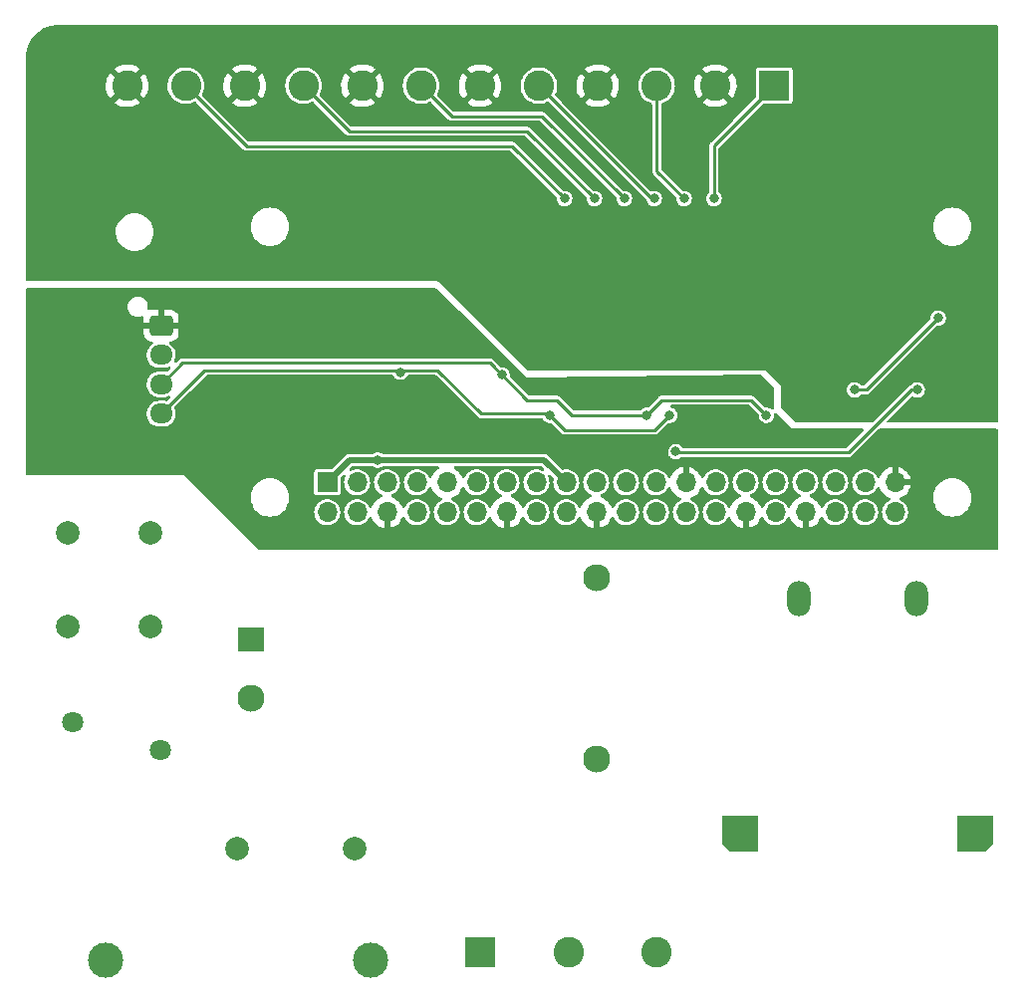
<source format=gbl>
G04 #@! TF.GenerationSoftware,KiCad,Pcbnew,(6.0.4-0)*
G04 #@! TF.CreationDate,2022-04-04T15:41:03+02:00*
G04 #@! TF.ProjectId,EnergyMonitor,456e6572-6779-44d6-9f6e-69746f722e6b,rev?*
G04 #@! TF.SameCoordinates,Original*
G04 #@! TF.FileFunction,Copper,L2,Bot*
G04 #@! TF.FilePolarity,Positive*
%FSLAX46Y46*%
G04 Gerber Fmt 4.6, Leading zero omitted, Abs format (unit mm)*
G04 Created by KiCad (PCBNEW (6.0.4-0)) date 2022-04-04 15:41:03*
%MOMM*%
%LPD*%
G01*
G04 APERTURE LIST*
G04 Aperture macros list*
%AMRoundRect*
0 Rectangle with rounded corners*
0 $1 Rounding radius*
0 $2 $3 $4 $5 $6 $7 $8 $9 X,Y pos of 4 corners*
0 Add a 4 corners polygon primitive as box body*
4,1,4,$2,$3,$4,$5,$6,$7,$8,$9,$2,$3,0*
0 Add four circle primitives for the rounded corners*
1,1,$1+$1,$2,$3*
1,1,$1+$1,$4,$5*
1,1,$1+$1,$6,$7*
1,1,$1+$1,$8,$9*
0 Add four rect primitives between the rounded corners*
20,1,$1+$1,$2,$3,$4,$5,0*
20,1,$1+$1,$4,$5,$6,$7,0*
20,1,$1+$1,$6,$7,$8,$9,0*
20,1,$1+$1,$8,$9,$2,$3,0*%
%AMOutline5P*
0 Free polygon, 5 corners , with rotation*
0 The origin of the aperture is its center*
0 number of corners: always 5*
0 $1 to $10 corner X, Y*
0 $11 Rotation angle, in degrees counterclockwise*
0 create outline with 5 corners*
4,1,5,$1,$2,$3,$4,$5,$6,$7,$8,$9,$10,$1,$2,$11*%
%AMOutline6P*
0 Free polygon, 6 corners , with rotation*
0 The origin of the aperture is its center*
0 number of corners: always 6*
0 $1 to $12 corner X, Y*
0 $13 Rotation angle, in degrees counterclockwise*
0 create outline with 6 corners*
4,1,6,$1,$2,$3,$4,$5,$6,$7,$8,$9,$10,$11,$12,$1,$2,$13*%
%AMOutline7P*
0 Free polygon, 7 corners , with rotation*
0 The origin of the aperture is its center*
0 number of corners: always 7*
0 $1 to $14 corner X, Y*
0 $15 Rotation angle, in degrees counterclockwise*
0 create outline with 7 corners*
4,1,7,$1,$2,$3,$4,$5,$6,$7,$8,$9,$10,$11,$12,$13,$14,$1,$2,$15*%
%AMOutline8P*
0 Free polygon, 8 corners , with rotation*
0 The origin of the aperture is its center*
0 number of corners: always 8*
0 $1 to $16 corner X, Y*
0 $17 Rotation angle, in degrees counterclockwise*
0 create outline with 8 corners*
4,1,8,$1,$2,$3,$4,$5,$6,$7,$8,$9,$10,$11,$12,$13,$14,$15,$16,$1,$2,$17*%
G04 Aperture macros list end*
G04 #@! TA.AperFunction,ComponentPad*
%ADD10C,2.000000*%
G04 #@! TD*
G04 #@! TA.AperFunction,ComponentPad*
%ADD11RoundRect,0.250000X-0.725000X0.600000X-0.725000X-0.600000X0.725000X-0.600000X0.725000X0.600000X0*%
G04 #@! TD*
G04 #@! TA.AperFunction,ComponentPad*
%ADD12O,1.950000X1.700000*%
G04 #@! TD*
G04 #@! TA.AperFunction,ComponentPad*
%ADD13C,1.800000*%
G04 #@! TD*
G04 #@! TA.AperFunction,ComponentPad*
%ADD14C,2.600000*%
G04 #@! TD*
G04 #@! TA.AperFunction,ComponentPad*
%ADD15R,2.600000X2.600000*%
G04 #@! TD*
G04 #@! TA.AperFunction,ComponentPad*
%ADD16C,3.000000*%
G04 #@! TD*
G04 #@! TA.AperFunction,ComponentPad*
%ADD17R,1.700000X1.700000*%
G04 #@! TD*
G04 #@! TA.AperFunction,ComponentPad*
%ADD18O,1.700000X1.700000*%
G04 #@! TD*
G04 #@! TA.AperFunction,ComponentPad*
%ADD19R,2.300000X2.000000*%
G04 #@! TD*
G04 #@! TA.AperFunction,ComponentPad*
%ADD20C,2.300000*%
G04 #@! TD*
G04 #@! TA.AperFunction,ComponentPad*
%ADD21Outline5P,-1.500000X1.500000X1.500000X1.500000X1.500000X-1.500000X-0.900000X-1.500000X-1.500000X-0.900000X90.000000*%
G04 #@! TD*
G04 #@! TA.AperFunction,ComponentPad*
%ADD22Outline5P,-1.500000X0.900000X-0.900000X1.500000X1.500000X1.500000X1.500000X-1.500000X-1.500000X-1.500000X90.000000*%
G04 #@! TD*
G04 #@! TA.AperFunction,ComponentPad*
%ADD23O,2.000000X3.000000*%
G04 #@! TD*
G04 #@! TA.AperFunction,ViaPad*
%ADD24C,0.800000*%
G04 #@! TD*
G04 #@! TA.AperFunction,Conductor*
%ADD25C,0.254000*%
G04 #@! TD*
G04 #@! TA.AperFunction,Conductor*
%ADD26C,0.508000*%
G04 #@! TD*
G04 APERTURE END LIST*
D10*
X103815000Y-99885000D03*
X110815000Y-99885000D03*
X110815000Y-91885000D03*
X103815000Y-91885000D03*
D11*
X111760000Y-74295000D03*
D12*
X111760000Y-76795000D03*
X111760000Y-79295000D03*
X111760000Y-81795000D03*
D13*
X104200000Y-108020000D03*
X111700000Y-110420000D03*
D14*
X153860000Y-127600000D03*
X146360000Y-127600000D03*
D15*
X138860000Y-127600000D03*
D14*
X108860000Y-53900000D03*
X113860000Y-53900000D03*
X118860000Y-53900000D03*
X123860000Y-53900000D03*
X128860000Y-53900000D03*
X133860000Y-53900000D03*
X138860000Y-53900000D03*
X143860000Y-53900000D03*
X148860000Y-53900000D03*
X153860000Y-53900000D03*
X158860000Y-53900000D03*
D15*
X163860000Y-53900000D03*
D16*
X129540000Y-128270000D03*
X107040000Y-128270000D03*
D17*
X125870000Y-87630000D03*
D18*
X125870000Y-90170000D03*
X128410000Y-87630000D03*
X128410000Y-90170000D03*
X130950000Y-87630000D03*
X130950000Y-90170000D03*
X133490000Y-87630000D03*
X133490000Y-90170000D03*
X136030000Y-87630000D03*
X136030000Y-90170000D03*
X138570000Y-87630000D03*
X138570000Y-90170000D03*
X141110000Y-87630000D03*
X141110000Y-90170000D03*
X143650000Y-87630000D03*
X143650000Y-90170000D03*
X146190000Y-87630000D03*
X146190000Y-90170000D03*
X148730000Y-87630000D03*
X148730000Y-90170000D03*
X151270000Y-87630000D03*
X151270000Y-90170000D03*
X153810000Y-87630000D03*
X153810000Y-90170000D03*
X156350000Y-87630000D03*
X156350000Y-90170000D03*
X158890000Y-87630000D03*
X158890000Y-90170000D03*
X161430000Y-87630000D03*
X161430000Y-90170000D03*
X163970000Y-87630000D03*
X163970000Y-90170000D03*
X166510000Y-87630000D03*
X166510000Y-90170000D03*
X169050000Y-87630000D03*
X169050000Y-90170000D03*
X171590000Y-87630000D03*
X171590000Y-90170000D03*
X174130000Y-87630000D03*
X174130000Y-90170000D03*
D19*
X119380000Y-100965000D03*
D20*
X119380000Y-105965000D03*
X148780000Y-95765000D03*
X148780000Y-111165000D03*
D10*
X128190000Y-118745000D03*
X118190000Y-118745000D03*
D21*
X180942000Y-117500000D03*
D22*
X160942000Y-117500000D03*
D23*
X165942000Y-97500000D03*
X175942000Y-97500000D03*
D24*
X137922000Y-82550000D03*
X137922000Y-83566000D03*
X142748000Y-79248000D03*
X155491250Y-85006250D03*
X176022000Y-79756000D03*
X130175000Y-85725000D03*
X140716011Y-78486000D03*
X163195000Y-81915000D03*
X153035000Y-81915000D03*
X132080000Y-78250500D03*
X144780000Y-81915000D03*
X154990500Y-81915000D03*
X146050000Y-63500000D03*
X147320000Y-71120000D03*
X154940000Y-71120000D03*
X149860000Y-71120000D03*
X166370000Y-71120000D03*
X162560000Y-71120000D03*
X157480000Y-71120000D03*
X152400000Y-71120000D03*
X160020000Y-71120000D03*
X165100000Y-71120000D03*
X148590000Y-63500000D03*
X151130000Y-63500000D03*
X153670000Y-63500000D03*
X156210000Y-63500000D03*
X158750000Y-63500000D03*
X177800000Y-73660000D03*
X170688000Y-79756000D03*
D25*
X158750000Y-63500000D02*
X158750000Y-59010000D01*
X158750000Y-59010000D02*
X163860000Y-53900000D01*
X153860000Y-61150000D02*
X153860000Y-53900000D01*
X143860000Y-53900000D02*
X153460000Y-63500000D01*
X153460000Y-63500000D02*
X153670000Y-63500000D01*
X151130000Y-63500000D02*
X144145000Y-56515000D01*
X136475000Y-56515000D02*
X133860000Y-53900000D01*
X144145000Y-56515000D02*
X136475000Y-56515000D01*
X148590000Y-63500000D02*
X142875000Y-57785000D01*
X142875000Y-57785000D02*
X127745000Y-57785000D01*
X127745000Y-57785000D02*
X123860000Y-53900000D01*
X146050000Y-63500000D02*
X141605000Y-59055000D01*
X141605000Y-59055000D02*
X119015000Y-59055000D01*
X119015000Y-59055000D02*
X113860000Y-53900000D01*
X155575000Y-85090000D02*
X155491250Y-85006250D01*
X175514000Y-79756000D02*
X170180000Y-85090000D01*
X176022000Y-79756000D02*
X175514000Y-79756000D01*
X170180000Y-85090000D02*
X155575000Y-85090000D01*
D26*
X130175000Y-85725000D02*
X127775000Y-85725000D01*
X127775000Y-85725000D02*
X125870000Y-87630000D01*
X144285000Y-85725000D02*
X130175000Y-85725000D01*
X146190000Y-87630000D02*
X144285000Y-85725000D01*
D25*
X154305000Y-80645000D02*
X161925000Y-80645000D01*
X153035000Y-81915000D02*
X146685000Y-81915000D01*
X161925000Y-80645000D02*
X163195000Y-81915000D01*
X145415000Y-80645000D02*
X142875011Y-80645000D01*
X139700011Y-77470000D02*
X113585000Y-77470000D01*
X113585000Y-77470000D02*
X111760000Y-79295000D01*
X153035000Y-81915000D02*
X154305000Y-80645000D01*
X146685000Y-81915000D02*
X145415000Y-80645000D01*
X142875011Y-80645000D02*
X139700011Y-77470000D01*
X115450000Y-78105000D02*
X111760000Y-81795000D01*
X132225500Y-78105000D02*
X135255000Y-78105000D01*
X153670000Y-83185000D02*
X154940000Y-81915000D01*
X132080000Y-78250500D02*
X131934500Y-78105000D01*
X144660000Y-81795000D02*
X144780000Y-81915000D01*
X135255000Y-78105000D02*
X138945000Y-81795000D01*
X138945000Y-81795000D02*
X144660000Y-81795000D01*
X132080000Y-78250500D02*
X132225500Y-78105000D01*
X146050000Y-83185000D02*
X153670000Y-83185000D01*
X144780000Y-81915000D02*
X145415000Y-82550000D01*
X131934500Y-78105000D02*
X115450000Y-78105000D01*
X145415000Y-82550000D02*
X146050000Y-83185000D01*
X154940000Y-81915000D02*
X154990500Y-81915000D01*
X153860000Y-61150000D02*
X156210000Y-63500000D01*
X171704000Y-79756000D02*
X177800000Y-73660000D01*
X170688000Y-79756000D02*
X171704000Y-79756000D01*
G04 #@! TA.AperFunction,Conductor*
G36*
X135144539Y-71140002D02*
G01*
X135164773Y-71156170D01*
X136989057Y-72950548D01*
X142836066Y-78701704D01*
X142875000Y-78740000D01*
X156330625Y-78568591D01*
X162760872Y-78486677D01*
X162829242Y-78505810D01*
X162851572Y-78523572D01*
X163793095Y-79465095D01*
X163827121Y-79527407D01*
X163830000Y-79554190D01*
X163830000Y-81323107D01*
X163809998Y-81391228D01*
X163756342Y-81437721D01*
X163686068Y-81447825D01*
X163620182Y-81417184D01*
X163576951Y-81378667D01*
X163576945Y-81378663D01*
X163571275Y-81373611D01*
X163563889Y-81369700D01*
X163437988Y-81303039D01*
X163437989Y-81303039D01*
X163431274Y-81299484D01*
X163277633Y-81260892D01*
X163270034Y-81260852D01*
X163270033Y-81260852D01*
X163222557Y-81260603D01*
X163131178Y-81260125D01*
X163063164Y-81239767D01*
X163042744Y-81223222D01*
X162233042Y-80413520D01*
X162217689Y-80394511D01*
X162216722Y-80393448D01*
X162211071Y-80384696D01*
X162184528Y-80363771D01*
X162180053Y-80359794D01*
X162179992Y-80359865D01*
X162176035Y-80356512D01*
X162172352Y-80352829D01*
X162156561Y-80341545D01*
X162151815Y-80337982D01*
X162119507Y-80312512D01*
X162119506Y-80312511D01*
X162111330Y-80306066D01*
X162102643Y-80303015D01*
X162095157Y-80297666D01*
X162085181Y-80294683D01*
X162085180Y-80294682D01*
X162053798Y-80285297D01*
X162045786Y-80282901D01*
X162040157Y-80281072D01*
X161991498Y-80263984D01*
X161985909Y-80263500D01*
X161983198Y-80263500D01*
X161980531Y-80263385D01*
X161980468Y-80263366D01*
X161980475Y-80263192D01*
X161979729Y-80263145D01*
X161973476Y-80261275D01*
X161927746Y-80263072D01*
X161919322Y-80263403D01*
X161914375Y-80263500D01*
X154359135Y-80263500D01*
X154334836Y-80260914D01*
X154333398Y-80260846D01*
X154323220Y-80258655D01*
X154293516Y-80262170D01*
X154289658Y-80262627D01*
X154283680Y-80262979D01*
X154283688Y-80263072D01*
X154278510Y-80263500D01*
X154273308Y-80263500D01*
X154254154Y-80266688D01*
X154248296Y-80267522D01*
X154231682Y-80269488D01*
X154207433Y-80272358D01*
X154207432Y-80272358D01*
X154197093Y-80273582D01*
X154188794Y-80277567D01*
X154179717Y-80279078D01*
X154134349Y-80303558D01*
X154129086Y-80306239D01*
X154089750Y-80325127D01*
X154089746Y-80325130D01*
X154082602Y-80328560D01*
X154078308Y-80332170D01*
X154076376Y-80334102D01*
X154074427Y-80335889D01*
X154074374Y-80335918D01*
X154074255Y-80335788D01*
X154073687Y-80336289D01*
X154067943Y-80339388D01*
X154060876Y-80347033D01*
X154031134Y-80379208D01*
X154027704Y-80382774D01*
X153186598Y-81223880D01*
X153124286Y-81257906D01*
X153096843Y-81260783D01*
X153064217Y-81260612D01*
X152959221Y-81260062D01*
X152951841Y-81261834D01*
X152951839Y-81261834D01*
X152812563Y-81295271D01*
X152812560Y-81295272D01*
X152805184Y-81297043D01*
X152664414Y-81369700D01*
X152545039Y-81473838D01*
X152540668Y-81480057D01*
X152535591Y-81485696D01*
X152534624Y-81484826D01*
X152485203Y-81524185D01*
X152437656Y-81533500D01*
X146895212Y-81533500D01*
X146827091Y-81513498D01*
X146806117Y-81496595D01*
X145723042Y-80413520D01*
X145707689Y-80394511D01*
X145706722Y-80393448D01*
X145701071Y-80384696D01*
X145674528Y-80363771D01*
X145670053Y-80359794D01*
X145669992Y-80359865D01*
X145666035Y-80356512D01*
X145662352Y-80352829D01*
X145646561Y-80341545D01*
X145641815Y-80337982D01*
X145609507Y-80312512D01*
X145609506Y-80312511D01*
X145601330Y-80306066D01*
X145592643Y-80303015D01*
X145585157Y-80297666D01*
X145575181Y-80294683D01*
X145575180Y-80294682D01*
X145543798Y-80285297D01*
X145535786Y-80282901D01*
X145530157Y-80281072D01*
X145481498Y-80263984D01*
X145475909Y-80263500D01*
X145473198Y-80263500D01*
X145470531Y-80263385D01*
X145470468Y-80263366D01*
X145470475Y-80263192D01*
X145469729Y-80263145D01*
X145463476Y-80261275D01*
X145417746Y-80263072D01*
X145409322Y-80263403D01*
X145404375Y-80263500D01*
X143085223Y-80263500D01*
X143017102Y-80243498D01*
X142996128Y-80226595D01*
X141406506Y-78636972D01*
X141372480Y-78574660D01*
X141370858Y-78530126D01*
X141375173Y-78499807D01*
X141375318Y-78486000D01*
X141373572Y-78471567D01*
X141364639Y-78397754D01*
X141356287Y-78328733D01*
X141300291Y-78180546D01*
X141210564Y-78049992D01*
X141092286Y-77944611D01*
X140952285Y-77870484D01*
X140798644Y-77831892D01*
X140791045Y-77831852D01*
X140791044Y-77831852D01*
X140743090Y-77831601D01*
X140652190Y-77831125D01*
X140584176Y-77810767D01*
X140563755Y-77794222D01*
X140293662Y-77524128D01*
X140008052Y-77238518D01*
X139992698Y-77219507D01*
X139991730Y-77218443D01*
X139986082Y-77209696D01*
X139959539Y-77188771D01*
X139955064Y-77184794D01*
X139955003Y-77184865D01*
X139951046Y-77181512D01*
X139947363Y-77177829D01*
X139939257Y-77172036D01*
X139931575Y-77166547D01*
X139926826Y-77162982D01*
X139894518Y-77137512D01*
X139894517Y-77137511D01*
X139886341Y-77131066D01*
X139877654Y-77128015D01*
X139870168Y-77122666D01*
X139860192Y-77119683D01*
X139860191Y-77119682D01*
X139828809Y-77110297D01*
X139820797Y-77107901D01*
X139815168Y-77106072D01*
X139766509Y-77088984D01*
X139760920Y-77088500D01*
X139758209Y-77088500D01*
X139755542Y-77088385D01*
X139755479Y-77088366D01*
X139755486Y-77088192D01*
X139754740Y-77088145D01*
X139748487Y-77086275D01*
X139702757Y-77088072D01*
X139694333Y-77088403D01*
X139689386Y-77088500D01*
X113639140Y-77088500D01*
X113614824Y-77085913D01*
X113613401Y-77085846D01*
X113603220Y-77083654D01*
X113570674Y-77087506D01*
X113569652Y-77087627D01*
X113563678Y-77087979D01*
X113563686Y-77088072D01*
X113558508Y-77088500D01*
X113553308Y-77088500D01*
X113548179Y-77089354D01*
X113548176Y-77089354D01*
X113534165Y-77091686D01*
X113528286Y-77092523D01*
X113487433Y-77097358D01*
X113487432Y-77097358D01*
X113477093Y-77098582D01*
X113468794Y-77102567D01*
X113459717Y-77104078D01*
X113414349Y-77128558D01*
X113409086Y-77131239D01*
X113369743Y-77150131D01*
X113362602Y-77153560D01*
X113358308Y-77157169D01*
X113356382Y-77159095D01*
X113354424Y-77160891D01*
X113354367Y-77160921D01*
X113354249Y-77160792D01*
X113353684Y-77161290D01*
X113347943Y-77164388D01*
X113340874Y-77172035D01*
X113340873Y-77172036D01*
X113311146Y-77204195D01*
X113307716Y-77207761D01*
X113072165Y-77443312D01*
X113009853Y-77477338D01*
X112939038Y-77472273D01*
X112882202Y-77429726D01*
X112857391Y-77363206D01*
X112874006Y-77291122D01*
X112890813Y-77262070D01*
X112893819Y-77256874D01*
X112962957Y-77057778D01*
X112993199Y-76849200D01*
X112983455Y-76638667D01*
X112959233Y-76538158D01*
X112935482Y-76439607D01*
X112935481Y-76439605D01*
X112934076Y-76433774D01*
X112846843Y-76241916D01*
X112724904Y-76070014D01*
X112572660Y-75924272D01*
X112506336Y-75881447D01*
X112459958Y-75827692D01*
X112450005Y-75757396D01*
X112479637Y-75692879D01*
X112539445Y-75654623D01*
X112561681Y-75650268D01*
X112634206Y-75642743D01*
X112647600Y-75639851D01*
X112801784Y-75588412D01*
X112814962Y-75582239D01*
X112952807Y-75496937D01*
X112964208Y-75487901D01*
X113078739Y-75373171D01*
X113087751Y-75361760D01*
X113172816Y-75223757D01*
X113178963Y-75210576D01*
X113230138Y-75056290D01*
X113233005Y-75042914D01*
X113242672Y-74948562D01*
X113243000Y-74942146D01*
X113243000Y-74567115D01*
X113238525Y-74551876D01*
X113237135Y-74550671D01*
X113229452Y-74549000D01*
X110295116Y-74549000D01*
X110279877Y-74553475D01*
X110278672Y-74554865D01*
X110277001Y-74562548D01*
X110277001Y-74942095D01*
X110277338Y-74948614D01*
X110287257Y-75044206D01*
X110290149Y-75057600D01*
X110341588Y-75211784D01*
X110347761Y-75224962D01*
X110433063Y-75362807D01*
X110442099Y-75374208D01*
X110556829Y-75488739D01*
X110568240Y-75497751D01*
X110706243Y-75582816D01*
X110719424Y-75588963D01*
X110873710Y-75640138D01*
X110887086Y-75643005D01*
X110954081Y-75649869D01*
X111019808Y-75676710D01*
X111060590Y-75734824D01*
X111063480Y-75805762D01*
X111027558Y-75867001D01*
X111019072Y-75874299D01*
X110869851Y-75991514D01*
X110865920Y-75996044D01*
X110865919Y-75996045D01*
X110735650Y-76146165D01*
X110735646Y-76146170D01*
X110731719Y-76150696D01*
X110626181Y-76333126D01*
X110557043Y-76532222D01*
X110526801Y-76740800D01*
X110536545Y-76951333D01*
X110537949Y-76957158D01*
X110579705Y-77130419D01*
X110585924Y-77156226D01*
X110588406Y-77161684D01*
X110588407Y-77161688D01*
X110610235Y-77209696D01*
X110673157Y-77348084D01*
X110795096Y-77519986D01*
X110947340Y-77665728D01*
X110952375Y-77668979D01*
X111119360Y-77776800D01*
X111119363Y-77776801D01*
X111124397Y-77780052D01*
X111319878Y-77858834D01*
X111442688Y-77882817D01*
X111522283Y-77898361D01*
X111522286Y-77898361D01*
X111526729Y-77899229D01*
X111532270Y-77899500D01*
X111937659Y-77899500D01*
X112094806Y-77884507D01*
X112121650Y-77876632D01*
X112291278Y-77826868D01*
X112297042Y-77825177D01*
X112365325Y-77790009D01*
X112390574Y-77777005D01*
X112460293Y-77763596D01*
X112526193Y-77790009D01*
X112567352Y-77847858D01*
X112570702Y-77918775D01*
X112537361Y-77978116D01*
X112317620Y-78197857D01*
X112255308Y-78231883D01*
X112200378Y-78229854D01*
X112200122Y-78231166D01*
X111997717Y-78191639D01*
X111997714Y-78191639D01*
X111993271Y-78190771D01*
X111987730Y-78190500D01*
X111582341Y-78190500D01*
X111425194Y-78205493D01*
X111419434Y-78207183D01*
X111419433Y-78207183D01*
X111337683Y-78231166D01*
X111222958Y-78264823D01*
X111217619Y-78267573D01*
X111040921Y-78358578D01*
X111040918Y-78358580D01*
X111035590Y-78361324D01*
X111030875Y-78365028D01*
X110874568Y-78487808D01*
X110874564Y-78487812D01*
X110869851Y-78491514D01*
X110865920Y-78496044D01*
X110865919Y-78496045D01*
X110735650Y-78646165D01*
X110735646Y-78646170D01*
X110731719Y-78650696D01*
X110626181Y-78833126D01*
X110557043Y-79032222D01*
X110556183Y-79038155D01*
X110556182Y-79038158D01*
X110531165Y-79210700D01*
X110526801Y-79240800D01*
X110536545Y-79451333D01*
X110537949Y-79457158D01*
X110570455Y-79592037D01*
X110585924Y-79656226D01*
X110673157Y-79848084D01*
X110795096Y-80019986D01*
X110947340Y-80165728D01*
X110952375Y-80168979D01*
X111119360Y-80276800D01*
X111119363Y-80276801D01*
X111124397Y-80280052D01*
X111319878Y-80358834D01*
X111442468Y-80382774D01*
X111522283Y-80398361D01*
X111522286Y-80398361D01*
X111526729Y-80399229D01*
X111532270Y-80399500D01*
X111937659Y-80399500D01*
X112094806Y-80384507D01*
X112100714Y-80382774D01*
X112291278Y-80326868D01*
X112297042Y-80325177D01*
X112390576Y-80277004D01*
X112460293Y-80263595D01*
X112526194Y-80290008D01*
X112567353Y-80347856D01*
X112570704Y-80418774D01*
X112537362Y-80478115D01*
X112317620Y-80697857D01*
X112255308Y-80731883D01*
X112200378Y-80729854D01*
X112200122Y-80731166D01*
X111997717Y-80691639D01*
X111997714Y-80691639D01*
X111993271Y-80690771D01*
X111987730Y-80690500D01*
X111582341Y-80690500D01*
X111425194Y-80705493D01*
X111419434Y-80707183D01*
X111419433Y-80707183D01*
X111337683Y-80731166D01*
X111222958Y-80764823D01*
X111217619Y-80767573D01*
X111040921Y-80858578D01*
X111040918Y-80858580D01*
X111035590Y-80861324D01*
X110984672Y-80901321D01*
X110874568Y-80987808D01*
X110874564Y-80987812D01*
X110869851Y-80991514D01*
X110865920Y-80996044D01*
X110865919Y-80996045D01*
X110735650Y-81146165D01*
X110735646Y-81146170D01*
X110731719Y-81150696D01*
X110626181Y-81333126D01*
X110557043Y-81532222D01*
X110556183Y-81538155D01*
X110556182Y-81538158D01*
X110527662Y-81734860D01*
X110526801Y-81740800D01*
X110536545Y-81951333D01*
X110537949Y-81957158D01*
X110581287Y-82136984D01*
X110585924Y-82156226D01*
X110588406Y-82161684D01*
X110588407Y-82161688D01*
X110615844Y-82222032D01*
X110673157Y-82348084D01*
X110795096Y-82519986D01*
X110947340Y-82665728D01*
X110952375Y-82668979D01*
X111119360Y-82776800D01*
X111119363Y-82776801D01*
X111124397Y-82780052D01*
X111129960Y-82782294D01*
X111175435Y-82800621D01*
X111319878Y-82858834D01*
X111442688Y-82882817D01*
X111522283Y-82898361D01*
X111522286Y-82898361D01*
X111526729Y-82899229D01*
X111532270Y-82899500D01*
X111937659Y-82899500D01*
X112094806Y-82884507D01*
X112297042Y-82825177D01*
X112381893Y-82781476D01*
X112479079Y-82731422D01*
X112479082Y-82731420D01*
X112484410Y-82728676D01*
X112560408Y-82668979D01*
X112645432Y-82602192D01*
X112645436Y-82602188D01*
X112650149Y-82598486D01*
X112654081Y-82593955D01*
X112784350Y-82443835D01*
X112784354Y-82443830D01*
X112788281Y-82439304D01*
X112893819Y-82256874D01*
X112962957Y-82057778D01*
X112973301Y-81986441D01*
X112992338Y-81855140D01*
X112992338Y-81855137D01*
X112993199Y-81849200D01*
X112983455Y-81638667D01*
X112974967Y-81603444D01*
X112935480Y-81439599D01*
X112935479Y-81439597D01*
X112934076Y-81433774D01*
X112884789Y-81325374D01*
X112874801Y-81255084D01*
X112904402Y-81190553D01*
X112910394Y-81184128D01*
X114231317Y-79863206D01*
X115571118Y-78523405D01*
X115633430Y-78489379D01*
X115660213Y-78486500D01*
X131384101Y-78486500D01*
X131452222Y-78506502D01*
X131491844Y-78550296D01*
X131492553Y-78549819D01*
X131496787Y-78556119D01*
X131496788Y-78556122D01*
X131563829Y-78655889D01*
X131580908Y-78681305D01*
X131586527Y-78686418D01*
X131586528Y-78686419D01*
X131687378Y-78778185D01*
X131698076Y-78787919D01*
X131837293Y-78863508D01*
X131990522Y-78903707D01*
X132074477Y-78905026D01*
X132141319Y-78906076D01*
X132141322Y-78906076D01*
X132148916Y-78906195D01*
X132303332Y-78870829D01*
X132393708Y-78825375D01*
X132438072Y-78803063D01*
X132438075Y-78803061D01*
X132444855Y-78799651D01*
X132450626Y-78794722D01*
X132450629Y-78794720D01*
X132559536Y-78701704D01*
X132559536Y-78701703D01*
X132565314Y-78696769D01*
X132657755Y-78568124D01*
X132660591Y-78561070D01*
X132664248Y-78554418D01*
X132666550Y-78555684D01*
X132702788Y-78509750D01*
X132775716Y-78486500D01*
X135044788Y-78486500D01*
X135112909Y-78506502D01*
X135133883Y-78523405D01*
X136885693Y-80275216D01*
X138636956Y-82026479D01*
X138652315Y-82045495D01*
X138653281Y-82046556D01*
X138658929Y-82055304D01*
X138667106Y-82061750D01*
X138685472Y-82076229D01*
X138689950Y-82080208D01*
X138690010Y-82080137D01*
X138693967Y-82083490D01*
X138697648Y-82087171D01*
X138701880Y-82090195D01*
X138701882Y-82090197D01*
X138713457Y-82098469D01*
X138718202Y-82102032D01*
X138758670Y-82133934D01*
X138767355Y-82136984D01*
X138774842Y-82142334D01*
X138824247Y-82157109D01*
X138829842Y-82158927D01*
X138878502Y-82176016D01*
X138884091Y-82176500D01*
X138886804Y-82176500D01*
X138889469Y-82176615D01*
X138889532Y-82176634D01*
X138889525Y-82176808D01*
X138890271Y-82176855D01*
X138896524Y-82178725D01*
X138946383Y-82176766D01*
X138950678Y-82176597D01*
X138955625Y-82176500D01*
X144100003Y-82176500D01*
X144168124Y-82196502D01*
X144204584Y-82232223D01*
X144280908Y-82345805D01*
X144286527Y-82350918D01*
X144286528Y-82350919D01*
X144383663Y-82439304D01*
X144398076Y-82452419D01*
X144537293Y-82528008D01*
X144690522Y-82568207D01*
X144770879Y-82569469D01*
X144845899Y-82570648D01*
X144913697Y-82591717D01*
X144933015Y-82607537D01*
X145741954Y-83416476D01*
X145757318Y-83435499D01*
X145758282Y-83436558D01*
X145763929Y-83445304D01*
X145772108Y-83451752D01*
X145772110Y-83451754D01*
X145790477Y-83466234D01*
X145794950Y-83470209D01*
X145795011Y-83470137D01*
X145798968Y-83473490D01*
X145802649Y-83477171D01*
X145816392Y-83486992D01*
X145818439Y-83488455D01*
X145823185Y-83492018D01*
X145863670Y-83523934D01*
X145872355Y-83526984D01*
X145879843Y-83532335D01*
X145929250Y-83547110D01*
X145934837Y-83548926D01*
X145983502Y-83566016D01*
X145989091Y-83566500D01*
X145991802Y-83566500D01*
X145994471Y-83566615D01*
X145994532Y-83566634D01*
X145994525Y-83566808D01*
X145995272Y-83566855D01*
X146001525Y-83568725D01*
X146055689Y-83566597D01*
X146060635Y-83566500D01*
X153615865Y-83566500D01*
X153640164Y-83569086D01*
X153641602Y-83569154D01*
X153651780Y-83571345D01*
X153685341Y-83567373D01*
X153691320Y-83567021D01*
X153691312Y-83566928D01*
X153696490Y-83566500D01*
X153701692Y-83566500D01*
X153720846Y-83563312D01*
X153726704Y-83562478D01*
X153743318Y-83560512D01*
X153767567Y-83557642D01*
X153767568Y-83557642D01*
X153777907Y-83556418D01*
X153786206Y-83552433D01*
X153795283Y-83550922D01*
X153840651Y-83526442D01*
X153845914Y-83523761D01*
X153885250Y-83504873D01*
X153885254Y-83504870D01*
X153892398Y-83501440D01*
X153896692Y-83497830D01*
X153898624Y-83495898D01*
X153900573Y-83494111D01*
X153900626Y-83494082D01*
X153900745Y-83494212D01*
X153901313Y-83493711D01*
X153907057Y-83490612D01*
X153943867Y-83450791D01*
X153947296Y-83447226D01*
X154791898Y-82602624D01*
X154854210Y-82568598D01*
X154896253Y-82566956D01*
X154901022Y-82568207D01*
X154983463Y-82569502D01*
X155051819Y-82570576D01*
X155051822Y-82570576D01*
X155059416Y-82570695D01*
X155213832Y-82535329D01*
X155284242Y-82499917D01*
X155348572Y-82467563D01*
X155348575Y-82467561D01*
X155355355Y-82464151D01*
X155361126Y-82459222D01*
X155361129Y-82459220D01*
X155470036Y-82366204D01*
X155470036Y-82366203D01*
X155475814Y-82361269D01*
X155568255Y-82232624D01*
X155627342Y-82085641D01*
X155636477Y-82021454D01*
X155649081Y-81932891D01*
X155649081Y-81932886D01*
X155649662Y-81928807D01*
X155649807Y-81915000D01*
X155648061Y-81900567D01*
X155639128Y-81826754D01*
X155630776Y-81757733D01*
X155574780Y-81609546D01*
X155485053Y-81478992D01*
X155366775Y-81373611D01*
X155359389Y-81369700D01*
X155233488Y-81303039D01*
X155233489Y-81303039D01*
X155226774Y-81299484D01*
X155128121Y-81274704D01*
X155066926Y-81238709D01*
X155034905Y-81175344D01*
X155042225Y-81104725D01*
X155086563Y-81049275D01*
X155158817Y-81026500D01*
X161714788Y-81026500D01*
X161782909Y-81046502D01*
X161803883Y-81063405D01*
X162504920Y-81764442D01*
X162538946Y-81826754D01*
X162540747Y-81869981D01*
X162535729Y-81908096D01*
X162540503Y-81951333D01*
X162552255Y-82057778D01*
X162553113Y-82065553D01*
X162555723Y-82072684D01*
X162555723Y-82072686D01*
X162594528Y-82178725D01*
X162607553Y-82214319D01*
X162611789Y-82220622D01*
X162611789Y-82220623D01*
X162664272Y-82298725D01*
X162695908Y-82345805D01*
X162701527Y-82350918D01*
X162701528Y-82350919D01*
X162798663Y-82439304D01*
X162813076Y-82452419D01*
X162952293Y-82528008D01*
X163105522Y-82568207D01*
X163189477Y-82569526D01*
X163256319Y-82570576D01*
X163256322Y-82570576D01*
X163263916Y-82570695D01*
X163418332Y-82535329D01*
X163488742Y-82499917D01*
X163553072Y-82467563D01*
X163553075Y-82467561D01*
X163559855Y-82464151D01*
X163565626Y-82459222D01*
X163565629Y-82459220D01*
X163674536Y-82366204D01*
X163674536Y-82366203D01*
X163680314Y-82361269D01*
X163772755Y-82232624D01*
X163831842Y-82085641D01*
X163840977Y-82021454D01*
X163853581Y-81932891D01*
X163853581Y-81932886D01*
X163854162Y-81928807D01*
X163854307Y-81915000D01*
X163852561Y-81900567D01*
X163849037Y-81871451D01*
X163860710Y-81801421D01*
X163908392Y-81748819D01*
X163976943Y-81730346D01*
X164044599Y-81751866D01*
X164063219Y-81767219D01*
X165354000Y-83058000D01*
X171368287Y-83058000D01*
X171436408Y-83078002D01*
X171482901Y-83131658D01*
X171493005Y-83201932D01*
X171463511Y-83266512D01*
X171457382Y-83273095D01*
X170058882Y-84671595D01*
X169996570Y-84705621D01*
X169969787Y-84708500D01*
X156147117Y-84708500D01*
X156078996Y-84688498D01*
X156043277Y-84653867D01*
X155990105Y-84576501D01*
X155990104Y-84576499D01*
X155985803Y-84570242D01*
X155867525Y-84464861D01*
X155860139Y-84460950D01*
X155734238Y-84394289D01*
X155734239Y-84394289D01*
X155727524Y-84390734D01*
X155573883Y-84352142D01*
X155566284Y-84352102D01*
X155566283Y-84352102D01*
X155500431Y-84351757D01*
X155415471Y-84351312D01*
X155408091Y-84353084D01*
X155408089Y-84353084D01*
X155268813Y-84386521D01*
X155268810Y-84386522D01*
X155261434Y-84388293D01*
X155120664Y-84460950D01*
X155001289Y-84565088D01*
X154910200Y-84694694D01*
X154852656Y-84842287D01*
X154831979Y-84999346D01*
X154832813Y-85006896D01*
X154844254Y-85110524D01*
X154849363Y-85156803D01*
X154851973Y-85163934D01*
X154851973Y-85163936D01*
X154901057Y-85298064D01*
X154903803Y-85305569D01*
X154908039Y-85311872D01*
X154908039Y-85311873D01*
X154986585Y-85428761D01*
X154992158Y-85437055D01*
X154997777Y-85442168D01*
X154997778Y-85442169D01*
X155025974Y-85467825D01*
X155109326Y-85543669D01*
X155248543Y-85619258D01*
X155401772Y-85659457D01*
X155485727Y-85660776D01*
X155552569Y-85661826D01*
X155552572Y-85661826D01*
X155560166Y-85661945D01*
X155714582Y-85626579D01*
X155784992Y-85591167D01*
X155849322Y-85558813D01*
X155849325Y-85558811D01*
X155856105Y-85555401D01*
X155918994Y-85501689D01*
X155983783Y-85472658D01*
X156000824Y-85471500D01*
X170125865Y-85471500D01*
X170150164Y-85474086D01*
X170151602Y-85474154D01*
X170161780Y-85476345D01*
X170191484Y-85472830D01*
X170195342Y-85472373D01*
X170201320Y-85472021D01*
X170201312Y-85471928D01*
X170206490Y-85471500D01*
X170211692Y-85471500D01*
X170230846Y-85468312D01*
X170236704Y-85467478D01*
X170253318Y-85465512D01*
X170277567Y-85462642D01*
X170277568Y-85462642D01*
X170287907Y-85461418D01*
X170296206Y-85457433D01*
X170305283Y-85455922D01*
X170350651Y-85431442D01*
X170355914Y-85428761D01*
X170395250Y-85409873D01*
X170395254Y-85409870D01*
X170402398Y-85406440D01*
X170406692Y-85402830D01*
X170408624Y-85400898D01*
X170410573Y-85399111D01*
X170410626Y-85399082D01*
X170410745Y-85399212D01*
X170411313Y-85398711D01*
X170417057Y-85395612D01*
X170453868Y-85355790D01*
X170457297Y-85352225D01*
X172714617Y-83094905D01*
X172776929Y-83060879D01*
X172803712Y-83058000D01*
X182754000Y-83058000D01*
X182822121Y-83078002D01*
X182868614Y-83131658D01*
X182880000Y-83184000D01*
X182880000Y-93219000D01*
X182859998Y-93287121D01*
X182806342Y-93333614D01*
X182754000Y-93345000D01*
X120067190Y-93345000D01*
X119999069Y-93324998D01*
X119978095Y-93308095D01*
X115570000Y-88900000D01*
X119365461Y-88900000D01*
X119385585Y-89155698D01*
X119386739Y-89160505D01*
X119386740Y-89160511D01*
X119414568Y-89276421D01*
X119445461Y-89405100D01*
X119447354Y-89409671D01*
X119447355Y-89409673D01*
X119520310Y-89585801D01*
X119543615Y-89642065D01*
X119677630Y-89860758D01*
X119844206Y-90055794D01*
X120039242Y-90222370D01*
X120257935Y-90356385D01*
X120262505Y-90358278D01*
X120262509Y-90358280D01*
X120490327Y-90452645D01*
X120494900Y-90454539D01*
X120581393Y-90475304D01*
X120739489Y-90513260D01*
X120739495Y-90513261D01*
X120744302Y-90514415D01*
X120834040Y-90521478D01*
X120933517Y-90529307D01*
X120933526Y-90529307D01*
X120935974Y-90529500D01*
X121064026Y-90529500D01*
X121066474Y-90529307D01*
X121066483Y-90529307D01*
X121165960Y-90521478D01*
X121255698Y-90514415D01*
X121260505Y-90513261D01*
X121260511Y-90513260D01*
X121418607Y-90475304D01*
X121505100Y-90454539D01*
X121509673Y-90452645D01*
X121737491Y-90358280D01*
X121737495Y-90358278D01*
X121742065Y-90356385D01*
X121960758Y-90222370D01*
X122056072Y-90140964D01*
X124761148Y-90140964D01*
X124774424Y-90343522D01*
X124775845Y-90349118D01*
X124775846Y-90349123D01*
X124817826Y-90514415D01*
X124824392Y-90540269D01*
X124826809Y-90545512D01*
X124864010Y-90626208D01*
X124909377Y-90724616D01*
X125026533Y-90890389D01*
X125171938Y-91032035D01*
X125340720Y-91144812D01*
X125346023Y-91147090D01*
X125346026Y-91147092D01*
X125521921Y-91222662D01*
X125527228Y-91224942D01*
X125600244Y-91241464D01*
X125719579Y-91268467D01*
X125719584Y-91268468D01*
X125725216Y-91269742D01*
X125730987Y-91269969D01*
X125730989Y-91269969D01*
X125790756Y-91272317D01*
X125928053Y-91277712D01*
X126028499Y-91263148D01*
X126123231Y-91249413D01*
X126123236Y-91249412D01*
X126128945Y-91248584D01*
X126134409Y-91246729D01*
X126134414Y-91246728D01*
X126315693Y-91185192D01*
X126315698Y-91185190D01*
X126321165Y-91183334D01*
X126498276Y-91084147D01*
X126560934Y-91032035D01*
X126625696Y-90978172D01*
X126654345Y-90954345D01*
X126784147Y-90798276D01*
X126883334Y-90621165D01*
X126885190Y-90615698D01*
X126885192Y-90615693D01*
X126946728Y-90434414D01*
X126946729Y-90434409D01*
X126948584Y-90428945D01*
X126949412Y-90423236D01*
X126949413Y-90423231D01*
X126977179Y-90231727D01*
X126977712Y-90228053D01*
X126979232Y-90170000D01*
X126976564Y-90140964D01*
X127301148Y-90140964D01*
X127314424Y-90343522D01*
X127315845Y-90349118D01*
X127315846Y-90349123D01*
X127357826Y-90514415D01*
X127364392Y-90540269D01*
X127366809Y-90545512D01*
X127404010Y-90626208D01*
X127449377Y-90724616D01*
X127566533Y-90890389D01*
X127711938Y-91032035D01*
X127880720Y-91144812D01*
X127886023Y-91147090D01*
X127886026Y-91147092D01*
X128061921Y-91222662D01*
X128067228Y-91224942D01*
X128140244Y-91241464D01*
X128259579Y-91268467D01*
X128259584Y-91268468D01*
X128265216Y-91269742D01*
X128270987Y-91269969D01*
X128270989Y-91269969D01*
X128330756Y-91272317D01*
X128468053Y-91277712D01*
X128568499Y-91263148D01*
X128663231Y-91249413D01*
X128663236Y-91249412D01*
X128668945Y-91248584D01*
X128674409Y-91246729D01*
X128674414Y-91246728D01*
X128855693Y-91185192D01*
X128855698Y-91185190D01*
X128861165Y-91183334D01*
X129038276Y-91084147D01*
X129100934Y-91032035D01*
X129165696Y-90978172D01*
X129194345Y-90954345D01*
X129324147Y-90798276D01*
X129423334Y-90621165D01*
X129425720Y-90614135D01*
X129426170Y-90613496D01*
X129427541Y-90610416D01*
X129428146Y-90610685D01*
X129466553Y-90556059D01*
X129532305Y-90529278D01*
X129602098Y-90542295D01*
X129653773Y-90590980D01*
X129661777Y-90607229D01*
X129731770Y-90779603D01*
X129736413Y-90788794D01*
X129847694Y-90970388D01*
X129853777Y-90978699D01*
X129993213Y-91139667D01*
X130000580Y-91146883D01*
X130164434Y-91282916D01*
X130172881Y-91288831D01*
X130356756Y-91396279D01*
X130366042Y-91400729D01*
X130565001Y-91476703D01*
X130574899Y-91479579D01*
X130678250Y-91500606D01*
X130692299Y-91499410D01*
X130696000Y-91489065D01*
X130696000Y-90042000D01*
X130716002Y-89973879D01*
X130769658Y-89927386D01*
X130822000Y-89916000D01*
X131078000Y-89916000D01*
X131146121Y-89936002D01*
X131192614Y-89989658D01*
X131204000Y-90042000D01*
X131204000Y-91488517D01*
X131208064Y-91502359D01*
X131221478Y-91504393D01*
X131228184Y-91503534D01*
X131238262Y-91501392D01*
X131442255Y-91440191D01*
X131451842Y-91436433D01*
X131643095Y-91342739D01*
X131651945Y-91337464D01*
X131825328Y-91213792D01*
X131833200Y-91207139D01*
X131984052Y-91056812D01*
X131990730Y-91048965D01*
X132115003Y-90876020D01*
X132120313Y-90867183D01*
X132214670Y-90676267D01*
X132218469Y-90666672D01*
X132235066Y-90612047D01*
X132274007Y-90552683D01*
X132338862Y-90523796D01*
X132409038Y-90534558D01*
X132462256Y-90581551D01*
X132470048Y-90595922D01*
X132529377Y-90724616D01*
X132646533Y-90890389D01*
X132791938Y-91032035D01*
X132960720Y-91144812D01*
X132966023Y-91147090D01*
X132966026Y-91147092D01*
X133141921Y-91222662D01*
X133147228Y-91224942D01*
X133220244Y-91241464D01*
X133339579Y-91268467D01*
X133339584Y-91268468D01*
X133345216Y-91269742D01*
X133350987Y-91269969D01*
X133350989Y-91269969D01*
X133410756Y-91272317D01*
X133548053Y-91277712D01*
X133648499Y-91263148D01*
X133743231Y-91249413D01*
X133743236Y-91249412D01*
X133748945Y-91248584D01*
X133754409Y-91246729D01*
X133754414Y-91246728D01*
X133935693Y-91185192D01*
X133935698Y-91185190D01*
X133941165Y-91183334D01*
X134118276Y-91084147D01*
X134180934Y-91032035D01*
X134245696Y-90978172D01*
X134274345Y-90954345D01*
X134404147Y-90798276D01*
X134503334Y-90621165D01*
X134505190Y-90615698D01*
X134505192Y-90615693D01*
X134566728Y-90434414D01*
X134566729Y-90434409D01*
X134568584Y-90428945D01*
X134569412Y-90423236D01*
X134569413Y-90423231D01*
X134597179Y-90231727D01*
X134597712Y-90228053D01*
X134599232Y-90170000D01*
X134580658Y-89967859D01*
X134579090Y-89962299D01*
X134527125Y-89778046D01*
X134527124Y-89778044D01*
X134525557Y-89772487D01*
X134514978Y-89751033D01*
X134438331Y-89595609D01*
X134435776Y-89590428D01*
X134314320Y-89427779D01*
X134165258Y-89289987D01*
X134160375Y-89286906D01*
X134160371Y-89286903D01*
X133998464Y-89184748D01*
X133993581Y-89181667D01*
X133805039Y-89106446D01*
X133799379Y-89105320D01*
X133799375Y-89105319D01*
X133611613Y-89067971D01*
X133611610Y-89067971D01*
X133605946Y-89066844D01*
X133600171Y-89066768D01*
X133600167Y-89066768D01*
X133498793Y-89065441D01*
X133402971Y-89064187D01*
X133397274Y-89065166D01*
X133397273Y-89065166D01*
X133208607Y-89097585D01*
X133202910Y-89098564D01*
X133012463Y-89168824D01*
X132838010Y-89272612D01*
X132833670Y-89276418D01*
X132833666Y-89276421D01*
X132692424Y-89400288D01*
X132685392Y-89406455D01*
X132559720Y-89565869D01*
X132557031Y-89570980D01*
X132557029Y-89570983D01*
X132467589Y-89740980D01*
X132418170Y-89791952D01*
X132349037Y-89808115D01*
X132282141Y-89784336D01*
X132242003Y-89729973D01*
X132239955Y-89730863D01*
X132152972Y-89530814D01*
X132148105Y-89521739D01*
X132032426Y-89342926D01*
X132026136Y-89334757D01*
X131882806Y-89177240D01*
X131875273Y-89170215D01*
X131708139Y-89038222D01*
X131699552Y-89032517D01*
X131513117Y-88929599D01*
X131503705Y-88925369D01*
X131389391Y-88884888D01*
X131331855Y-88843294D01*
X131305939Y-88777196D01*
X131319873Y-88707580D01*
X131369232Y-88656549D01*
X131390943Y-88646804D01*
X131401165Y-88643334D01*
X131578276Y-88544147D01*
X131617969Y-88511135D01*
X131705696Y-88438172D01*
X131734345Y-88414345D01*
X131864147Y-88258276D01*
X131963334Y-88081165D01*
X131965190Y-88075698D01*
X131965192Y-88075693D01*
X132026728Y-87894414D01*
X132026729Y-87894409D01*
X132028584Y-87888945D01*
X132029412Y-87883236D01*
X132029413Y-87883231D01*
X132057179Y-87691727D01*
X132057712Y-87688053D01*
X132059232Y-87630000D01*
X132047797Y-87505551D01*
X132041187Y-87433613D01*
X132041186Y-87433610D01*
X132040658Y-87427859D01*
X132039090Y-87422299D01*
X131987125Y-87238046D01*
X131987124Y-87238044D01*
X131985557Y-87232487D01*
X131974978Y-87211033D01*
X131898331Y-87055609D01*
X131895776Y-87050428D01*
X131774320Y-86887779D01*
X131625258Y-86749987D01*
X131620375Y-86746906D01*
X131620371Y-86746903D01*
X131458464Y-86644748D01*
X131453581Y-86641667D01*
X131265039Y-86566446D01*
X131259379Y-86565320D01*
X131259375Y-86565319D01*
X131071613Y-86527971D01*
X131071610Y-86527971D01*
X131065946Y-86526844D01*
X131060171Y-86526768D01*
X131060167Y-86526768D01*
X130958793Y-86525441D01*
X130862971Y-86524187D01*
X130857274Y-86525166D01*
X130857273Y-86525166D01*
X130671552Y-86557079D01*
X130662910Y-86558564D01*
X130472463Y-86628824D01*
X130298010Y-86732612D01*
X130293670Y-86736418D01*
X130293666Y-86736421D01*
X130149733Y-86862648D01*
X130145392Y-86866455D01*
X130019720Y-87025869D01*
X130017031Y-87030980D01*
X130017029Y-87030983D01*
X130004073Y-87055609D01*
X129925203Y-87205515D01*
X129865007Y-87399378D01*
X129841148Y-87600964D01*
X129854424Y-87803522D01*
X129855845Y-87809118D01*
X129855846Y-87809123D01*
X129876119Y-87888945D01*
X129904392Y-88000269D01*
X129906809Y-88005512D01*
X129944010Y-88086208D01*
X129989377Y-88184616D01*
X130106533Y-88350389D01*
X130251938Y-88492035D01*
X130420720Y-88604812D01*
X130426023Y-88607090D01*
X130426026Y-88607092D01*
X130522954Y-88648735D01*
X130577647Y-88694003D01*
X130599184Y-88761654D01*
X130580727Y-88830210D01*
X130528136Y-88877904D01*
X130512361Y-88884268D01*
X130426868Y-88912212D01*
X130417359Y-88916209D01*
X130228463Y-89014542D01*
X130219738Y-89020036D01*
X130049433Y-89147905D01*
X130041726Y-89154748D01*
X129894590Y-89308717D01*
X129888104Y-89316727D01*
X129768098Y-89492649D01*
X129763000Y-89501623D01*
X129673338Y-89694783D01*
X129669777Y-89704464D01*
X129665291Y-89720640D01*
X129627813Y-89780939D01*
X129563684Y-89811403D01*
X129493266Y-89802360D01*
X129438915Y-89756682D01*
X129430867Y-89742698D01*
X129358331Y-89595609D01*
X129355776Y-89590428D01*
X129234320Y-89427779D01*
X129085258Y-89289987D01*
X129080375Y-89286906D01*
X129080371Y-89286903D01*
X128918464Y-89184748D01*
X128913581Y-89181667D01*
X128725039Y-89106446D01*
X128719379Y-89105320D01*
X128719375Y-89105319D01*
X128531613Y-89067971D01*
X128531610Y-89067971D01*
X128525946Y-89066844D01*
X128520171Y-89066768D01*
X128520167Y-89066768D01*
X128418793Y-89065441D01*
X128322971Y-89064187D01*
X128317274Y-89065166D01*
X128317273Y-89065166D01*
X128128607Y-89097585D01*
X128122910Y-89098564D01*
X127932463Y-89168824D01*
X127758010Y-89272612D01*
X127753670Y-89276418D01*
X127753666Y-89276421D01*
X127612424Y-89400288D01*
X127605392Y-89406455D01*
X127479720Y-89565869D01*
X127477031Y-89570980D01*
X127477029Y-89570983D01*
X127439631Y-89642065D01*
X127385203Y-89745515D01*
X127325007Y-89939378D01*
X127301148Y-90140964D01*
X126976564Y-90140964D01*
X126960658Y-89967859D01*
X126959090Y-89962299D01*
X126907125Y-89778046D01*
X126907124Y-89778044D01*
X126905557Y-89772487D01*
X126894978Y-89751033D01*
X126818331Y-89595609D01*
X126815776Y-89590428D01*
X126694320Y-89427779D01*
X126545258Y-89289987D01*
X126540375Y-89286906D01*
X126540371Y-89286903D01*
X126378464Y-89184748D01*
X126373581Y-89181667D01*
X126185039Y-89106446D01*
X126179379Y-89105320D01*
X126179375Y-89105319D01*
X125991613Y-89067971D01*
X125991610Y-89067971D01*
X125985946Y-89066844D01*
X125980171Y-89066768D01*
X125980167Y-89066768D01*
X125878793Y-89065441D01*
X125782971Y-89064187D01*
X125777274Y-89065166D01*
X125777273Y-89065166D01*
X125588607Y-89097585D01*
X125582910Y-89098564D01*
X125392463Y-89168824D01*
X125218010Y-89272612D01*
X125213670Y-89276418D01*
X125213666Y-89276421D01*
X125072424Y-89400288D01*
X125065392Y-89406455D01*
X124939720Y-89565869D01*
X124937031Y-89570980D01*
X124937029Y-89570983D01*
X124899631Y-89642065D01*
X124845203Y-89745515D01*
X124785007Y-89939378D01*
X124761148Y-90140964D01*
X122056072Y-90140964D01*
X122155794Y-90055794D01*
X122322370Y-89860758D01*
X122456385Y-89642065D01*
X122479691Y-89585801D01*
X122552645Y-89409673D01*
X122552646Y-89409671D01*
X122554539Y-89405100D01*
X122585432Y-89276421D01*
X122613260Y-89160511D01*
X122613261Y-89160505D01*
X122614415Y-89155698D01*
X122634539Y-88900000D01*
X122614415Y-88644302D01*
X122604935Y-88604812D01*
X122555694Y-88399712D01*
X122554539Y-88394900D01*
X122552645Y-88390327D01*
X122458280Y-88162509D01*
X122458278Y-88162505D01*
X122456385Y-88157935D01*
X122322370Y-87939242D01*
X122155794Y-87744206D01*
X121960758Y-87577630D01*
X121742065Y-87443615D01*
X121737495Y-87441722D01*
X121737491Y-87441720D01*
X121509673Y-87347355D01*
X121509671Y-87347354D01*
X121505100Y-87345461D01*
X121418607Y-87324696D01*
X121260511Y-87286740D01*
X121260505Y-87286739D01*
X121255698Y-87285585D01*
X121165960Y-87278522D01*
X121066483Y-87270693D01*
X121066474Y-87270693D01*
X121064026Y-87270500D01*
X120935974Y-87270500D01*
X120933526Y-87270693D01*
X120933517Y-87270693D01*
X120834040Y-87278522D01*
X120744302Y-87285585D01*
X120739495Y-87286739D01*
X120739489Y-87286740D01*
X120581393Y-87324696D01*
X120494900Y-87345461D01*
X120490329Y-87347354D01*
X120490327Y-87347355D01*
X120262509Y-87441720D01*
X120262505Y-87441722D01*
X120257935Y-87443615D01*
X120039242Y-87577630D01*
X119844206Y-87744206D01*
X119677630Y-87939242D01*
X119543615Y-88157935D01*
X119541722Y-88162505D01*
X119541720Y-88162509D01*
X119447355Y-88390327D01*
X119445461Y-88394900D01*
X119444306Y-88399712D01*
X119395066Y-88604812D01*
X119385585Y-88644302D01*
X119365461Y-88900000D01*
X115570000Y-88900000D01*
X113665000Y-86995000D01*
X100380500Y-86995000D01*
X100312379Y-86974998D01*
X100265886Y-86921342D01*
X100254500Y-86869000D01*
X100254500Y-86754933D01*
X124765500Y-86754933D01*
X124765501Y-88505066D01*
X124780266Y-88579301D01*
X124787161Y-88589620D01*
X124787162Y-88589622D01*
X124825370Y-88646803D01*
X124836516Y-88663484D01*
X124920699Y-88719734D01*
X124994933Y-88734500D01*
X125869858Y-88734500D01*
X126745066Y-88734499D01*
X126780818Y-88727388D01*
X126807126Y-88722156D01*
X126807128Y-88722155D01*
X126819301Y-88719734D01*
X126829621Y-88712839D01*
X126829622Y-88712838D01*
X126893168Y-88670377D01*
X126903484Y-88663484D01*
X126959734Y-88579301D01*
X126974500Y-88505067D01*
X126974499Y-87296818D01*
X126994501Y-87228697D01*
X127011404Y-87207723D01*
X127210386Y-87008741D01*
X127272698Y-86974715D01*
X127343513Y-86979780D01*
X127400349Y-87022327D01*
X127425160Y-87088847D01*
X127410989Y-87156504D01*
X127385203Y-87205515D01*
X127325007Y-87399378D01*
X127301148Y-87600964D01*
X127314424Y-87803522D01*
X127315845Y-87809118D01*
X127315846Y-87809123D01*
X127336119Y-87888945D01*
X127364392Y-88000269D01*
X127366809Y-88005512D01*
X127404010Y-88086208D01*
X127449377Y-88184616D01*
X127566533Y-88350389D01*
X127711938Y-88492035D01*
X127880720Y-88604812D01*
X127886023Y-88607090D01*
X127886026Y-88607092D01*
X128061921Y-88682662D01*
X128067228Y-88684942D01*
X128140244Y-88701464D01*
X128259579Y-88728467D01*
X128259584Y-88728468D01*
X128265216Y-88729742D01*
X128270987Y-88729969D01*
X128270989Y-88729969D01*
X128330756Y-88732317D01*
X128468053Y-88737712D01*
X128575348Y-88722155D01*
X128663231Y-88709413D01*
X128663236Y-88709412D01*
X128668945Y-88708584D01*
X128674409Y-88706729D01*
X128674414Y-88706728D01*
X128855693Y-88645192D01*
X128855698Y-88645190D01*
X128861165Y-88643334D01*
X129038276Y-88544147D01*
X129077969Y-88511135D01*
X129165696Y-88438172D01*
X129194345Y-88414345D01*
X129324147Y-88258276D01*
X129423334Y-88081165D01*
X129425190Y-88075698D01*
X129425192Y-88075693D01*
X129486728Y-87894414D01*
X129486729Y-87894409D01*
X129488584Y-87888945D01*
X129489412Y-87883236D01*
X129489413Y-87883231D01*
X129517179Y-87691727D01*
X129517712Y-87688053D01*
X129519232Y-87630000D01*
X129507797Y-87505551D01*
X129501187Y-87433613D01*
X129501186Y-87433610D01*
X129500658Y-87427859D01*
X129499090Y-87422299D01*
X129447125Y-87238046D01*
X129447124Y-87238044D01*
X129445557Y-87232487D01*
X129434978Y-87211033D01*
X129358331Y-87055609D01*
X129355776Y-87050428D01*
X129234320Y-86887779D01*
X129085258Y-86749987D01*
X129080375Y-86746906D01*
X129080371Y-86746903D01*
X128918464Y-86644748D01*
X128913581Y-86641667D01*
X128725039Y-86566446D01*
X128719379Y-86565320D01*
X128719375Y-86565319D01*
X128531613Y-86527971D01*
X128531610Y-86527971D01*
X128525946Y-86526844D01*
X128520171Y-86526768D01*
X128520167Y-86526768D01*
X128418793Y-86525441D01*
X128322971Y-86524187D01*
X128317274Y-86525166D01*
X128317273Y-86525166D01*
X128131552Y-86557079D01*
X128122910Y-86558564D01*
X127932463Y-86628824D01*
X127931948Y-86627428D01*
X127868897Y-86637568D01*
X127803834Y-86609154D01*
X127764461Y-86550076D01*
X127763278Y-86479089D01*
X127795654Y-86423474D01*
X127948723Y-86270405D01*
X128011035Y-86236379D01*
X128037818Y-86233500D01*
X129713747Y-86233500D01*
X129786737Y-86256795D01*
X129787460Y-86257309D01*
X129793076Y-86262419D01*
X129799746Y-86266040D01*
X129799748Y-86266042D01*
X129858186Y-86297771D01*
X129932293Y-86338008D01*
X130085522Y-86378207D01*
X130169477Y-86379526D01*
X130236319Y-86380576D01*
X130236322Y-86380576D01*
X130243916Y-86380695D01*
X130398332Y-86345329D01*
X130476428Y-86306051D01*
X130533072Y-86277563D01*
X130533075Y-86277561D01*
X130539855Y-86274151D01*
X130552103Y-86263690D01*
X130616892Y-86234658D01*
X130633935Y-86233500D01*
X135256582Y-86233500D01*
X135324703Y-86253502D01*
X135371196Y-86307158D01*
X135381300Y-86377432D01*
X135351806Y-86442012D01*
X135314763Y-86471263D01*
X135308458Y-86474545D01*
X135299738Y-86480036D01*
X135129433Y-86607905D01*
X135121726Y-86614748D01*
X134974590Y-86768717D01*
X134968104Y-86776727D01*
X134848098Y-86952649D01*
X134843000Y-86961623D01*
X134753338Y-87154783D01*
X134749777Y-87164464D01*
X134745291Y-87180640D01*
X134707813Y-87240939D01*
X134643684Y-87271403D01*
X134573266Y-87262360D01*
X134518915Y-87216682D01*
X134510867Y-87202698D01*
X134438331Y-87055609D01*
X134435776Y-87050428D01*
X134314320Y-86887779D01*
X134165258Y-86749987D01*
X134160375Y-86746906D01*
X134160371Y-86746903D01*
X133998464Y-86644748D01*
X133993581Y-86641667D01*
X133805039Y-86566446D01*
X133799379Y-86565320D01*
X133799375Y-86565319D01*
X133611613Y-86527971D01*
X133611610Y-86527971D01*
X133605946Y-86526844D01*
X133600171Y-86526768D01*
X133600167Y-86526768D01*
X133498793Y-86525441D01*
X133402971Y-86524187D01*
X133397274Y-86525166D01*
X133397273Y-86525166D01*
X133211552Y-86557079D01*
X133202910Y-86558564D01*
X133012463Y-86628824D01*
X132838010Y-86732612D01*
X132833670Y-86736418D01*
X132833666Y-86736421D01*
X132689733Y-86862648D01*
X132685392Y-86866455D01*
X132559720Y-87025869D01*
X132557031Y-87030980D01*
X132557029Y-87030983D01*
X132544073Y-87055609D01*
X132465203Y-87205515D01*
X132405007Y-87399378D01*
X132381148Y-87600964D01*
X132394424Y-87803522D01*
X132395845Y-87809118D01*
X132395846Y-87809123D01*
X132416119Y-87888945D01*
X132444392Y-88000269D01*
X132446809Y-88005512D01*
X132484010Y-88086208D01*
X132529377Y-88184616D01*
X132646533Y-88350389D01*
X132791938Y-88492035D01*
X132960720Y-88604812D01*
X132966023Y-88607090D01*
X132966026Y-88607092D01*
X133141921Y-88682662D01*
X133147228Y-88684942D01*
X133220244Y-88701464D01*
X133339579Y-88728467D01*
X133339584Y-88728468D01*
X133345216Y-88729742D01*
X133350987Y-88729969D01*
X133350989Y-88729969D01*
X133410756Y-88732317D01*
X133548053Y-88737712D01*
X133655348Y-88722155D01*
X133743231Y-88709413D01*
X133743236Y-88709412D01*
X133748945Y-88708584D01*
X133754409Y-88706729D01*
X133754414Y-88706728D01*
X133935693Y-88645192D01*
X133935698Y-88645190D01*
X133941165Y-88643334D01*
X134118276Y-88544147D01*
X134157969Y-88511135D01*
X134245696Y-88438172D01*
X134274345Y-88414345D01*
X134404147Y-88258276D01*
X134503334Y-88081165D01*
X134505720Y-88074135D01*
X134506170Y-88073496D01*
X134507541Y-88070416D01*
X134508146Y-88070685D01*
X134546553Y-88016059D01*
X134612305Y-87989278D01*
X134682098Y-88002295D01*
X134733773Y-88050980D01*
X134741777Y-88067229D01*
X134811770Y-88239603D01*
X134816413Y-88248794D01*
X134927694Y-88430388D01*
X134933777Y-88438699D01*
X135073213Y-88599667D01*
X135080580Y-88606883D01*
X135244434Y-88742916D01*
X135252881Y-88748831D01*
X135436756Y-88856279D01*
X135446042Y-88860729D01*
X135595124Y-88917657D01*
X135651627Y-88960644D01*
X135675920Y-89027355D01*
X135660290Y-89096610D01*
X135609699Y-89146421D01*
X135593785Y-89153579D01*
X135552463Y-89168824D01*
X135378010Y-89272612D01*
X135373670Y-89276418D01*
X135373666Y-89276421D01*
X135232424Y-89400288D01*
X135225392Y-89406455D01*
X135099720Y-89565869D01*
X135097031Y-89570980D01*
X135097029Y-89570983D01*
X135059631Y-89642065D01*
X135005203Y-89745515D01*
X134945007Y-89939378D01*
X134921148Y-90140964D01*
X134934424Y-90343522D01*
X134935845Y-90349118D01*
X134935846Y-90349123D01*
X134977826Y-90514415D01*
X134984392Y-90540269D01*
X134986809Y-90545512D01*
X135024010Y-90626208D01*
X135069377Y-90724616D01*
X135186533Y-90890389D01*
X135331938Y-91032035D01*
X135500720Y-91144812D01*
X135506023Y-91147090D01*
X135506026Y-91147092D01*
X135681921Y-91222662D01*
X135687228Y-91224942D01*
X135760244Y-91241464D01*
X135879579Y-91268467D01*
X135879584Y-91268468D01*
X135885216Y-91269742D01*
X135890987Y-91269969D01*
X135890989Y-91269969D01*
X135950756Y-91272317D01*
X136088053Y-91277712D01*
X136188499Y-91263148D01*
X136283231Y-91249413D01*
X136283236Y-91249412D01*
X136288945Y-91248584D01*
X136294409Y-91246729D01*
X136294414Y-91246728D01*
X136475693Y-91185192D01*
X136475698Y-91185190D01*
X136481165Y-91183334D01*
X136658276Y-91084147D01*
X136720934Y-91032035D01*
X136785696Y-90978172D01*
X136814345Y-90954345D01*
X136944147Y-90798276D01*
X137043334Y-90621165D01*
X137045190Y-90615698D01*
X137045192Y-90615693D01*
X137106728Y-90434414D01*
X137106729Y-90434409D01*
X137108584Y-90428945D01*
X137109412Y-90423236D01*
X137109413Y-90423231D01*
X137137179Y-90231727D01*
X137137712Y-90228053D01*
X137139232Y-90170000D01*
X137136564Y-90140964D01*
X137461148Y-90140964D01*
X137474424Y-90343522D01*
X137475845Y-90349118D01*
X137475846Y-90349123D01*
X137517826Y-90514415D01*
X137524392Y-90540269D01*
X137526809Y-90545512D01*
X137564010Y-90626208D01*
X137609377Y-90724616D01*
X137726533Y-90890389D01*
X137871938Y-91032035D01*
X138040720Y-91144812D01*
X138046023Y-91147090D01*
X138046026Y-91147092D01*
X138221921Y-91222662D01*
X138227228Y-91224942D01*
X138300244Y-91241464D01*
X138419579Y-91268467D01*
X138419584Y-91268468D01*
X138425216Y-91269742D01*
X138430987Y-91269969D01*
X138430989Y-91269969D01*
X138490756Y-91272317D01*
X138628053Y-91277712D01*
X138728499Y-91263148D01*
X138823231Y-91249413D01*
X138823236Y-91249412D01*
X138828945Y-91248584D01*
X138834409Y-91246729D01*
X138834414Y-91246728D01*
X139015693Y-91185192D01*
X139015698Y-91185190D01*
X139021165Y-91183334D01*
X139198276Y-91084147D01*
X139260934Y-91032035D01*
X139325696Y-90978172D01*
X139354345Y-90954345D01*
X139484147Y-90798276D01*
X139583334Y-90621165D01*
X139585720Y-90614135D01*
X139586170Y-90613496D01*
X139587541Y-90610416D01*
X139588146Y-90610685D01*
X139626553Y-90556059D01*
X139692305Y-90529278D01*
X139762098Y-90542295D01*
X139813773Y-90590980D01*
X139821777Y-90607229D01*
X139891770Y-90779603D01*
X139896413Y-90788794D01*
X140007694Y-90970388D01*
X140013777Y-90978699D01*
X140153213Y-91139667D01*
X140160580Y-91146883D01*
X140324434Y-91282916D01*
X140332881Y-91288831D01*
X140516756Y-91396279D01*
X140526042Y-91400729D01*
X140725001Y-91476703D01*
X140734899Y-91479579D01*
X140838250Y-91500606D01*
X140852299Y-91499410D01*
X140856000Y-91489065D01*
X140856000Y-90042000D01*
X140876002Y-89973879D01*
X140929658Y-89927386D01*
X140982000Y-89916000D01*
X141238000Y-89916000D01*
X141306121Y-89936002D01*
X141352614Y-89989658D01*
X141364000Y-90042000D01*
X141364000Y-91488517D01*
X141368064Y-91502359D01*
X141381478Y-91504393D01*
X141388184Y-91503534D01*
X141398262Y-91501392D01*
X141602255Y-91440191D01*
X141611842Y-91436433D01*
X141803095Y-91342739D01*
X141811945Y-91337464D01*
X141985328Y-91213792D01*
X141993200Y-91207139D01*
X142144052Y-91056812D01*
X142150730Y-91048965D01*
X142275003Y-90876020D01*
X142280313Y-90867183D01*
X142374670Y-90676267D01*
X142378469Y-90666672D01*
X142395066Y-90612047D01*
X142434007Y-90552683D01*
X142498862Y-90523796D01*
X142569038Y-90534558D01*
X142622256Y-90581551D01*
X142630048Y-90595922D01*
X142689377Y-90724616D01*
X142806533Y-90890389D01*
X142951938Y-91032035D01*
X143120720Y-91144812D01*
X143126023Y-91147090D01*
X143126026Y-91147092D01*
X143301921Y-91222662D01*
X143307228Y-91224942D01*
X143380244Y-91241464D01*
X143499579Y-91268467D01*
X143499584Y-91268468D01*
X143505216Y-91269742D01*
X143510987Y-91269969D01*
X143510989Y-91269969D01*
X143570756Y-91272317D01*
X143708053Y-91277712D01*
X143808499Y-91263148D01*
X143903231Y-91249413D01*
X143903236Y-91249412D01*
X143908945Y-91248584D01*
X143914409Y-91246729D01*
X143914414Y-91246728D01*
X144095693Y-91185192D01*
X144095698Y-91185190D01*
X144101165Y-91183334D01*
X144278276Y-91084147D01*
X144340934Y-91032035D01*
X144405696Y-90978172D01*
X144434345Y-90954345D01*
X144564147Y-90798276D01*
X144663334Y-90621165D01*
X144665190Y-90615698D01*
X144665192Y-90615693D01*
X144726728Y-90434414D01*
X144726729Y-90434409D01*
X144728584Y-90428945D01*
X144729412Y-90423236D01*
X144729413Y-90423231D01*
X144757179Y-90231727D01*
X144757712Y-90228053D01*
X144759232Y-90170000D01*
X144756564Y-90140964D01*
X145081148Y-90140964D01*
X145094424Y-90343522D01*
X145095845Y-90349118D01*
X145095846Y-90349123D01*
X145137826Y-90514415D01*
X145144392Y-90540269D01*
X145146809Y-90545512D01*
X145184010Y-90626208D01*
X145229377Y-90724616D01*
X145346533Y-90890389D01*
X145491938Y-91032035D01*
X145660720Y-91144812D01*
X145666023Y-91147090D01*
X145666026Y-91147092D01*
X145841921Y-91222662D01*
X145847228Y-91224942D01*
X145920244Y-91241464D01*
X146039579Y-91268467D01*
X146039584Y-91268468D01*
X146045216Y-91269742D01*
X146050987Y-91269969D01*
X146050989Y-91269969D01*
X146110756Y-91272317D01*
X146248053Y-91277712D01*
X146348499Y-91263148D01*
X146443231Y-91249413D01*
X146443236Y-91249412D01*
X146448945Y-91248584D01*
X146454409Y-91246729D01*
X146454414Y-91246728D01*
X146635693Y-91185192D01*
X146635698Y-91185190D01*
X146641165Y-91183334D01*
X146818276Y-91084147D01*
X146880934Y-91032035D01*
X146945696Y-90978172D01*
X146974345Y-90954345D01*
X147104147Y-90798276D01*
X147203334Y-90621165D01*
X147205720Y-90614135D01*
X147206170Y-90613496D01*
X147207541Y-90610416D01*
X147208146Y-90610685D01*
X147246553Y-90556059D01*
X147312305Y-90529278D01*
X147382098Y-90542295D01*
X147433773Y-90590980D01*
X147441777Y-90607229D01*
X147511770Y-90779603D01*
X147516413Y-90788794D01*
X147627694Y-90970388D01*
X147633777Y-90978699D01*
X147773213Y-91139667D01*
X147780580Y-91146883D01*
X147944434Y-91282916D01*
X147952881Y-91288831D01*
X148136756Y-91396279D01*
X148146042Y-91400729D01*
X148345001Y-91476703D01*
X148354899Y-91479579D01*
X148458250Y-91500606D01*
X148472299Y-91499410D01*
X148476000Y-91489065D01*
X148476000Y-90042000D01*
X148496002Y-89973879D01*
X148549658Y-89927386D01*
X148602000Y-89916000D01*
X148858000Y-89916000D01*
X148926121Y-89936002D01*
X148972614Y-89989658D01*
X148984000Y-90042000D01*
X148984000Y-91488517D01*
X148988064Y-91502359D01*
X149001478Y-91504393D01*
X149008184Y-91503534D01*
X149018262Y-91501392D01*
X149222255Y-91440191D01*
X149231842Y-91436433D01*
X149423095Y-91342739D01*
X149431945Y-91337464D01*
X149605328Y-91213792D01*
X149613200Y-91207139D01*
X149764052Y-91056812D01*
X149770730Y-91048965D01*
X149895003Y-90876020D01*
X149900313Y-90867183D01*
X149994670Y-90676267D01*
X149998469Y-90666672D01*
X150015066Y-90612047D01*
X150054007Y-90552683D01*
X150118862Y-90523796D01*
X150189038Y-90534558D01*
X150242256Y-90581551D01*
X150250048Y-90595922D01*
X150309377Y-90724616D01*
X150426533Y-90890389D01*
X150571938Y-91032035D01*
X150740720Y-91144812D01*
X150746023Y-91147090D01*
X150746026Y-91147092D01*
X150921921Y-91222662D01*
X150927228Y-91224942D01*
X151000244Y-91241464D01*
X151119579Y-91268467D01*
X151119584Y-91268468D01*
X151125216Y-91269742D01*
X151130987Y-91269969D01*
X151130989Y-91269969D01*
X151190756Y-91272317D01*
X151328053Y-91277712D01*
X151428499Y-91263148D01*
X151523231Y-91249413D01*
X151523236Y-91249412D01*
X151528945Y-91248584D01*
X151534409Y-91246729D01*
X151534414Y-91246728D01*
X151715693Y-91185192D01*
X151715698Y-91185190D01*
X151721165Y-91183334D01*
X151898276Y-91084147D01*
X151960934Y-91032035D01*
X152025696Y-90978172D01*
X152054345Y-90954345D01*
X152184147Y-90798276D01*
X152283334Y-90621165D01*
X152285190Y-90615698D01*
X152285192Y-90615693D01*
X152346728Y-90434414D01*
X152346729Y-90434409D01*
X152348584Y-90428945D01*
X152349412Y-90423236D01*
X152349413Y-90423231D01*
X152377179Y-90231727D01*
X152377712Y-90228053D01*
X152379232Y-90170000D01*
X152376564Y-90140964D01*
X152701148Y-90140964D01*
X152714424Y-90343522D01*
X152715845Y-90349118D01*
X152715846Y-90349123D01*
X152757826Y-90514415D01*
X152764392Y-90540269D01*
X152766809Y-90545512D01*
X152804010Y-90626208D01*
X152849377Y-90724616D01*
X152966533Y-90890389D01*
X153111938Y-91032035D01*
X153280720Y-91144812D01*
X153286023Y-91147090D01*
X153286026Y-91147092D01*
X153461921Y-91222662D01*
X153467228Y-91224942D01*
X153540244Y-91241464D01*
X153659579Y-91268467D01*
X153659584Y-91268468D01*
X153665216Y-91269742D01*
X153670987Y-91269969D01*
X153670989Y-91269969D01*
X153730756Y-91272317D01*
X153868053Y-91277712D01*
X153968499Y-91263148D01*
X154063231Y-91249413D01*
X154063236Y-91249412D01*
X154068945Y-91248584D01*
X154074409Y-91246729D01*
X154074414Y-91246728D01*
X154255693Y-91185192D01*
X154255698Y-91185190D01*
X154261165Y-91183334D01*
X154438276Y-91084147D01*
X154500934Y-91032035D01*
X154565696Y-90978172D01*
X154594345Y-90954345D01*
X154724147Y-90798276D01*
X154823334Y-90621165D01*
X154825190Y-90615698D01*
X154825192Y-90615693D01*
X154886728Y-90434414D01*
X154886729Y-90434409D01*
X154888584Y-90428945D01*
X154889412Y-90423236D01*
X154889413Y-90423231D01*
X154917179Y-90231727D01*
X154917712Y-90228053D01*
X154919232Y-90170000D01*
X154900658Y-89967859D01*
X154899090Y-89962299D01*
X154847125Y-89778046D01*
X154847124Y-89778044D01*
X154845557Y-89772487D01*
X154834978Y-89751033D01*
X154758331Y-89595609D01*
X154755776Y-89590428D01*
X154634320Y-89427779D01*
X154485258Y-89289987D01*
X154480375Y-89286906D01*
X154480371Y-89286903D01*
X154318464Y-89184748D01*
X154313581Y-89181667D01*
X154125039Y-89106446D01*
X154119379Y-89105320D01*
X154119375Y-89105319D01*
X153931613Y-89067971D01*
X153931610Y-89067971D01*
X153925946Y-89066844D01*
X153920171Y-89066768D01*
X153920167Y-89066768D01*
X153818793Y-89065441D01*
X153722971Y-89064187D01*
X153717274Y-89065166D01*
X153717273Y-89065166D01*
X153528607Y-89097585D01*
X153522910Y-89098564D01*
X153332463Y-89168824D01*
X153158010Y-89272612D01*
X153153670Y-89276418D01*
X153153666Y-89276421D01*
X153012424Y-89400288D01*
X153005392Y-89406455D01*
X152879720Y-89565869D01*
X152877031Y-89570980D01*
X152877029Y-89570983D01*
X152839631Y-89642065D01*
X152785203Y-89745515D01*
X152725007Y-89939378D01*
X152701148Y-90140964D01*
X152376564Y-90140964D01*
X152360658Y-89967859D01*
X152359090Y-89962299D01*
X152307125Y-89778046D01*
X152307124Y-89778044D01*
X152305557Y-89772487D01*
X152294978Y-89751033D01*
X152218331Y-89595609D01*
X152215776Y-89590428D01*
X152094320Y-89427779D01*
X151945258Y-89289987D01*
X151940375Y-89286906D01*
X151940371Y-89286903D01*
X151778464Y-89184748D01*
X151773581Y-89181667D01*
X151585039Y-89106446D01*
X151579379Y-89105320D01*
X151579375Y-89105319D01*
X151391613Y-89067971D01*
X151391610Y-89067971D01*
X151385946Y-89066844D01*
X151380171Y-89066768D01*
X151380167Y-89066768D01*
X151278793Y-89065441D01*
X151182971Y-89064187D01*
X151177274Y-89065166D01*
X151177273Y-89065166D01*
X150988607Y-89097585D01*
X150982910Y-89098564D01*
X150792463Y-89168824D01*
X150618010Y-89272612D01*
X150613670Y-89276418D01*
X150613666Y-89276421D01*
X150472424Y-89400288D01*
X150465392Y-89406455D01*
X150339720Y-89565869D01*
X150337031Y-89570980D01*
X150337029Y-89570983D01*
X150247589Y-89740980D01*
X150198170Y-89791952D01*
X150129037Y-89808115D01*
X150062141Y-89784336D01*
X150022003Y-89729973D01*
X150019955Y-89730863D01*
X149932972Y-89530814D01*
X149928105Y-89521739D01*
X149812426Y-89342926D01*
X149806136Y-89334757D01*
X149662806Y-89177240D01*
X149655273Y-89170215D01*
X149488139Y-89038222D01*
X149479552Y-89032517D01*
X149293117Y-88929599D01*
X149283705Y-88925369D01*
X149169391Y-88884888D01*
X149111855Y-88843294D01*
X149085939Y-88777196D01*
X149099873Y-88707580D01*
X149149232Y-88656549D01*
X149170943Y-88646804D01*
X149181165Y-88643334D01*
X149358276Y-88544147D01*
X149397969Y-88511135D01*
X149485696Y-88438172D01*
X149514345Y-88414345D01*
X149644147Y-88258276D01*
X149743334Y-88081165D01*
X149745190Y-88075698D01*
X149745192Y-88075693D01*
X149806728Y-87894414D01*
X149806729Y-87894409D01*
X149808584Y-87888945D01*
X149809412Y-87883236D01*
X149809413Y-87883231D01*
X149837179Y-87691727D01*
X149837712Y-87688053D01*
X149839232Y-87630000D01*
X149836564Y-87600964D01*
X150161148Y-87600964D01*
X150174424Y-87803522D01*
X150175845Y-87809118D01*
X150175846Y-87809123D01*
X150196119Y-87888945D01*
X150224392Y-88000269D01*
X150226809Y-88005512D01*
X150264010Y-88086208D01*
X150309377Y-88184616D01*
X150426533Y-88350389D01*
X150571938Y-88492035D01*
X150740720Y-88604812D01*
X150746023Y-88607090D01*
X150746026Y-88607092D01*
X150921921Y-88682662D01*
X150927228Y-88684942D01*
X151000244Y-88701464D01*
X151119579Y-88728467D01*
X151119584Y-88728468D01*
X151125216Y-88729742D01*
X151130987Y-88729969D01*
X151130989Y-88729969D01*
X151190756Y-88732317D01*
X151328053Y-88737712D01*
X151435348Y-88722155D01*
X151523231Y-88709413D01*
X151523236Y-88709412D01*
X151528945Y-88708584D01*
X151534409Y-88706729D01*
X151534414Y-88706728D01*
X151715693Y-88645192D01*
X151715698Y-88645190D01*
X151721165Y-88643334D01*
X151898276Y-88544147D01*
X151937969Y-88511135D01*
X152025696Y-88438172D01*
X152054345Y-88414345D01*
X152184147Y-88258276D01*
X152283334Y-88081165D01*
X152285190Y-88075698D01*
X152285192Y-88075693D01*
X152346728Y-87894414D01*
X152346729Y-87894409D01*
X152348584Y-87888945D01*
X152349412Y-87883236D01*
X152349413Y-87883231D01*
X152377179Y-87691727D01*
X152377712Y-87688053D01*
X152379232Y-87630000D01*
X152376564Y-87600964D01*
X152701148Y-87600964D01*
X152714424Y-87803522D01*
X152715845Y-87809118D01*
X152715846Y-87809123D01*
X152736119Y-87888945D01*
X152764392Y-88000269D01*
X152766809Y-88005512D01*
X152804010Y-88086208D01*
X152849377Y-88184616D01*
X152966533Y-88350389D01*
X153111938Y-88492035D01*
X153280720Y-88604812D01*
X153286023Y-88607090D01*
X153286026Y-88607092D01*
X153461921Y-88682662D01*
X153467228Y-88684942D01*
X153540244Y-88701464D01*
X153659579Y-88728467D01*
X153659584Y-88728468D01*
X153665216Y-88729742D01*
X153670987Y-88729969D01*
X153670989Y-88729969D01*
X153730756Y-88732317D01*
X153868053Y-88737712D01*
X153975348Y-88722155D01*
X154063231Y-88709413D01*
X154063236Y-88709412D01*
X154068945Y-88708584D01*
X154074409Y-88706729D01*
X154074414Y-88706728D01*
X154255693Y-88645192D01*
X154255698Y-88645190D01*
X154261165Y-88643334D01*
X154438276Y-88544147D01*
X154477969Y-88511135D01*
X154565696Y-88438172D01*
X154594345Y-88414345D01*
X154724147Y-88258276D01*
X154823334Y-88081165D01*
X154825720Y-88074135D01*
X154826170Y-88073496D01*
X154827541Y-88070416D01*
X154828146Y-88070685D01*
X154866553Y-88016059D01*
X154932305Y-87989278D01*
X155002098Y-88002295D01*
X155053773Y-88050980D01*
X155061777Y-88067229D01*
X155131770Y-88239603D01*
X155136413Y-88248794D01*
X155247694Y-88430388D01*
X155253777Y-88438699D01*
X155393213Y-88599667D01*
X155400580Y-88606883D01*
X155564434Y-88742916D01*
X155572881Y-88748831D01*
X155756756Y-88856279D01*
X155766042Y-88860729D01*
X155915124Y-88917657D01*
X155971627Y-88960644D01*
X155995920Y-89027355D01*
X155980290Y-89096610D01*
X155929699Y-89146421D01*
X155913785Y-89153579D01*
X155872463Y-89168824D01*
X155698010Y-89272612D01*
X155693670Y-89276418D01*
X155693666Y-89276421D01*
X155552424Y-89400288D01*
X155545392Y-89406455D01*
X155419720Y-89565869D01*
X155417031Y-89570980D01*
X155417029Y-89570983D01*
X155379631Y-89642065D01*
X155325203Y-89745515D01*
X155265007Y-89939378D01*
X155241148Y-90140964D01*
X155254424Y-90343522D01*
X155255845Y-90349118D01*
X155255846Y-90349123D01*
X155297826Y-90514415D01*
X155304392Y-90540269D01*
X155306809Y-90545512D01*
X155344010Y-90626208D01*
X155389377Y-90724616D01*
X155506533Y-90890389D01*
X155651938Y-91032035D01*
X155820720Y-91144812D01*
X155826023Y-91147090D01*
X155826026Y-91147092D01*
X156001921Y-91222662D01*
X156007228Y-91224942D01*
X156080244Y-91241464D01*
X156199579Y-91268467D01*
X156199584Y-91268468D01*
X156205216Y-91269742D01*
X156210987Y-91269969D01*
X156210989Y-91269969D01*
X156270756Y-91272317D01*
X156408053Y-91277712D01*
X156508499Y-91263148D01*
X156603231Y-91249413D01*
X156603236Y-91249412D01*
X156608945Y-91248584D01*
X156614409Y-91246729D01*
X156614414Y-91246728D01*
X156795693Y-91185192D01*
X156795698Y-91185190D01*
X156801165Y-91183334D01*
X156978276Y-91084147D01*
X157040934Y-91032035D01*
X157105696Y-90978172D01*
X157134345Y-90954345D01*
X157264147Y-90798276D01*
X157363334Y-90621165D01*
X157365190Y-90615698D01*
X157365192Y-90615693D01*
X157426728Y-90434414D01*
X157426729Y-90434409D01*
X157428584Y-90428945D01*
X157429412Y-90423236D01*
X157429413Y-90423231D01*
X157457179Y-90231727D01*
X157457712Y-90228053D01*
X157459232Y-90170000D01*
X157456564Y-90140964D01*
X157781148Y-90140964D01*
X157794424Y-90343522D01*
X157795845Y-90349118D01*
X157795846Y-90349123D01*
X157837826Y-90514415D01*
X157844392Y-90540269D01*
X157846809Y-90545512D01*
X157884010Y-90626208D01*
X157929377Y-90724616D01*
X158046533Y-90890389D01*
X158191938Y-91032035D01*
X158360720Y-91144812D01*
X158366023Y-91147090D01*
X158366026Y-91147092D01*
X158541921Y-91222662D01*
X158547228Y-91224942D01*
X158620244Y-91241464D01*
X158739579Y-91268467D01*
X158739584Y-91268468D01*
X158745216Y-91269742D01*
X158750987Y-91269969D01*
X158750989Y-91269969D01*
X158810756Y-91272317D01*
X158948053Y-91277712D01*
X159048499Y-91263148D01*
X159143231Y-91249413D01*
X159143236Y-91249412D01*
X159148945Y-91248584D01*
X159154409Y-91246729D01*
X159154414Y-91246728D01*
X159335693Y-91185192D01*
X159335698Y-91185190D01*
X159341165Y-91183334D01*
X159518276Y-91084147D01*
X159580934Y-91032035D01*
X159645696Y-90978172D01*
X159674345Y-90954345D01*
X159804147Y-90798276D01*
X159903334Y-90621165D01*
X159905720Y-90614135D01*
X159906170Y-90613496D01*
X159907541Y-90610416D01*
X159908146Y-90610685D01*
X159946553Y-90556059D01*
X160012305Y-90529278D01*
X160082098Y-90542295D01*
X160133773Y-90590980D01*
X160141777Y-90607229D01*
X160211770Y-90779603D01*
X160216413Y-90788794D01*
X160327694Y-90970388D01*
X160333777Y-90978699D01*
X160473213Y-91139667D01*
X160480580Y-91146883D01*
X160644434Y-91282916D01*
X160652881Y-91288831D01*
X160836756Y-91396279D01*
X160846042Y-91400729D01*
X161045001Y-91476703D01*
X161054899Y-91479579D01*
X161158250Y-91500606D01*
X161172299Y-91499410D01*
X161176000Y-91489065D01*
X161176000Y-90042000D01*
X161196002Y-89973879D01*
X161249658Y-89927386D01*
X161302000Y-89916000D01*
X161558000Y-89916000D01*
X161626121Y-89936002D01*
X161672614Y-89989658D01*
X161684000Y-90042000D01*
X161684000Y-91488517D01*
X161688064Y-91502359D01*
X161701478Y-91504393D01*
X161708184Y-91503534D01*
X161718262Y-91501392D01*
X161922255Y-91440191D01*
X161931842Y-91436433D01*
X162123095Y-91342739D01*
X162131945Y-91337464D01*
X162305328Y-91213792D01*
X162313200Y-91207139D01*
X162464052Y-91056812D01*
X162470730Y-91048965D01*
X162595003Y-90876020D01*
X162600313Y-90867183D01*
X162694670Y-90676267D01*
X162698469Y-90666672D01*
X162715066Y-90612047D01*
X162754007Y-90552683D01*
X162818862Y-90523796D01*
X162889038Y-90534558D01*
X162942256Y-90581551D01*
X162950048Y-90595922D01*
X163009377Y-90724616D01*
X163126533Y-90890389D01*
X163271938Y-91032035D01*
X163440720Y-91144812D01*
X163446023Y-91147090D01*
X163446026Y-91147092D01*
X163621921Y-91222662D01*
X163627228Y-91224942D01*
X163700244Y-91241464D01*
X163819579Y-91268467D01*
X163819584Y-91268468D01*
X163825216Y-91269742D01*
X163830987Y-91269969D01*
X163830989Y-91269969D01*
X163890756Y-91272317D01*
X164028053Y-91277712D01*
X164128499Y-91263148D01*
X164223231Y-91249413D01*
X164223236Y-91249412D01*
X164228945Y-91248584D01*
X164234409Y-91246729D01*
X164234414Y-91246728D01*
X164415693Y-91185192D01*
X164415698Y-91185190D01*
X164421165Y-91183334D01*
X164598276Y-91084147D01*
X164660934Y-91032035D01*
X164725696Y-90978172D01*
X164754345Y-90954345D01*
X164884147Y-90798276D01*
X164983334Y-90621165D01*
X164985720Y-90614135D01*
X164986170Y-90613496D01*
X164987541Y-90610416D01*
X164988146Y-90610685D01*
X165026553Y-90556059D01*
X165092305Y-90529278D01*
X165162098Y-90542295D01*
X165213773Y-90590980D01*
X165221777Y-90607229D01*
X165291770Y-90779603D01*
X165296413Y-90788794D01*
X165407694Y-90970388D01*
X165413777Y-90978699D01*
X165553213Y-91139667D01*
X165560580Y-91146883D01*
X165724434Y-91282916D01*
X165732881Y-91288831D01*
X165916756Y-91396279D01*
X165926042Y-91400729D01*
X166125001Y-91476703D01*
X166134899Y-91479579D01*
X166238250Y-91500606D01*
X166252299Y-91499410D01*
X166256000Y-91489065D01*
X166256000Y-90042000D01*
X166276002Y-89973879D01*
X166329658Y-89927386D01*
X166382000Y-89916000D01*
X166638000Y-89916000D01*
X166706121Y-89936002D01*
X166752614Y-89989658D01*
X166764000Y-90042000D01*
X166764000Y-91488517D01*
X166768064Y-91502359D01*
X166781478Y-91504393D01*
X166788184Y-91503534D01*
X166798262Y-91501392D01*
X167002255Y-91440191D01*
X167011842Y-91436433D01*
X167203095Y-91342739D01*
X167211945Y-91337464D01*
X167385328Y-91213792D01*
X167393200Y-91207139D01*
X167544052Y-91056812D01*
X167550730Y-91048965D01*
X167675003Y-90876020D01*
X167680313Y-90867183D01*
X167774670Y-90676267D01*
X167778469Y-90666672D01*
X167795066Y-90612047D01*
X167834007Y-90552683D01*
X167898862Y-90523796D01*
X167969038Y-90534558D01*
X168022256Y-90581551D01*
X168030048Y-90595922D01*
X168089377Y-90724616D01*
X168206533Y-90890389D01*
X168351938Y-91032035D01*
X168520720Y-91144812D01*
X168526023Y-91147090D01*
X168526026Y-91147092D01*
X168701921Y-91222662D01*
X168707228Y-91224942D01*
X168780244Y-91241464D01*
X168899579Y-91268467D01*
X168899584Y-91268468D01*
X168905216Y-91269742D01*
X168910987Y-91269969D01*
X168910989Y-91269969D01*
X168970756Y-91272317D01*
X169108053Y-91277712D01*
X169208499Y-91263148D01*
X169303231Y-91249413D01*
X169303236Y-91249412D01*
X169308945Y-91248584D01*
X169314409Y-91246729D01*
X169314414Y-91246728D01*
X169495693Y-91185192D01*
X169495698Y-91185190D01*
X169501165Y-91183334D01*
X169678276Y-91084147D01*
X169740934Y-91032035D01*
X169805696Y-90978172D01*
X169834345Y-90954345D01*
X169964147Y-90798276D01*
X170063334Y-90621165D01*
X170065190Y-90615698D01*
X170065192Y-90615693D01*
X170126728Y-90434414D01*
X170126729Y-90434409D01*
X170128584Y-90428945D01*
X170129412Y-90423236D01*
X170129413Y-90423231D01*
X170157179Y-90231727D01*
X170157712Y-90228053D01*
X170159232Y-90170000D01*
X170156564Y-90140964D01*
X170481148Y-90140964D01*
X170494424Y-90343522D01*
X170495845Y-90349118D01*
X170495846Y-90349123D01*
X170537826Y-90514415D01*
X170544392Y-90540269D01*
X170546809Y-90545512D01*
X170584010Y-90626208D01*
X170629377Y-90724616D01*
X170746533Y-90890389D01*
X170891938Y-91032035D01*
X171060720Y-91144812D01*
X171066023Y-91147090D01*
X171066026Y-91147092D01*
X171241921Y-91222662D01*
X171247228Y-91224942D01*
X171320244Y-91241464D01*
X171439579Y-91268467D01*
X171439584Y-91268468D01*
X171445216Y-91269742D01*
X171450987Y-91269969D01*
X171450989Y-91269969D01*
X171510756Y-91272317D01*
X171648053Y-91277712D01*
X171748499Y-91263148D01*
X171843231Y-91249413D01*
X171843236Y-91249412D01*
X171848945Y-91248584D01*
X171854409Y-91246729D01*
X171854414Y-91246728D01*
X172035693Y-91185192D01*
X172035698Y-91185190D01*
X172041165Y-91183334D01*
X172218276Y-91084147D01*
X172280934Y-91032035D01*
X172345696Y-90978172D01*
X172374345Y-90954345D01*
X172504147Y-90798276D01*
X172603334Y-90621165D01*
X172605190Y-90615698D01*
X172605192Y-90615693D01*
X172666728Y-90434414D01*
X172666729Y-90434409D01*
X172668584Y-90428945D01*
X172669412Y-90423236D01*
X172669413Y-90423231D01*
X172697179Y-90231727D01*
X172697712Y-90228053D01*
X172699232Y-90170000D01*
X172680658Y-89967859D01*
X172679090Y-89962299D01*
X172627125Y-89778046D01*
X172627124Y-89778044D01*
X172625557Y-89772487D01*
X172614978Y-89751033D01*
X172538331Y-89595609D01*
X172535776Y-89590428D01*
X172414320Y-89427779D01*
X172265258Y-89289987D01*
X172260375Y-89286906D01*
X172260371Y-89286903D01*
X172098464Y-89184748D01*
X172093581Y-89181667D01*
X171905039Y-89106446D01*
X171899379Y-89105320D01*
X171899375Y-89105319D01*
X171711613Y-89067971D01*
X171711610Y-89067971D01*
X171705946Y-89066844D01*
X171700171Y-89066768D01*
X171700167Y-89066768D01*
X171598793Y-89065441D01*
X171502971Y-89064187D01*
X171497274Y-89065166D01*
X171497273Y-89065166D01*
X171308607Y-89097585D01*
X171302910Y-89098564D01*
X171112463Y-89168824D01*
X170938010Y-89272612D01*
X170933670Y-89276418D01*
X170933666Y-89276421D01*
X170792424Y-89400288D01*
X170785392Y-89406455D01*
X170659720Y-89565869D01*
X170657031Y-89570980D01*
X170657029Y-89570983D01*
X170619631Y-89642065D01*
X170565203Y-89745515D01*
X170505007Y-89939378D01*
X170481148Y-90140964D01*
X170156564Y-90140964D01*
X170140658Y-89967859D01*
X170139090Y-89962299D01*
X170087125Y-89778046D01*
X170087124Y-89778044D01*
X170085557Y-89772487D01*
X170074978Y-89751033D01*
X169998331Y-89595609D01*
X169995776Y-89590428D01*
X169874320Y-89427779D01*
X169725258Y-89289987D01*
X169720375Y-89286906D01*
X169720371Y-89286903D01*
X169558464Y-89184748D01*
X169553581Y-89181667D01*
X169365039Y-89106446D01*
X169359379Y-89105320D01*
X169359375Y-89105319D01*
X169171613Y-89067971D01*
X169171610Y-89067971D01*
X169165946Y-89066844D01*
X169160171Y-89066768D01*
X169160167Y-89066768D01*
X169058793Y-89065441D01*
X168962971Y-89064187D01*
X168957274Y-89065166D01*
X168957273Y-89065166D01*
X168768607Y-89097585D01*
X168762910Y-89098564D01*
X168572463Y-89168824D01*
X168398010Y-89272612D01*
X168393670Y-89276418D01*
X168393666Y-89276421D01*
X168252424Y-89400288D01*
X168245392Y-89406455D01*
X168119720Y-89565869D01*
X168117031Y-89570980D01*
X168117029Y-89570983D01*
X168027589Y-89740980D01*
X167978170Y-89791952D01*
X167909037Y-89808115D01*
X167842141Y-89784336D01*
X167802003Y-89729973D01*
X167799955Y-89730863D01*
X167712972Y-89530814D01*
X167708105Y-89521739D01*
X167592426Y-89342926D01*
X167586136Y-89334757D01*
X167442806Y-89177240D01*
X167435273Y-89170215D01*
X167268139Y-89038222D01*
X167259552Y-89032517D01*
X167073117Y-88929599D01*
X167063705Y-88925369D01*
X166949391Y-88884888D01*
X166891855Y-88843294D01*
X166865939Y-88777196D01*
X166879873Y-88707580D01*
X166929232Y-88656549D01*
X166950943Y-88646804D01*
X166961165Y-88643334D01*
X167138276Y-88544147D01*
X167177969Y-88511135D01*
X167265696Y-88438172D01*
X167294345Y-88414345D01*
X167424147Y-88258276D01*
X167523334Y-88081165D01*
X167525190Y-88075698D01*
X167525192Y-88075693D01*
X167586728Y-87894414D01*
X167586729Y-87894409D01*
X167588584Y-87888945D01*
X167589412Y-87883236D01*
X167589413Y-87883231D01*
X167617179Y-87691727D01*
X167617712Y-87688053D01*
X167619232Y-87630000D01*
X167616564Y-87600964D01*
X167941148Y-87600964D01*
X167954424Y-87803522D01*
X167955845Y-87809118D01*
X167955846Y-87809123D01*
X167976119Y-87888945D01*
X168004392Y-88000269D01*
X168006809Y-88005512D01*
X168044010Y-88086208D01*
X168089377Y-88184616D01*
X168206533Y-88350389D01*
X168351938Y-88492035D01*
X168520720Y-88604812D01*
X168526023Y-88607090D01*
X168526026Y-88607092D01*
X168701921Y-88682662D01*
X168707228Y-88684942D01*
X168780244Y-88701464D01*
X168899579Y-88728467D01*
X168899584Y-88728468D01*
X168905216Y-88729742D01*
X168910987Y-88729969D01*
X168910989Y-88729969D01*
X168970756Y-88732317D01*
X169108053Y-88737712D01*
X169215348Y-88722155D01*
X169303231Y-88709413D01*
X169303236Y-88709412D01*
X169308945Y-88708584D01*
X169314409Y-88706729D01*
X169314414Y-88706728D01*
X169495693Y-88645192D01*
X169495698Y-88645190D01*
X169501165Y-88643334D01*
X169678276Y-88544147D01*
X169717969Y-88511135D01*
X169805696Y-88438172D01*
X169834345Y-88414345D01*
X169964147Y-88258276D01*
X170063334Y-88081165D01*
X170065190Y-88075698D01*
X170065192Y-88075693D01*
X170126728Y-87894414D01*
X170126729Y-87894409D01*
X170128584Y-87888945D01*
X170129412Y-87883236D01*
X170129413Y-87883231D01*
X170157179Y-87691727D01*
X170157712Y-87688053D01*
X170159232Y-87630000D01*
X170156564Y-87600964D01*
X170481148Y-87600964D01*
X170494424Y-87803522D01*
X170495845Y-87809118D01*
X170495846Y-87809123D01*
X170516119Y-87888945D01*
X170544392Y-88000269D01*
X170546809Y-88005512D01*
X170584010Y-88086208D01*
X170629377Y-88184616D01*
X170746533Y-88350389D01*
X170891938Y-88492035D01*
X171060720Y-88604812D01*
X171066023Y-88607090D01*
X171066026Y-88607092D01*
X171241921Y-88682662D01*
X171247228Y-88684942D01*
X171320244Y-88701464D01*
X171439579Y-88728467D01*
X171439584Y-88728468D01*
X171445216Y-88729742D01*
X171450987Y-88729969D01*
X171450989Y-88729969D01*
X171510756Y-88732317D01*
X171648053Y-88737712D01*
X171755348Y-88722155D01*
X171843231Y-88709413D01*
X171843236Y-88709412D01*
X171848945Y-88708584D01*
X171854409Y-88706729D01*
X171854414Y-88706728D01*
X172035693Y-88645192D01*
X172035698Y-88645190D01*
X172041165Y-88643334D01*
X172218276Y-88544147D01*
X172257969Y-88511135D01*
X172345696Y-88438172D01*
X172374345Y-88414345D01*
X172504147Y-88258276D01*
X172603334Y-88081165D01*
X172605720Y-88074135D01*
X172606170Y-88073496D01*
X172607541Y-88070416D01*
X172608146Y-88070685D01*
X172646553Y-88016059D01*
X172712305Y-87989278D01*
X172782098Y-88002295D01*
X172833773Y-88050980D01*
X172841777Y-88067229D01*
X172911770Y-88239603D01*
X172916413Y-88248794D01*
X173027694Y-88430388D01*
X173033777Y-88438699D01*
X173173213Y-88599667D01*
X173180580Y-88606883D01*
X173344434Y-88742916D01*
X173352881Y-88748831D01*
X173536756Y-88856279D01*
X173546042Y-88860729D01*
X173695124Y-88917657D01*
X173751627Y-88960644D01*
X173775920Y-89027355D01*
X173760290Y-89096610D01*
X173709699Y-89146421D01*
X173693785Y-89153579D01*
X173652463Y-89168824D01*
X173478010Y-89272612D01*
X173473670Y-89276418D01*
X173473666Y-89276421D01*
X173332424Y-89400288D01*
X173325392Y-89406455D01*
X173199720Y-89565869D01*
X173197031Y-89570980D01*
X173197029Y-89570983D01*
X173159631Y-89642065D01*
X173105203Y-89745515D01*
X173045007Y-89939378D01*
X173021148Y-90140964D01*
X173034424Y-90343522D01*
X173035845Y-90349118D01*
X173035846Y-90349123D01*
X173077826Y-90514415D01*
X173084392Y-90540269D01*
X173086809Y-90545512D01*
X173124010Y-90626208D01*
X173169377Y-90724616D01*
X173286533Y-90890389D01*
X173431938Y-91032035D01*
X173600720Y-91144812D01*
X173606023Y-91147090D01*
X173606026Y-91147092D01*
X173781921Y-91222662D01*
X173787228Y-91224942D01*
X173860244Y-91241464D01*
X173979579Y-91268467D01*
X173979584Y-91268468D01*
X173985216Y-91269742D01*
X173990987Y-91269969D01*
X173990989Y-91269969D01*
X174050756Y-91272317D01*
X174188053Y-91277712D01*
X174288499Y-91263148D01*
X174383231Y-91249413D01*
X174383236Y-91249412D01*
X174388945Y-91248584D01*
X174394409Y-91246729D01*
X174394414Y-91246728D01*
X174575693Y-91185192D01*
X174575698Y-91185190D01*
X174581165Y-91183334D01*
X174758276Y-91084147D01*
X174820934Y-91032035D01*
X174885696Y-90978172D01*
X174914345Y-90954345D01*
X175044147Y-90798276D01*
X175143334Y-90621165D01*
X175145190Y-90615698D01*
X175145192Y-90615693D01*
X175206728Y-90434414D01*
X175206729Y-90434409D01*
X175208584Y-90428945D01*
X175209412Y-90423236D01*
X175209413Y-90423231D01*
X175237179Y-90231727D01*
X175237712Y-90228053D01*
X175239232Y-90170000D01*
X175220658Y-89967859D01*
X175219090Y-89962299D01*
X175167125Y-89778046D01*
X175167124Y-89778044D01*
X175165557Y-89772487D01*
X175154978Y-89751033D01*
X175078331Y-89595609D01*
X175075776Y-89590428D01*
X174954320Y-89427779D01*
X174805258Y-89289987D01*
X174800375Y-89286906D01*
X174800371Y-89286903D01*
X174638464Y-89184748D01*
X174633581Y-89181667D01*
X174561614Y-89152955D01*
X174505755Y-89109134D01*
X174482455Y-89042069D01*
X174499111Y-88973054D01*
X174550436Y-88924000D01*
X174572098Y-88915239D01*
X174622252Y-88900192D01*
X174622742Y-88900000D01*
X177365461Y-88900000D01*
X177385585Y-89155698D01*
X177386739Y-89160505D01*
X177386740Y-89160511D01*
X177414568Y-89276421D01*
X177445461Y-89405100D01*
X177447354Y-89409671D01*
X177447355Y-89409673D01*
X177520310Y-89585801D01*
X177543615Y-89642065D01*
X177677630Y-89860758D01*
X177844206Y-90055794D01*
X178039242Y-90222370D01*
X178257935Y-90356385D01*
X178262505Y-90358278D01*
X178262509Y-90358280D01*
X178490327Y-90452645D01*
X178494900Y-90454539D01*
X178581393Y-90475304D01*
X178739489Y-90513260D01*
X178739495Y-90513261D01*
X178744302Y-90514415D01*
X178834040Y-90521478D01*
X178933517Y-90529307D01*
X178933526Y-90529307D01*
X178935974Y-90529500D01*
X179064026Y-90529500D01*
X179066474Y-90529307D01*
X179066483Y-90529307D01*
X179165960Y-90521478D01*
X179255698Y-90514415D01*
X179260505Y-90513261D01*
X179260511Y-90513260D01*
X179418607Y-90475304D01*
X179505100Y-90454539D01*
X179509673Y-90452645D01*
X179737491Y-90358280D01*
X179737495Y-90358278D01*
X179742065Y-90356385D01*
X179960758Y-90222370D01*
X180155794Y-90055794D01*
X180322370Y-89860758D01*
X180456385Y-89642065D01*
X180479691Y-89585801D01*
X180552645Y-89409673D01*
X180552646Y-89409671D01*
X180554539Y-89405100D01*
X180585432Y-89276421D01*
X180613260Y-89160511D01*
X180613261Y-89160505D01*
X180614415Y-89155698D01*
X180634539Y-88900000D01*
X180614415Y-88644302D01*
X180604935Y-88604812D01*
X180555694Y-88399712D01*
X180554539Y-88394900D01*
X180552645Y-88390327D01*
X180458280Y-88162509D01*
X180458278Y-88162505D01*
X180456385Y-88157935D01*
X180322370Y-87939242D01*
X180155794Y-87744206D01*
X179960758Y-87577630D01*
X179742065Y-87443615D01*
X179737495Y-87441722D01*
X179737491Y-87441720D01*
X179509673Y-87347355D01*
X179509671Y-87347354D01*
X179505100Y-87345461D01*
X179418607Y-87324696D01*
X179260511Y-87286740D01*
X179260505Y-87286739D01*
X179255698Y-87285585D01*
X179165960Y-87278522D01*
X179066483Y-87270693D01*
X179066474Y-87270693D01*
X179064026Y-87270500D01*
X178935974Y-87270500D01*
X178933526Y-87270693D01*
X178933517Y-87270693D01*
X178834040Y-87278522D01*
X178744302Y-87285585D01*
X178739495Y-87286739D01*
X178739489Y-87286740D01*
X178581393Y-87324696D01*
X178494900Y-87345461D01*
X178490329Y-87347354D01*
X178490327Y-87347355D01*
X178262509Y-87441720D01*
X178262505Y-87441722D01*
X178257935Y-87443615D01*
X178039242Y-87577630D01*
X177844206Y-87744206D01*
X177677630Y-87939242D01*
X177543615Y-88157935D01*
X177541722Y-88162505D01*
X177541720Y-88162509D01*
X177447355Y-88390327D01*
X177445461Y-88394900D01*
X177444306Y-88399712D01*
X177395066Y-88604812D01*
X177385585Y-88644302D01*
X177365461Y-88900000D01*
X174622742Y-88900000D01*
X174631842Y-88896433D01*
X174823095Y-88802739D01*
X174831945Y-88797464D01*
X175005328Y-88673792D01*
X175013200Y-88667139D01*
X175164052Y-88516812D01*
X175170730Y-88508965D01*
X175295003Y-88336020D01*
X175300313Y-88327183D01*
X175394670Y-88136267D01*
X175398469Y-88126672D01*
X175460377Y-87922910D01*
X175462555Y-87912837D01*
X175463986Y-87901962D01*
X175461775Y-87887778D01*
X175448617Y-87884000D01*
X174002000Y-87884000D01*
X173933879Y-87863998D01*
X173887386Y-87810342D01*
X173876000Y-87758000D01*
X173876000Y-87357885D01*
X174384000Y-87357885D01*
X174388475Y-87373124D01*
X174389865Y-87374329D01*
X174397548Y-87376000D01*
X175448344Y-87376000D01*
X175461875Y-87372027D01*
X175463180Y-87362947D01*
X175421214Y-87195875D01*
X175417894Y-87186124D01*
X175332972Y-86990814D01*
X175328105Y-86981739D01*
X175212426Y-86802926D01*
X175206136Y-86794757D01*
X175062806Y-86637240D01*
X175055273Y-86630215D01*
X174888139Y-86498222D01*
X174879552Y-86492517D01*
X174693117Y-86389599D01*
X174683705Y-86385369D01*
X174482959Y-86314280D01*
X174472988Y-86311646D01*
X174401837Y-86298972D01*
X174388540Y-86300432D01*
X174384000Y-86314989D01*
X174384000Y-87357885D01*
X173876000Y-87357885D01*
X173876000Y-86313102D01*
X173872082Y-86299758D01*
X173857806Y-86297771D01*
X173819324Y-86303660D01*
X173809288Y-86306051D01*
X173606868Y-86372212D01*
X173597359Y-86376209D01*
X173408463Y-86474542D01*
X173399738Y-86480036D01*
X173229433Y-86607905D01*
X173221726Y-86614748D01*
X173074590Y-86768717D01*
X173068104Y-86776727D01*
X172948098Y-86952649D01*
X172943000Y-86961623D01*
X172853338Y-87154783D01*
X172849777Y-87164464D01*
X172845291Y-87180640D01*
X172807813Y-87240939D01*
X172743684Y-87271403D01*
X172673266Y-87262360D01*
X172618915Y-87216682D01*
X172610867Y-87202698D01*
X172538331Y-87055609D01*
X172535776Y-87050428D01*
X172414320Y-86887779D01*
X172265258Y-86749987D01*
X172260375Y-86746906D01*
X172260371Y-86746903D01*
X172098464Y-86644748D01*
X172093581Y-86641667D01*
X171905039Y-86566446D01*
X171899379Y-86565320D01*
X171899375Y-86565319D01*
X171711613Y-86527971D01*
X171711610Y-86527971D01*
X171705946Y-86526844D01*
X171700171Y-86526768D01*
X171700167Y-86526768D01*
X171598793Y-86525441D01*
X171502971Y-86524187D01*
X171497274Y-86525166D01*
X171497273Y-86525166D01*
X171311552Y-86557079D01*
X171302910Y-86558564D01*
X171112463Y-86628824D01*
X170938010Y-86732612D01*
X170933670Y-86736418D01*
X170933666Y-86736421D01*
X170789733Y-86862648D01*
X170785392Y-86866455D01*
X170659720Y-87025869D01*
X170657031Y-87030980D01*
X170657029Y-87030983D01*
X170644073Y-87055609D01*
X170565203Y-87205515D01*
X170505007Y-87399378D01*
X170481148Y-87600964D01*
X170156564Y-87600964D01*
X170147797Y-87505551D01*
X170141187Y-87433613D01*
X170141186Y-87433610D01*
X170140658Y-87427859D01*
X170139090Y-87422299D01*
X170087125Y-87238046D01*
X170087124Y-87238044D01*
X170085557Y-87232487D01*
X170074978Y-87211033D01*
X169998331Y-87055609D01*
X169995776Y-87050428D01*
X169874320Y-86887779D01*
X169725258Y-86749987D01*
X169720375Y-86746906D01*
X169720371Y-86746903D01*
X169558464Y-86644748D01*
X169553581Y-86641667D01*
X169365039Y-86566446D01*
X169359379Y-86565320D01*
X169359375Y-86565319D01*
X169171613Y-86527971D01*
X169171610Y-86527971D01*
X169165946Y-86526844D01*
X169160171Y-86526768D01*
X169160167Y-86526768D01*
X169058793Y-86525441D01*
X168962971Y-86524187D01*
X168957274Y-86525166D01*
X168957273Y-86525166D01*
X168771552Y-86557079D01*
X168762910Y-86558564D01*
X168572463Y-86628824D01*
X168398010Y-86732612D01*
X168393670Y-86736418D01*
X168393666Y-86736421D01*
X168249733Y-86862648D01*
X168245392Y-86866455D01*
X168119720Y-87025869D01*
X168117031Y-87030980D01*
X168117029Y-87030983D01*
X168104073Y-87055609D01*
X168025203Y-87205515D01*
X167965007Y-87399378D01*
X167941148Y-87600964D01*
X167616564Y-87600964D01*
X167607797Y-87505551D01*
X167601187Y-87433613D01*
X167601186Y-87433610D01*
X167600658Y-87427859D01*
X167599090Y-87422299D01*
X167547125Y-87238046D01*
X167547124Y-87238044D01*
X167545557Y-87232487D01*
X167534978Y-87211033D01*
X167458331Y-87055609D01*
X167455776Y-87050428D01*
X167334320Y-86887779D01*
X167185258Y-86749987D01*
X167180375Y-86746906D01*
X167180371Y-86746903D01*
X167018464Y-86644748D01*
X167013581Y-86641667D01*
X166825039Y-86566446D01*
X166819379Y-86565320D01*
X166819375Y-86565319D01*
X166631613Y-86527971D01*
X166631610Y-86527971D01*
X166625946Y-86526844D01*
X166620171Y-86526768D01*
X166620167Y-86526768D01*
X166518793Y-86525441D01*
X166422971Y-86524187D01*
X166417274Y-86525166D01*
X166417273Y-86525166D01*
X166231552Y-86557079D01*
X166222910Y-86558564D01*
X166032463Y-86628824D01*
X165858010Y-86732612D01*
X165853670Y-86736418D01*
X165853666Y-86736421D01*
X165709733Y-86862648D01*
X165705392Y-86866455D01*
X165579720Y-87025869D01*
X165577031Y-87030980D01*
X165577029Y-87030983D01*
X165564073Y-87055609D01*
X165485203Y-87205515D01*
X165425007Y-87399378D01*
X165401148Y-87600964D01*
X165414424Y-87803522D01*
X165415845Y-87809118D01*
X165415846Y-87809123D01*
X165436119Y-87888945D01*
X165464392Y-88000269D01*
X165466809Y-88005512D01*
X165504010Y-88086208D01*
X165549377Y-88184616D01*
X165666533Y-88350389D01*
X165811938Y-88492035D01*
X165980720Y-88604812D01*
X165986023Y-88607090D01*
X165986026Y-88607092D01*
X166082954Y-88648735D01*
X166137647Y-88694003D01*
X166159184Y-88761654D01*
X166140727Y-88830210D01*
X166088136Y-88877904D01*
X166072361Y-88884268D01*
X165986868Y-88912212D01*
X165977359Y-88916209D01*
X165788463Y-89014542D01*
X165779738Y-89020036D01*
X165609433Y-89147905D01*
X165601726Y-89154748D01*
X165454590Y-89308717D01*
X165448104Y-89316727D01*
X165328098Y-89492649D01*
X165323000Y-89501623D01*
X165233338Y-89694783D01*
X165229777Y-89704464D01*
X165225291Y-89720640D01*
X165187813Y-89780939D01*
X165123684Y-89811403D01*
X165053266Y-89802360D01*
X164998915Y-89756682D01*
X164990867Y-89742698D01*
X164918331Y-89595609D01*
X164915776Y-89590428D01*
X164794320Y-89427779D01*
X164645258Y-89289987D01*
X164640375Y-89286906D01*
X164640371Y-89286903D01*
X164478464Y-89184748D01*
X164473581Y-89181667D01*
X164285039Y-89106446D01*
X164279379Y-89105320D01*
X164279375Y-89105319D01*
X164091613Y-89067971D01*
X164091610Y-89067971D01*
X164085946Y-89066844D01*
X164080171Y-89066768D01*
X164080167Y-89066768D01*
X163978793Y-89065441D01*
X163882971Y-89064187D01*
X163877274Y-89065166D01*
X163877273Y-89065166D01*
X163688607Y-89097585D01*
X163682910Y-89098564D01*
X163492463Y-89168824D01*
X163318010Y-89272612D01*
X163313670Y-89276418D01*
X163313666Y-89276421D01*
X163172424Y-89400288D01*
X163165392Y-89406455D01*
X163039720Y-89565869D01*
X163037031Y-89570980D01*
X163037029Y-89570983D01*
X162947589Y-89740980D01*
X162898170Y-89791952D01*
X162829037Y-89808115D01*
X162762141Y-89784336D01*
X162722003Y-89729973D01*
X162719955Y-89730863D01*
X162632972Y-89530814D01*
X162628105Y-89521739D01*
X162512426Y-89342926D01*
X162506136Y-89334757D01*
X162362806Y-89177240D01*
X162355273Y-89170215D01*
X162188139Y-89038222D01*
X162179552Y-89032517D01*
X161993117Y-88929599D01*
X161983705Y-88925369D01*
X161869391Y-88884888D01*
X161811855Y-88843294D01*
X161785939Y-88777196D01*
X161799873Y-88707580D01*
X161849232Y-88656549D01*
X161870943Y-88646804D01*
X161881165Y-88643334D01*
X162058276Y-88544147D01*
X162097969Y-88511135D01*
X162185696Y-88438172D01*
X162214345Y-88414345D01*
X162344147Y-88258276D01*
X162443334Y-88081165D01*
X162445190Y-88075698D01*
X162445192Y-88075693D01*
X162506728Y-87894414D01*
X162506729Y-87894409D01*
X162508584Y-87888945D01*
X162509412Y-87883236D01*
X162509413Y-87883231D01*
X162537179Y-87691727D01*
X162537712Y-87688053D01*
X162539232Y-87630000D01*
X162536564Y-87600964D01*
X162861148Y-87600964D01*
X162874424Y-87803522D01*
X162875845Y-87809118D01*
X162875846Y-87809123D01*
X162896119Y-87888945D01*
X162924392Y-88000269D01*
X162926809Y-88005512D01*
X162964010Y-88086208D01*
X163009377Y-88184616D01*
X163126533Y-88350389D01*
X163271938Y-88492035D01*
X163440720Y-88604812D01*
X163446023Y-88607090D01*
X163446026Y-88607092D01*
X163621921Y-88682662D01*
X163627228Y-88684942D01*
X163700244Y-88701464D01*
X163819579Y-88728467D01*
X163819584Y-88728468D01*
X163825216Y-88729742D01*
X163830987Y-88729969D01*
X163830989Y-88729969D01*
X163890756Y-88732317D01*
X164028053Y-88737712D01*
X164135348Y-88722155D01*
X164223231Y-88709413D01*
X164223236Y-88709412D01*
X164228945Y-88708584D01*
X164234409Y-88706729D01*
X164234414Y-88706728D01*
X164415693Y-88645192D01*
X164415698Y-88645190D01*
X164421165Y-88643334D01*
X164598276Y-88544147D01*
X164637969Y-88511135D01*
X164725696Y-88438172D01*
X164754345Y-88414345D01*
X164884147Y-88258276D01*
X164983334Y-88081165D01*
X164985190Y-88075698D01*
X164985192Y-88075693D01*
X165046728Y-87894414D01*
X165046729Y-87894409D01*
X165048584Y-87888945D01*
X165049412Y-87883236D01*
X165049413Y-87883231D01*
X165077179Y-87691727D01*
X165077712Y-87688053D01*
X165079232Y-87630000D01*
X165067797Y-87505551D01*
X165061187Y-87433613D01*
X165061186Y-87433610D01*
X165060658Y-87427859D01*
X165059090Y-87422299D01*
X165007125Y-87238046D01*
X165007124Y-87238044D01*
X165005557Y-87232487D01*
X164994978Y-87211033D01*
X164918331Y-87055609D01*
X164915776Y-87050428D01*
X164794320Y-86887779D01*
X164645258Y-86749987D01*
X164640375Y-86746906D01*
X164640371Y-86746903D01*
X164478464Y-86644748D01*
X164473581Y-86641667D01*
X164285039Y-86566446D01*
X164279379Y-86565320D01*
X164279375Y-86565319D01*
X164091613Y-86527971D01*
X164091610Y-86527971D01*
X164085946Y-86526844D01*
X164080171Y-86526768D01*
X164080167Y-86526768D01*
X163978793Y-86525441D01*
X163882971Y-86524187D01*
X163877274Y-86525166D01*
X163877273Y-86525166D01*
X163691552Y-86557079D01*
X163682910Y-86558564D01*
X163492463Y-86628824D01*
X163318010Y-86732612D01*
X163313670Y-86736418D01*
X163313666Y-86736421D01*
X163169733Y-86862648D01*
X163165392Y-86866455D01*
X163039720Y-87025869D01*
X163037031Y-87030980D01*
X163037029Y-87030983D01*
X163024073Y-87055609D01*
X162945203Y-87205515D01*
X162885007Y-87399378D01*
X162861148Y-87600964D01*
X162536564Y-87600964D01*
X162527797Y-87505551D01*
X162521187Y-87433613D01*
X162521186Y-87433610D01*
X162520658Y-87427859D01*
X162519090Y-87422299D01*
X162467125Y-87238046D01*
X162467124Y-87238044D01*
X162465557Y-87232487D01*
X162454978Y-87211033D01*
X162378331Y-87055609D01*
X162375776Y-87050428D01*
X162254320Y-86887779D01*
X162105258Y-86749987D01*
X162100375Y-86746906D01*
X162100371Y-86746903D01*
X161938464Y-86644748D01*
X161933581Y-86641667D01*
X161745039Y-86566446D01*
X161739379Y-86565320D01*
X161739375Y-86565319D01*
X161551613Y-86527971D01*
X161551610Y-86527971D01*
X161545946Y-86526844D01*
X161540171Y-86526768D01*
X161540167Y-86526768D01*
X161438793Y-86525441D01*
X161342971Y-86524187D01*
X161337274Y-86525166D01*
X161337273Y-86525166D01*
X161151552Y-86557079D01*
X161142910Y-86558564D01*
X160952463Y-86628824D01*
X160778010Y-86732612D01*
X160773670Y-86736418D01*
X160773666Y-86736421D01*
X160629733Y-86862648D01*
X160625392Y-86866455D01*
X160499720Y-87025869D01*
X160497031Y-87030980D01*
X160497029Y-87030983D01*
X160484073Y-87055609D01*
X160405203Y-87205515D01*
X160345007Y-87399378D01*
X160321148Y-87600964D01*
X160334424Y-87803522D01*
X160335845Y-87809118D01*
X160335846Y-87809123D01*
X160356119Y-87888945D01*
X160384392Y-88000269D01*
X160386809Y-88005512D01*
X160424010Y-88086208D01*
X160469377Y-88184616D01*
X160586533Y-88350389D01*
X160731938Y-88492035D01*
X160900720Y-88604812D01*
X160906023Y-88607090D01*
X160906026Y-88607092D01*
X161002954Y-88648735D01*
X161057647Y-88694003D01*
X161079184Y-88761654D01*
X161060727Y-88830210D01*
X161008136Y-88877904D01*
X160992361Y-88884268D01*
X160906868Y-88912212D01*
X160897359Y-88916209D01*
X160708463Y-89014542D01*
X160699738Y-89020036D01*
X160529433Y-89147905D01*
X160521726Y-89154748D01*
X160374590Y-89308717D01*
X160368104Y-89316727D01*
X160248098Y-89492649D01*
X160243000Y-89501623D01*
X160153338Y-89694783D01*
X160149777Y-89704464D01*
X160145291Y-89720640D01*
X160107813Y-89780939D01*
X160043684Y-89811403D01*
X159973266Y-89802360D01*
X159918915Y-89756682D01*
X159910867Y-89742698D01*
X159838331Y-89595609D01*
X159835776Y-89590428D01*
X159714320Y-89427779D01*
X159565258Y-89289987D01*
X159560375Y-89286906D01*
X159560371Y-89286903D01*
X159398464Y-89184748D01*
X159393581Y-89181667D01*
X159205039Y-89106446D01*
X159199379Y-89105320D01*
X159199375Y-89105319D01*
X159011613Y-89067971D01*
X159011610Y-89067971D01*
X159005946Y-89066844D01*
X159000171Y-89066768D01*
X159000167Y-89066768D01*
X158898793Y-89065441D01*
X158802971Y-89064187D01*
X158797274Y-89065166D01*
X158797273Y-89065166D01*
X158608607Y-89097585D01*
X158602910Y-89098564D01*
X158412463Y-89168824D01*
X158238010Y-89272612D01*
X158233670Y-89276418D01*
X158233666Y-89276421D01*
X158092424Y-89400288D01*
X158085392Y-89406455D01*
X157959720Y-89565869D01*
X157957031Y-89570980D01*
X157957029Y-89570983D01*
X157919631Y-89642065D01*
X157865203Y-89745515D01*
X157805007Y-89939378D01*
X157781148Y-90140964D01*
X157456564Y-90140964D01*
X157440658Y-89967859D01*
X157439090Y-89962299D01*
X157387125Y-89778046D01*
X157387124Y-89778044D01*
X157385557Y-89772487D01*
X157374978Y-89751033D01*
X157298331Y-89595609D01*
X157295776Y-89590428D01*
X157174320Y-89427779D01*
X157025258Y-89289987D01*
X157020375Y-89286906D01*
X157020371Y-89286903D01*
X156858464Y-89184748D01*
X156853581Y-89181667D01*
X156781614Y-89152955D01*
X156725755Y-89109134D01*
X156702455Y-89042069D01*
X156719111Y-88973054D01*
X156770436Y-88924000D01*
X156792098Y-88915239D01*
X156842252Y-88900192D01*
X156851842Y-88896433D01*
X157043095Y-88802739D01*
X157051945Y-88797464D01*
X157225328Y-88673792D01*
X157233200Y-88667139D01*
X157384052Y-88516812D01*
X157390730Y-88508965D01*
X157515003Y-88336020D01*
X157520313Y-88327183D01*
X157614670Y-88136267D01*
X157618469Y-88126672D01*
X157635066Y-88072047D01*
X157674007Y-88012683D01*
X157738862Y-87983796D01*
X157809038Y-87994558D01*
X157862256Y-88041551D01*
X157870048Y-88055922D01*
X157929377Y-88184616D01*
X158046533Y-88350389D01*
X158191938Y-88492035D01*
X158360720Y-88604812D01*
X158366023Y-88607090D01*
X158366026Y-88607092D01*
X158541921Y-88682662D01*
X158547228Y-88684942D01*
X158620244Y-88701464D01*
X158739579Y-88728467D01*
X158739584Y-88728468D01*
X158745216Y-88729742D01*
X158750987Y-88729969D01*
X158750989Y-88729969D01*
X158810756Y-88732317D01*
X158948053Y-88737712D01*
X159055348Y-88722155D01*
X159143231Y-88709413D01*
X159143236Y-88709412D01*
X159148945Y-88708584D01*
X159154409Y-88706729D01*
X159154414Y-88706728D01*
X159335693Y-88645192D01*
X159335698Y-88645190D01*
X159341165Y-88643334D01*
X159518276Y-88544147D01*
X159557969Y-88511135D01*
X159645696Y-88438172D01*
X159674345Y-88414345D01*
X159804147Y-88258276D01*
X159903334Y-88081165D01*
X159905190Y-88075698D01*
X159905192Y-88075693D01*
X159966728Y-87894414D01*
X159966729Y-87894409D01*
X159968584Y-87888945D01*
X159969412Y-87883236D01*
X159969413Y-87883231D01*
X159997179Y-87691727D01*
X159997712Y-87688053D01*
X159999232Y-87630000D01*
X159987797Y-87505551D01*
X159981187Y-87433613D01*
X159981186Y-87433610D01*
X159980658Y-87427859D01*
X159979090Y-87422299D01*
X159927125Y-87238046D01*
X159927124Y-87238044D01*
X159925557Y-87232487D01*
X159914978Y-87211033D01*
X159838331Y-87055609D01*
X159835776Y-87050428D01*
X159714320Y-86887779D01*
X159565258Y-86749987D01*
X159560375Y-86746906D01*
X159560371Y-86746903D01*
X159398464Y-86644748D01*
X159393581Y-86641667D01*
X159205039Y-86566446D01*
X159199379Y-86565320D01*
X159199375Y-86565319D01*
X159011613Y-86527971D01*
X159011610Y-86527971D01*
X159005946Y-86526844D01*
X159000171Y-86526768D01*
X159000167Y-86526768D01*
X158898793Y-86525441D01*
X158802971Y-86524187D01*
X158797274Y-86525166D01*
X158797273Y-86525166D01*
X158611552Y-86557079D01*
X158602910Y-86558564D01*
X158412463Y-86628824D01*
X158238010Y-86732612D01*
X158233670Y-86736418D01*
X158233666Y-86736421D01*
X158089733Y-86862648D01*
X158085392Y-86866455D01*
X157959720Y-87025869D01*
X157957031Y-87030980D01*
X157957029Y-87030983D01*
X157867589Y-87200980D01*
X157818170Y-87251952D01*
X157749037Y-87268115D01*
X157682141Y-87244336D01*
X157642003Y-87189973D01*
X157639955Y-87190863D01*
X157552972Y-86990814D01*
X157548105Y-86981739D01*
X157432426Y-86802926D01*
X157426136Y-86794757D01*
X157282806Y-86637240D01*
X157275273Y-86630215D01*
X157108139Y-86498222D01*
X157099552Y-86492517D01*
X156913117Y-86389599D01*
X156903705Y-86385369D01*
X156702959Y-86314280D01*
X156692988Y-86311646D01*
X156621837Y-86298972D01*
X156608540Y-86300432D01*
X156604000Y-86314989D01*
X156604000Y-87758000D01*
X156583998Y-87826121D01*
X156530342Y-87872614D01*
X156478000Y-87884000D01*
X156222000Y-87884000D01*
X156153879Y-87863998D01*
X156107386Y-87810342D01*
X156096000Y-87758000D01*
X156096000Y-86313102D01*
X156092082Y-86299758D01*
X156077806Y-86297771D01*
X156039324Y-86303660D01*
X156029288Y-86306051D01*
X155826868Y-86372212D01*
X155817359Y-86376209D01*
X155628463Y-86474542D01*
X155619738Y-86480036D01*
X155449433Y-86607905D01*
X155441726Y-86614748D01*
X155294590Y-86768717D01*
X155288104Y-86776727D01*
X155168098Y-86952649D01*
X155163000Y-86961623D01*
X155073338Y-87154783D01*
X155069777Y-87164464D01*
X155065291Y-87180640D01*
X155027813Y-87240939D01*
X154963684Y-87271403D01*
X154893266Y-87262360D01*
X154838915Y-87216682D01*
X154830867Y-87202698D01*
X154758331Y-87055609D01*
X154755776Y-87050428D01*
X154634320Y-86887779D01*
X154485258Y-86749987D01*
X154480375Y-86746906D01*
X154480371Y-86746903D01*
X154318464Y-86644748D01*
X154313581Y-86641667D01*
X154125039Y-86566446D01*
X154119379Y-86565320D01*
X154119375Y-86565319D01*
X153931613Y-86527971D01*
X153931610Y-86527971D01*
X153925946Y-86526844D01*
X153920171Y-86526768D01*
X153920167Y-86526768D01*
X153818793Y-86525441D01*
X153722971Y-86524187D01*
X153717274Y-86525166D01*
X153717273Y-86525166D01*
X153531552Y-86557079D01*
X153522910Y-86558564D01*
X153332463Y-86628824D01*
X153158010Y-86732612D01*
X153153670Y-86736418D01*
X153153666Y-86736421D01*
X153009733Y-86862648D01*
X153005392Y-86866455D01*
X152879720Y-87025869D01*
X152877031Y-87030980D01*
X152877029Y-87030983D01*
X152864073Y-87055609D01*
X152785203Y-87205515D01*
X152725007Y-87399378D01*
X152701148Y-87600964D01*
X152376564Y-87600964D01*
X152367797Y-87505551D01*
X152361187Y-87433613D01*
X152361186Y-87433610D01*
X152360658Y-87427859D01*
X152359090Y-87422299D01*
X152307125Y-87238046D01*
X152307124Y-87238044D01*
X152305557Y-87232487D01*
X152294978Y-87211033D01*
X152218331Y-87055609D01*
X152215776Y-87050428D01*
X152094320Y-86887779D01*
X151945258Y-86749987D01*
X151940375Y-86746906D01*
X151940371Y-86746903D01*
X151778464Y-86644748D01*
X151773581Y-86641667D01*
X151585039Y-86566446D01*
X151579379Y-86565320D01*
X151579375Y-86565319D01*
X151391613Y-86527971D01*
X151391610Y-86527971D01*
X151385946Y-86526844D01*
X151380171Y-86526768D01*
X151380167Y-86526768D01*
X151278793Y-86525441D01*
X151182971Y-86524187D01*
X151177274Y-86525166D01*
X151177273Y-86525166D01*
X150991552Y-86557079D01*
X150982910Y-86558564D01*
X150792463Y-86628824D01*
X150618010Y-86732612D01*
X150613670Y-86736418D01*
X150613666Y-86736421D01*
X150469733Y-86862648D01*
X150465392Y-86866455D01*
X150339720Y-87025869D01*
X150337031Y-87030980D01*
X150337029Y-87030983D01*
X150324073Y-87055609D01*
X150245203Y-87205515D01*
X150185007Y-87399378D01*
X150161148Y-87600964D01*
X149836564Y-87600964D01*
X149827797Y-87505551D01*
X149821187Y-87433613D01*
X149821186Y-87433610D01*
X149820658Y-87427859D01*
X149819090Y-87422299D01*
X149767125Y-87238046D01*
X149767124Y-87238044D01*
X149765557Y-87232487D01*
X149754978Y-87211033D01*
X149678331Y-87055609D01*
X149675776Y-87050428D01*
X149554320Y-86887779D01*
X149405258Y-86749987D01*
X149400375Y-86746906D01*
X149400371Y-86746903D01*
X149238464Y-86644748D01*
X149233581Y-86641667D01*
X149045039Y-86566446D01*
X149039379Y-86565320D01*
X149039375Y-86565319D01*
X148851613Y-86527971D01*
X148851610Y-86527971D01*
X148845946Y-86526844D01*
X148840171Y-86526768D01*
X148840167Y-86526768D01*
X148738793Y-86525441D01*
X148642971Y-86524187D01*
X148637274Y-86525166D01*
X148637273Y-86525166D01*
X148451552Y-86557079D01*
X148442910Y-86558564D01*
X148252463Y-86628824D01*
X148078010Y-86732612D01*
X148073670Y-86736418D01*
X148073666Y-86736421D01*
X147929733Y-86862648D01*
X147925392Y-86866455D01*
X147799720Y-87025869D01*
X147797031Y-87030980D01*
X147797029Y-87030983D01*
X147784073Y-87055609D01*
X147705203Y-87205515D01*
X147645007Y-87399378D01*
X147621148Y-87600964D01*
X147634424Y-87803522D01*
X147635845Y-87809118D01*
X147635846Y-87809123D01*
X147656119Y-87888945D01*
X147684392Y-88000269D01*
X147686809Y-88005512D01*
X147724010Y-88086208D01*
X147769377Y-88184616D01*
X147886533Y-88350389D01*
X148031938Y-88492035D01*
X148200720Y-88604812D01*
X148206023Y-88607090D01*
X148206026Y-88607092D01*
X148302954Y-88648735D01*
X148357647Y-88694003D01*
X148379184Y-88761654D01*
X148360727Y-88830210D01*
X148308136Y-88877904D01*
X148292361Y-88884268D01*
X148206868Y-88912212D01*
X148197359Y-88916209D01*
X148008463Y-89014542D01*
X147999738Y-89020036D01*
X147829433Y-89147905D01*
X147821726Y-89154748D01*
X147674590Y-89308717D01*
X147668104Y-89316727D01*
X147548098Y-89492649D01*
X147543000Y-89501623D01*
X147453338Y-89694783D01*
X147449777Y-89704464D01*
X147445291Y-89720640D01*
X147407813Y-89780939D01*
X147343684Y-89811403D01*
X147273266Y-89802360D01*
X147218915Y-89756682D01*
X147210867Y-89742698D01*
X147138331Y-89595609D01*
X147135776Y-89590428D01*
X147014320Y-89427779D01*
X146865258Y-89289987D01*
X146860375Y-89286906D01*
X146860371Y-89286903D01*
X146698464Y-89184748D01*
X146693581Y-89181667D01*
X146505039Y-89106446D01*
X146499379Y-89105320D01*
X146499375Y-89105319D01*
X146311613Y-89067971D01*
X146311610Y-89067971D01*
X146305946Y-89066844D01*
X146300171Y-89066768D01*
X146300167Y-89066768D01*
X146198793Y-89065441D01*
X146102971Y-89064187D01*
X146097274Y-89065166D01*
X146097273Y-89065166D01*
X145908607Y-89097585D01*
X145902910Y-89098564D01*
X145712463Y-89168824D01*
X145538010Y-89272612D01*
X145533670Y-89276418D01*
X145533666Y-89276421D01*
X145392424Y-89400288D01*
X145385392Y-89406455D01*
X145259720Y-89565869D01*
X145257031Y-89570980D01*
X145257029Y-89570983D01*
X145219631Y-89642065D01*
X145165203Y-89745515D01*
X145105007Y-89939378D01*
X145081148Y-90140964D01*
X144756564Y-90140964D01*
X144740658Y-89967859D01*
X144739090Y-89962299D01*
X144687125Y-89778046D01*
X144687124Y-89778044D01*
X144685557Y-89772487D01*
X144674978Y-89751033D01*
X144598331Y-89595609D01*
X144595776Y-89590428D01*
X144474320Y-89427779D01*
X144325258Y-89289987D01*
X144320375Y-89286906D01*
X144320371Y-89286903D01*
X144158464Y-89184748D01*
X144153581Y-89181667D01*
X143965039Y-89106446D01*
X143959379Y-89105320D01*
X143959375Y-89105319D01*
X143771613Y-89067971D01*
X143771610Y-89067971D01*
X143765946Y-89066844D01*
X143760171Y-89066768D01*
X143760167Y-89066768D01*
X143658793Y-89065441D01*
X143562971Y-89064187D01*
X143557274Y-89065166D01*
X143557273Y-89065166D01*
X143368607Y-89097585D01*
X143362910Y-89098564D01*
X143172463Y-89168824D01*
X142998010Y-89272612D01*
X142993670Y-89276418D01*
X142993666Y-89276421D01*
X142852424Y-89400288D01*
X142845392Y-89406455D01*
X142719720Y-89565869D01*
X142717031Y-89570980D01*
X142717029Y-89570983D01*
X142627589Y-89740980D01*
X142578170Y-89791952D01*
X142509037Y-89808115D01*
X142442141Y-89784336D01*
X142402003Y-89729973D01*
X142399955Y-89730863D01*
X142312972Y-89530814D01*
X142308105Y-89521739D01*
X142192426Y-89342926D01*
X142186136Y-89334757D01*
X142042806Y-89177240D01*
X142035273Y-89170215D01*
X141868139Y-89038222D01*
X141859552Y-89032517D01*
X141673117Y-88929599D01*
X141663705Y-88925369D01*
X141549391Y-88884888D01*
X141491855Y-88843294D01*
X141465939Y-88777196D01*
X141479873Y-88707580D01*
X141529232Y-88656549D01*
X141550943Y-88646804D01*
X141561165Y-88643334D01*
X141738276Y-88544147D01*
X141777969Y-88511135D01*
X141865696Y-88438172D01*
X141894345Y-88414345D01*
X142024147Y-88258276D01*
X142123334Y-88081165D01*
X142125190Y-88075698D01*
X142125192Y-88075693D01*
X142186728Y-87894414D01*
X142186729Y-87894409D01*
X142188584Y-87888945D01*
X142189412Y-87883236D01*
X142189413Y-87883231D01*
X142217179Y-87691727D01*
X142217712Y-87688053D01*
X142219232Y-87630000D01*
X142207797Y-87505551D01*
X142201187Y-87433613D01*
X142201186Y-87433610D01*
X142200658Y-87427859D01*
X142199090Y-87422299D01*
X142147125Y-87238046D01*
X142147124Y-87238044D01*
X142145557Y-87232487D01*
X142134978Y-87211033D01*
X142058331Y-87055609D01*
X142055776Y-87050428D01*
X141934320Y-86887779D01*
X141785258Y-86749987D01*
X141780375Y-86746906D01*
X141780371Y-86746903D01*
X141618464Y-86644748D01*
X141613581Y-86641667D01*
X141425039Y-86566446D01*
X141419379Y-86565320D01*
X141419375Y-86565319D01*
X141231613Y-86527971D01*
X141231610Y-86527971D01*
X141225946Y-86526844D01*
X141220171Y-86526768D01*
X141220167Y-86526768D01*
X141118793Y-86525441D01*
X141022971Y-86524187D01*
X141017274Y-86525166D01*
X141017273Y-86525166D01*
X140831552Y-86557079D01*
X140822910Y-86558564D01*
X140632463Y-86628824D01*
X140458010Y-86732612D01*
X140453670Y-86736418D01*
X140453666Y-86736421D01*
X140309733Y-86862648D01*
X140305392Y-86866455D01*
X140179720Y-87025869D01*
X140177031Y-87030980D01*
X140177029Y-87030983D01*
X140164073Y-87055609D01*
X140085203Y-87205515D01*
X140025007Y-87399378D01*
X140001148Y-87600964D01*
X140014424Y-87803522D01*
X140015845Y-87809118D01*
X140015846Y-87809123D01*
X140036119Y-87888945D01*
X140064392Y-88000269D01*
X140066809Y-88005512D01*
X140104010Y-88086208D01*
X140149377Y-88184616D01*
X140266533Y-88350389D01*
X140411938Y-88492035D01*
X140580720Y-88604812D01*
X140586023Y-88607090D01*
X140586026Y-88607092D01*
X140682954Y-88648735D01*
X140737647Y-88694003D01*
X140759184Y-88761654D01*
X140740727Y-88830210D01*
X140688136Y-88877904D01*
X140672361Y-88884268D01*
X140586868Y-88912212D01*
X140577359Y-88916209D01*
X140388463Y-89014542D01*
X140379738Y-89020036D01*
X140209433Y-89147905D01*
X140201726Y-89154748D01*
X140054590Y-89308717D01*
X140048104Y-89316727D01*
X139928098Y-89492649D01*
X139923000Y-89501623D01*
X139833338Y-89694783D01*
X139829777Y-89704464D01*
X139825291Y-89720640D01*
X139787813Y-89780939D01*
X139723684Y-89811403D01*
X139653266Y-89802360D01*
X139598915Y-89756682D01*
X139590867Y-89742698D01*
X139518331Y-89595609D01*
X139515776Y-89590428D01*
X139394320Y-89427779D01*
X139245258Y-89289987D01*
X139240375Y-89286906D01*
X139240371Y-89286903D01*
X139078464Y-89184748D01*
X139073581Y-89181667D01*
X138885039Y-89106446D01*
X138879379Y-89105320D01*
X138879375Y-89105319D01*
X138691613Y-89067971D01*
X138691610Y-89067971D01*
X138685946Y-89066844D01*
X138680171Y-89066768D01*
X138680167Y-89066768D01*
X138578793Y-89065441D01*
X138482971Y-89064187D01*
X138477274Y-89065166D01*
X138477273Y-89065166D01*
X138288607Y-89097585D01*
X138282910Y-89098564D01*
X138092463Y-89168824D01*
X137918010Y-89272612D01*
X137913670Y-89276418D01*
X137913666Y-89276421D01*
X137772424Y-89400288D01*
X137765392Y-89406455D01*
X137639720Y-89565869D01*
X137637031Y-89570980D01*
X137637029Y-89570983D01*
X137599631Y-89642065D01*
X137545203Y-89745515D01*
X137485007Y-89939378D01*
X137461148Y-90140964D01*
X137136564Y-90140964D01*
X137120658Y-89967859D01*
X137119090Y-89962299D01*
X137067125Y-89778046D01*
X137067124Y-89778044D01*
X137065557Y-89772487D01*
X137054978Y-89751033D01*
X136978331Y-89595609D01*
X136975776Y-89590428D01*
X136854320Y-89427779D01*
X136705258Y-89289987D01*
X136700375Y-89286906D01*
X136700371Y-89286903D01*
X136538464Y-89184748D01*
X136533581Y-89181667D01*
X136461614Y-89152955D01*
X136405755Y-89109134D01*
X136382455Y-89042069D01*
X136399111Y-88973054D01*
X136450436Y-88924000D01*
X136472098Y-88915239D01*
X136522252Y-88900192D01*
X136531842Y-88896433D01*
X136723095Y-88802739D01*
X136731945Y-88797464D01*
X136905328Y-88673792D01*
X136913200Y-88667139D01*
X137064052Y-88516812D01*
X137070730Y-88508965D01*
X137195003Y-88336020D01*
X137200313Y-88327183D01*
X137294670Y-88136267D01*
X137298469Y-88126672D01*
X137315066Y-88072047D01*
X137354007Y-88012683D01*
X137418862Y-87983796D01*
X137489038Y-87994558D01*
X137542256Y-88041551D01*
X137550048Y-88055922D01*
X137609377Y-88184616D01*
X137726533Y-88350389D01*
X137871938Y-88492035D01*
X138040720Y-88604812D01*
X138046023Y-88607090D01*
X138046026Y-88607092D01*
X138221921Y-88682662D01*
X138227228Y-88684942D01*
X138300244Y-88701464D01*
X138419579Y-88728467D01*
X138419584Y-88728468D01*
X138425216Y-88729742D01*
X138430987Y-88729969D01*
X138430989Y-88729969D01*
X138490756Y-88732317D01*
X138628053Y-88737712D01*
X138735348Y-88722155D01*
X138823231Y-88709413D01*
X138823236Y-88709412D01*
X138828945Y-88708584D01*
X138834409Y-88706729D01*
X138834414Y-88706728D01*
X139015693Y-88645192D01*
X139015698Y-88645190D01*
X139021165Y-88643334D01*
X139198276Y-88544147D01*
X139237969Y-88511135D01*
X139325696Y-88438172D01*
X139354345Y-88414345D01*
X139484147Y-88258276D01*
X139583334Y-88081165D01*
X139585190Y-88075698D01*
X139585192Y-88075693D01*
X139646728Y-87894414D01*
X139646729Y-87894409D01*
X139648584Y-87888945D01*
X139649412Y-87883236D01*
X139649413Y-87883231D01*
X139677179Y-87691727D01*
X139677712Y-87688053D01*
X139679232Y-87630000D01*
X139667797Y-87505551D01*
X139661187Y-87433613D01*
X139661186Y-87433610D01*
X139660658Y-87427859D01*
X139659090Y-87422299D01*
X139607125Y-87238046D01*
X139607124Y-87238044D01*
X139605557Y-87232487D01*
X139594978Y-87211033D01*
X139518331Y-87055609D01*
X139515776Y-87050428D01*
X139394320Y-86887779D01*
X139245258Y-86749987D01*
X139240375Y-86746906D01*
X139240371Y-86746903D01*
X139078464Y-86644748D01*
X139073581Y-86641667D01*
X138885039Y-86566446D01*
X138879379Y-86565320D01*
X138879375Y-86565319D01*
X138691613Y-86527971D01*
X138691610Y-86527971D01*
X138685946Y-86526844D01*
X138680171Y-86526768D01*
X138680167Y-86526768D01*
X138578793Y-86525441D01*
X138482971Y-86524187D01*
X138477274Y-86525166D01*
X138477273Y-86525166D01*
X138291552Y-86557079D01*
X138282910Y-86558564D01*
X138092463Y-86628824D01*
X137918010Y-86732612D01*
X137913670Y-86736418D01*
X137913666Y-86736421D01*
X137769733Y-86862648D01*
X137765392Y-86866455D01*
X137639720Y-87025869D01*
X137637031Y-87030980D01*
X137637029Y-87030983D01*
X137547589Y-87200980D01*
X137498170Y-87251952D01*
X137429037Y-87268115D01*
X137362141Y-87244336D01*
X137322003Y-87189973D01*
X137319955Y-87190863D01*
X137232972Y-86990814D01*
X137228105Y-86981739D01*
X137112426Y-86802926D01*
X137106136Y-86794757D01*
X136962806Y-86637240D01*
X136955273Y-86630215D01*
X136788139Y-86498222D01*
X136779561Y-86492523D01*
X136738415Y-86469809D01*
X136688445Y-86419376D01*
X136673673Y-86349933D01*
X136698789Y-86283528D01*
X136755820Y-86241243D01*
X136799309Y-86233500D01*
X144022183Y-86233500D01*
X144090304Y-86253502D01*
X144111278Y-86270405D01*
X144267818Y-86426945D01*
X144301844Y-86489257D01*
X144296779Y-86560072D01*
X144254232Y-86616908D01*
X144187712Y-86641719D01*
X144132033Y-86633070D01*
X143970403Y-86568586D01*
X143965039Y-86566446D01*
X143959379Y-86565320D01*
X143959375Y-86565319D01*
X143771613Y-86527971D01*
X143771610Y-86527971D01*
X143765946Y-86526844D01*
X143760171Y-86526768D01*
X143760167Y-86526768D01*
X143658793Y-86525441D01*
X143562971Y-86524187D01*
X143557274Y-86525166D01*
X143557273Y-86525166D01*
X143371552Y-86557079D01*
X143362910Y-86558564D01*
X143172463Y-86628824D01*
X142998010Y-86732612D01*
X142993670Y-86736418D01*
X142993666Y-86736421D01*
X142849733Y-86862648D01*
X142845392Y-86866455D01*
X142719720Y-87025869D01*
X142717031Y-87030980D01*
X142717029Y-87030983D01*
X142704073Y-87055609D01*
X142625203Y-87205515D01*
X142565007Y-87399378D01*
X142541148Y-87600964D01*
X142554424Y-87803522D01*
X142555845Y-87809118D01*
X142555846Y-87809123D01*
X142576119Y-87888945D01*
X142604392Y-88000269D01*
X142606809Y-88005512D01*
X142644010Y-88086208D01*
X142689377Y-88184616D01*
X142806533Y-88350389D01*
X142951938Y-88492035D01*
X143120720Y-88604812D01*
X143126023Y-88607090D01*
X143126026Y-88607092D01*
X143301921Y-88682662D01*
X143307228Y-88684942D01*
X143380244Y-88701464D01*
X143499579Y-88728467D01*
X143499584Y-88728468D01*
X143505216Y-88729742D01*
X143510987Y-88729969D01*
X143510989Y-88729969D01*
X143570756Y-88732317D01*
X143708053Y-88737712D01*
X143815348Y-88722155D01*
X143903231Y-88709413D01*
X143903236Y-88709412D01*
X143908945Y-88708584D01*
X143914409Y-88706729D01*
X143914414Y-88706728D01*
X144095693Y-88645192D01*
X144095698Y-88645190D01*
X144101165Y-88643334D01*
X144278276Y-88544147D01*
X144317969Y-88511135D01*
X144405696Y-88438172D01*
X144434345Y-88414345D01*
X144564147Y-88258276D01*
X144663334Y-88081165D01*
X144665190Y-88075698D01*
X144665192Y-88075693D01*
X144726728Y-87894414D01*
X144726729Y-87894409D01*
X144728584Y-87888945D01*
X144729412Y-87883236D01*
X144729413Y-87883231D01*
X144757179Y-87691727D01*
X144757712Y-87688053D01*
X144759232Y-87630000D01*
X144747797Y-87505551D01*
X144741187Y-87433613D01*
X144741186Y-87433610D01*
X144740658Y-87427859D01*
X144739090Y-87422299D01*
X144687125Y-87238046D01*
X144687124Y-87238044D01*
X144685557Y-87232487D01*
X144665031Y-87190863D01*
X144645785Y-87151837D01*
X144633595Y-87081895D01*
X144661154Y-87016465D01*
X144719712Y-86976322D01*
X144790678Y-86974211D01*
X144847886Y-87007014D01*
X145083252Y-87242380D01*
X145117278Y-87304692D01*
X145114489Y-87368841D01*
X145105007Y-87399378D01*
X145081148Y-87600964D01*
X145094424Y-87803522D01*
X145095845Y-87809118D01*
X145095846Y-87809123D01*
X145116119Y-87888945D01*
X145144392Y-88000269D01*
X145146809Y-88005512D01*
X145184010Y-88086208D01*
X145229377Y-88184616D01*
X145346533Y-88350389D01*
X145491938Y-88492035D01*
X145660720Y-88604812D01*
X145666023Y-88607090D01*
X145666026Y-88607092D01*
X145841921Y-88682662D01*
X145847228Y-88684942D01*
X145920244Y-88701464D01*
X146039579Y-88728467D01*
X146039584Y-88728468D01*
X146045216Y-88729742D01*
X146050987Y-88729969D01*
X146050989Y-88729969D01*
X146110756Y-88732317D01*
X146248053Y-88737712D01*
X146355348Y-88722155D01*
X146443231Y-88709413D01*
X146443236Y-88709412D01*
X146448945Y-88708584D01*
X146454409Y-88706729D01*
X146454414Y-88706728D01*
X146635693Y-88645192D01*
X146635698Y-88645190D01*
X146641165Y-88643334D01*
X146818276Y-88544147D01*
X146857969Y-88511135D01*
X146945696Y-88438172D01*
X146974345Y-88414345D01*
X147104147Y-88258276D01*
X147203334Y-88081165D01*
X147205190Y-88075698D01*
X147205192Y-88075693D01*
X147266728Y-87894414D01*
X147266729Y-87894409D01*
X147268584Y-87888945D01*
X147269412Y-87883236D01*
X147269413Y-87883231D01*
X147297179Y-87691727D01*
X147297712Y-87688053D01*
X147299232Y-87630000D01*
X147287797Y-87505551D01*
X147281187Y-87433613D01*
X147281186Y-87433610D01*
X147280658Y-87427859D01*
X147279090Y-87422299D01*
X147227125Y-87238046D01*
X147227124Y-87238044D01*
X147225557Y-87232487D01*
X147214978Y-87211033D01*
X147138331Y-87055609D01*
X147135776Y-87050428D01*
X147014320Y-86887779D01*
X146865258Y-86749987D01*
X146860375Y-86746906D01*
X146860371Y-86746903D01*
X146698464Y-86644748D01*
X146693581Y-86641667D01*
X146505039Y-86566446D01*
X146499379Y-86565320D01*
X146499375Y-86565319D01*
X146311613Y-86527971D01*
X146311610Y-86527971D01*
X146305946Y-86526844D01*
X146300171Y-86526768D01*
X146300167Y-86526768D01*
X146198793Y-86525441D01*
X146102971Y-86524187D01*
X146097274Y-86525166D01*
X146097273Y-86525166D01*
X146052446Y-86532869D01*
X145911553Y-86557079D01*
X145841030Y-86548902D01*
X145801121Y-86521994D01*
X144694823Y-85415696D01*
X144687200Y-85406156D01*
X144686832Y-85406470D01*
X144681014Y-85399634D01*
X144676224Y-85392042D01*
X144635875Y-85356407D01*
X144630188Y-85351061D01*
X144618745Y-85339618D01*
X144610370Y-85333341D01*
X144602541Y-85326967D01*
X144567049Y-85295622D01*
X144558926Y-85291808D01*
X144556438Y-85290174D01*
X144541477Y-85281186D01*
X144538892Y-85279771D01*
X144531705Y-85274384D01*
X144487357Y-85257759D01*
X144478040Y-85253832D01*
X144443326Y-85237534D01*
X144435200Y-85233719D01*
X144426331Y-85232338D01*
X144423498Y-85231472D01*
X144406611Y-85227042D01*
X144403726Y-85226408D01*
X144395316Y-85223255D01*
X144366158Y-85221088D01*
X144348094Y-85219746D01*
X144338048Y-85218592D01*
X144329425Y-85217249D01*
X144329422Y-85217249D01*
X144324614Y-85216500D01*
X144309094Y-85216500D01*
X144299757Y-85216154D01*
X144282854Y-85214898D01*
X144250059Y-85212461D01*
X144241280Y-85214335D01*
X144233022Y-85214898D01*
X144217839Y-85216500D01*
X130636178Y-85216500D01*
X130568057Y-85196498D01*
X130563279Y-85192869D01*
X130563187Y-85193001D01*
X130556946Y-85188664D01*
X130551275Y-85183611D01*
X130543889Y-85179700D01*
X130417988Y-85113039D01*
X130417989Y-85113039D01*
X130411274Y-85109484D01*
X130257633Y-85070892D01*
X130250034Y-85070852D01*
X130250033Y-85070852D01*
X130184181Y-85070507D01*
X130099221Y-85070062D01*
X130091841Y-85071834D01*
X130091839Y-85071834D01*
X129952563Y-85105271D01*
X129952560Y-85105272D01*
X129945184Y-85107043D01*
X129804414Y-85179700D01*
X129797823Y-85185450D01*
X129797063Y-85185800D01*
X129792409Y-85188963D01*
X129791882Y-85188187D01*
X129733343Y-85215157D01*
X129714995Y-85216500D01*
X127846072Y-85216500D01*
X127833942Y-85215145D01*
X127833903Y-85215627D01*
X127824956Y-85214907D01*
X127816200Y-85212926D01*
X127772663Y-85215627D01*
X127762492Y-85216258D01*
X127754690Y-85216500D01*
X127738487Y-85216500D01*
X127729571Y-85217777D01*
X127728122Y-85217984D01*
X127718072Y-85219013D01*
X127680215Y-85221362D01*
X127670823Y-85221945D01*
X127662377Y-85224994D01*
X127659486Y-85225593D01*
X127642520Y-85229822D01*
X127639695Y-85230648D01*
X127630813Y-85231920D01*
X127587702Y-85251522D01*
X127578353Y-85255327D01*
X127533819Y-85271404D01*
X127526571Y-85276699D01*
X127523973Y-85278080D01*
X127508855Y-85286915D01*
X127506386Y-85288494D01*
X127498218Y-85292208D01*
X127475395Y-85311873D01*
X127462348Y-85323115D01*
X127454431Y-85329401D01*
X127447385Y-85334548D01*
X127447380Y-85334553D01*
X127443448Y-85337425D01*
X127432473Y-85348400D01*
X127425626Y-85354758D01*
X127387873Y-85387287D01*
X127382989Y-85394822D01*
X127377542Y-85401066D01*
X127367942Y-85412931D01*
X126292278Y-86488595D01*
X126229966Y-86522621D01*
X126203183Y-86525500D01*
X125128558Y-86525501D01*
X124994934Y-86525501D01*
X124959182Y-86532612D01*
X124932874Y-86537844D01*
X124932872Y-86537845D01*
X124920699Y-86540266D01*
X124910379Y-86547161D01*
X124910378Y-86547162D01*
X124867010Y-86576140D01*
X124836516Y-86596516D01*
X124780266Y-86680699D01*
X124765500Y-86754933D01*
X100254500Y-86754933D01*
X100254500Y-72647019D01*
X108901801Y-72647019D01*
X108911518Y-72832424D01*
X108913328Y-72838996D01*
X108913329Y-72839001D01*
X108945313Y-72955116D01*
X108960821Y-73011417D01*
X109047410Y-73175648D01*
X109167245Y-73317454D01*
X109172668Y-73321601D01*
X109172670Y-73321602D01*
X109309315Y-73426075D01*
X109309319Y-73426077D01*
X109314736Y-73430219D01*
X109320916Y-73433101D01*
X109320918Y-73433102D01*
X109476823Y-73505802D01*
X109476826Y-73505803D01*
X109483000Y-73508682D01*
X109489648Y-73510168D01*
X109489651Y-73510169D01*
X109588711Y-73532311D01*
X109664188Y-73549182D01*
X109669876Y-73549500D01*
X109806385Y-73549500D01*
X109944573Y-73534488D01*
X110021254Y-73508682D01*
X110115081Y-73477106D01*
X110186024Y-73474336D01*
X110247202Y-73510360D01*
X110279193Y-73573740D01*
X110280614Y-73609369D01*
X110277328Y-73641442D01*
X110277000Y-73647855D01*
X110277000Y-74022885D01*
X110281475Y-74038124D01*
X110282865Y-74039329D01*
X110290548Y-74041000D01*
X111487885Y-74041000D01*
X111503124Y-74036525D01*
X111504329Y-74035135D01*
X111506000Y-74027452D01*
X111506000Y-74022885D01*
X112014000Y-74022885D01*
X112018475Y-74038124D01*
X112019865Y-74039329D01*
X112027548Y-74041000D01*
X113224884Y-74041000D01*
X113240123Y-74036525D01*
X113241328Y-74035135D01*
X113242999Y-74027452D01*
X113242999Y-73647905D01*
X113242662Y-73641386D01*
X113232743Y-73545794D01*
X113229851Y-73532400D01*
X113178412Y-73378216D01*
X113172239Y-73365038D01*
X113086937Y-73227193D01*
X113077901Y-73215792D01*
X112963171Y-73101261D01*
X112951760Y-73092249D01*
X112813757Y-73007184D01*
X112800576Y-73001037D01*
X112646290Y-72949862D01*
X112632914Y-72946995D01*
X112538562Y-72937328D01*
X112532145Y-72937000D01*
X112032115Y-72937000D01*
X112016876Y-72941475D01*
X112015671Y-72942865D01*
X112014000Y-72950548D01*
X112014000Y-74022885D01*
X111506000Y-74022885D01*
X111506000Y-72955116D01*
X111501525Y-72939877D01*
X111500135Y-72938672D01*
X111492452Y-72937001D01*
X110987905Y-72937001D01*
X110981386Y-72937338D01*
X110885794Y-72947257D01*
X110872400Y-72950149D01*
X110765369Y-72985857D01*
X110694419Y-72988441D01*
X110633336Y-72952257D01*
X110601511Y-72888793D01*
X110601185Y-72845754D01*
X110617084Y-72749718D01*
X110617084Y-72749715D01*
X110618199Y-72742981D01*
X110608482Y-72557576D01*
X110606672Y-72551004D01*
X110606671Y-72550999D01*
X110560992Y-72385165D01*
X110559179Y-72378583D01*
X110472590Y-72214352D01*
X110352755Y-72072546D01*
X110347330Y-72068398D01*
X110210685Y-71963925D01*
X110210681Y-71963923D01*
X110205264Y-71959781D01*
X110199084Y-71956899D01*
X110199082Y-71956898D01*
X110043177Y-71884198D01*
X110043174Y-71884197D01*
X110037000Y-71881318D01*
X110030352Y-71879832D01*
X110030349Y-71879831D01*
X109860849Y-71841944D01*
X109860850Y-71841944D01*
X109855812Y-71840818D01*
X109850124Y-71840500D01*
X109713615Y-71840500D01*
X109575427Y-71855512D01*
X109490189Y-71884198D01*
X109405936Y-71912552D01*
X109405934Y-71912553D01*
X109399465Y-71914730D01*
X109240323Y-72010351D01*
X109235366Y-72015039D01*
X109235363Y-72015041D01*
X109110386Y-72133227D01*
X109105428Y-72137916D01*
X109001072Y-72291471D01*
X108998539Y-72297805D01*
X108998537Y-72297808D01*
X108934658Y-72457516D01*
X108934657Y-72457521D01*
X108932124Y-72463853D01*
X108931010Y-72470580D01*
X108931009Y-72470585D01*
X108917697Y-72550999D01*
X108901801Y-72647019D01*
X100254500Y-72647019D01*
X100254500Y-71246000D01*
X100274502Y-71177879D01*
X100328158Y-71131386D01*
X100380500Y-71120000D01*
X135076418Y-71120000D01*
X135144539Y-71140002D01*
G37*
G04 #@! TD.AperFunction*
G04 #@! TA.AperFunction,Conductor*
G36*
X182822121Y-48774502D02*
G01*
X182868614Y-48828158D01*
X182880000Y-48880500D01*
X182880000Y-82424000D01*
X182859998Y-82492121D01*
X182806342Y-82538614D01*
X182754000Y-82550000D01*
X173563713Y-82550000D01*
X173495592Y-82529998D01*
X173449099Y-82476342D01*
X173438995Y-82406068D01*
X173468489Y-82341488D01*
X173474618Y-82334905D01*
X175493198Y-80316325D01*
X175555510Y-80282299D01*
X175626325Y-80287364D01*
X175642415Y-80294689D01*
X175779293Y-80369008D01*
X175932522Y-80409207D01*
X176016477Y-80410526D01*
X176083319Y-80411576D01*
X176083322Y-80411576D01*
X176090916Y-80411695D01*
X176245332Y-80376329D01*
X176340311Y-80328560D01*
X176380072Y-80308563D01*
X176380075Y-80308561D01*
X176386855Y-80305151D01*
X176392626Y-80300222D01*
X176392629Y-80300220D01*
X176501536Y-80207204D01*
X176501536Y-80207203D01*
X176507314Y-80202269D01*
X176599755Y-80073624D01*
X176658842Y-79926641D01*
X176681162Y-79769807D01*
X176681307Y-79756000D01*
X176662276Y-79598733D01*
X176606280Y-79450546D01*
X176563683Y-79388567D01*
X176520855Y-79326251D01*
X176520854Y-79326249D01*
X176516553Y-79319992D01*
X176398275Y-79214611D01*
X176390889Y-79210700D01*
X176264988Y-79144039D01*
X176264989Y-79144039D01*
X176258274Y-79140484D01*
X176104633Y-79101892D01*
X176097034Y-79101852D01*
X176097033Y-79101852D01*
X176031181Y-79101507D01*
X175946221Y-79101062D01*
X175938841Y-79102834D01*
X175938839Y-79102834D01*
X175799563Y-79136271D01*
X175799560Y-79136272D01*
X175792184Y-79138043D01*
X175651414Y-79210700D01*
X175532039Y-79314838D01*
X175527670Y-79321055D01*
X175522372Y-79328593D01*
X175466837Y-79372824D01*
X175434096Y-79381268D01*
X175428856Y-79381888D01*
X175416433Y-79383358D01*
X175416432Y-79383358D01*
X175406093Y-79384582D01*
X175397794Y-79388567D01*
X175388717Y-79390078D01*
X175343349Y-79414558D01*
X175338086Y-79417239D01*
X175298750Y-79436127D01*
X175298746Y-79436130D01*
X175291602Y-79439560D01*
X175287308Y-79443170D01*
X175285376Y-79445102D01*
X175283427Y-79446889D01*
X175283374Y-79446918D01*
X175283255Y-79446788D01*
X175282687Y-79447289D01*
X175276943Y-79450388D01*
X175269876Y-79458033D01*
X175240133Y-79490209D01*
X175236703Y-79493775D01*
X172217382Y-82513095D01*
X172155070Y-82547121D01*
X172128287Y-82550000D01*
X165787190Y-82550000D01*
X165719069Y-82529998D01*
X165698095Y-82513095D01*
X164501905Y-81316905D01*
X164467879Y-81254593D01*
X164465000Y-81227810D01*
X164465000Y-79749096D01*
X170028729Y-79749096D01*
X170046113Y-79906553D01*
X170100553Y-80055319D01*
X170104789Y-80061622D01*
X170104789Y-80061623D01*
X170158210Y-80141121D01*
X170188908Y-80186805D01*
X170194527Y-80191918D01*
X170194528Y-80191919D01*
X170300460Y-80288309D01*
X170306076Y-80293419D01*
X170445293Y-80369008D01*
X170598522Y-80409207D01*
X170682477Y-80410526D01*
X170749319Y-80411576D01*
X170749322Y-80411576D01*
X170756916Y-80411695D01*
X170911332Y-80376329D01*
X171006311Y-80328560D01*
X171046072Y-80308563D01*
X171046075Y-80308561D01*
X171052855Y-80305151D01*
X171058626Y-80300222D01*
X171058629Y-80300220D01*
X171167542Y-80207199D01*
X171167543Y-80207198D01*
X171173314Y-80202269D01*
X171177745Y-80196103D01*
X171182150Y-80189973D01*
X171238145Y-80146326D01*
X171284472Y-80137500D01*
X171649865Y-80137500D01*
X171674164Y-80140086D01*
X171675602Y-80140154D01*
X171685780Y-80142345D01*
X171719341Y-80138373D01*
X171725320Y-80138021D01*
X171725312Y-80137928D01*
X171730490Y-80137500D01*
X171735692Y-80137500D01*
X171754846Y-80134312D01*
X171760704Y-80133478D01*
X171777318Y-80131512D01*
X171801567Y-80128642D01*
X171801568Y-80128642D01*
X171811907Y-80127418D01*
X171820206Y-80123433D01*
X171829283Y-80121922D01*
X171874651Y-80097442D01*
X171879914Y-80094761D01*
X171919250Y-80075873D01*
X171919254Y-80075870D01*
X171926398Y-80072440D01*
X171930692Y-80068830D01*
X171932624Y-80066898D01*
X171934573Y-80065111D01*
X171934626Y-80065082D01*
X171934745Y-80065212D01*
X171935313Y-80064712D01*
X171941057Y-80061612D01*
X171977861Y-80021798D01*
X171981290Y-80018232D01*
X177648963Y-74350560D01*
X177711275Y-74316534D01*
X177740037Y-74313671D01*
X177861318Y-74315576D01*
X177861321Y-74315576D01*
X177868916Y-74315695D01*
X178023332Y-74280329D01*
X178093742Y-74244917D01*
X178158072Y-74212563D01*
X178158075Y-74212561D01*
X178164855Y-74209151D01*
X178170626Y-74204222D01*
X178170629Y-74204220D01*
X178279536Y-74111204D01*
X178279536Y-74111203D01*
X178285314Y-74106269D01*
X178377755Y-73977624D01*
X178436842Y-73830641D01*
X178445877Y-73767156D01*
X178458581Y-73677891D01*
X178458581Y-73677888D01*
X178459162Y-73673807D01*
X178459307Y-73660000D01*
X178440276Y-73502733D01*
X178384280Y-73354546D01*
X178370569Y-73334596D01*
X178298855Y-73230251D01*
X178298854Y-73230249D01*
X178294553Y-73223992D01*
X178176275Y-73118611D01*
X178168889Y-73114700D01*
X178042988Y-73048039D01*
X178042989Y-73048039D01*
X178036274Y-73044484D01*
X177882633Y-73005892D01*
X177875034Y-73005852D01*
X177875033Y-73005852D01*
X177809181Y-73005507D01*
X177724221Y-73005062D01*
X177716841Y-73006834D01*
X177716839Y-73006834D01*
X177577563Y-73040271D01*
X177577560Y-73040272D01*
X177570184Y-73042043D01*
X177429414Y-73114700D01*
X177310039Y-73218838D01*
X177218950Y-73348444D01*
X177216190Y-73355524D01*
X177169503Y-73475270D01*
X177161406Y-73496037D01*
X177160414Y-73503570D01*
X177160414Y-73503571D01*
X177154368Y-73549500D01*
X177140729Y-73653096D01*
X177141563Y-73660647D01*
X177146682Y-73707019D01*
X177134276Y-73776923D01*
X177110538Y-73809940D01*
X171582882Y-79337595D01*
X171520570Y-79371621D01*
X171493787Y-79374500D01*
X171286283Y-79374500D01*
X171218162Y-79354498D01*
X171191768Y-79331824D01*
X171186854Y-79326250D01*
X171182553Y-79319992D01*
X171064275Y-79214611D01*
X171056889Y-79210700D01*
X170930988Y-79144039D01*
X170930989Y-79144039D01*
X170924274Y-79140484D01*
X170770633Y-79101892D01*
X170763034Y-79101852D01*
X170763033Y-79101852D01*
X170697181Y-79101507D01*
X170612221Y-79101062D01*
X170604841Y-79102834D01*
X170604839Y-79102834D01*
X170465563Y-79136271D01*
X170465560Y-79136272D01*
X170458184Y-79138043D01*
X170317414Y-79210700D01*
X170198039Y-79314838D01*
X170106950Y-79444444D01*
X170049406Y-79592037D01*
X170028729Y-79749096D01*
X164465000Y-79749096D01*
X164465000Y-79375000D01*
X163195000Y-78105000D01*
X142927190Y-78105000D01*
X142859069Y-78084998D01*
X142838095Y-78068095D01*
X135255000Y-70485000D01*
X100380500Y-70485000D01*
X100312379Y-70464998D01*
X100265886Y-70411342D01*
X100254500Y-70359000D01*
X100254500Y-66350000D01*
X107890539Y-66350000D01*
X107910354Y-66601775D01*
X107911508Y-66606582D01*
X107911509Y-66606588D01*
X107921040Y-66646285D01*
X107969312Y-66847351D01*
X107971205Y-66851922D01*
X107971206Y-66851924D01*
X108056983Y-67059007D01*
X108065960Y-67080680D01*
X108197919Y-67296017D01*
X108361939Y-67488061D01*
X108553983Y-67652081D01*
X108769320Y-67784040D01*
X108773890Y-67785933D01*
X108773894Y-67785935D01*
X108998076Y-67878794D01*
X109002649Y-67880688D01*
X109088865Y-67901387D01*
X109243412Y-67938491D01*
X109243418Y-67938492D01*
X109248225Y-67939646D01*
X109336253Y-67946574D01*
X109434507Y-67954307D01*
X109434516Y-67954307D01*
X109436964Y-67954500D01*
X109563036Y-67954500D01*
X109565484Y-67954307D01*
X109565493Y-67954307D01*
X109663747Y-67946574D01*
X109751775Y-67939646D01*
X109756582Y-67938492D01*
X109756588Y-67938491D01*
X109911135Y-67901387D01*
X109997351Y-67880688D01*
X110001924Y-67878794D01*
X110226106Y-67785935D01*
X110226110Y-67785933D01*
X110230680Y-67784040D01*
X110446017Y-67652081D01*
X110638061Y-67488061D01*
X110802081Y-67296017D01*
X110934040Y-67080680D01*
X110943018Y-67059007D01*
X111028794Y-66851924D01*
X111028795Y-66851922D01*
X111030688Y-66847351D01*
X111078960Y-66646285D01*
X111088491Y-66606588D01*
X111088492Y-66606582D01*
X111089646Y-66601775D01*
X111109461Y-66350000D01*
X111089646Y-66098225D01*
X111088492Y-66093418D01*
X111088491Y-66093412D01*
X111042056Y-65900000D01*
X119365461Y-65900000D01*
X119385585Y-66155698D01*
X119445461Y-66405100D01*
X119447354Y-66409671D01*
X119447355Y-66409673D01*
X119524883Y-66596841D01*
X119543615Y-66642065D01*
X119677630Y-66860758D01*
X119844206Y-67055794D01*
X120039242Y-67222370D01*
X120257935Y-67356385D01*
X120262505Y-67358278D01*
X120262509Y-67358280D01*
X120490327Y-67452645D01*
X120494900Y-67454539D01*
X120581393Y-67475304D01*
X120739489Y-67513260D01*
X120739495Y-67513261D01*
X120744302Y-67514415D01*
X120834040Y-67521478D01*
X120933517Y-67529307D01*
X120933526Y-67529307D01*
X120935974Y-67529500D01*
X121064026Y-67529500D01*
X121066474Y-67529307D01*
X121066483Y-67529307D01*
X121165960Y-67521478D01*
X121255698Y-67514415D01*
X121260505Y-67513261D01*
X121260511Y-67513260D01*
X121418607Y-67475304D01*
X121505100Y-67454539D01*
X121509673Y-67452645D01*
X121737491Y-67358280D01*
X121737495Y-67358278D01*
X121742065Y-67356385D01*
X121960758Y-67222370D01*
X122155794Y-67055794D01*
X122322370Y-66860758D01*
X122456385Y-66642065D01*
X122475118Y-66596841D01*
X122552645Y-66409673D01*
X122552646Y-66409671D01*
X122554539Y-66405100D01*
X122614415Y-66155698D01*
X122634539Y-65900000D01*
X177365461Y-65900000D01*
X177385585Y-66155698D01*
X177445461Y-66405100D01*
X177447354Y-66409671D01*
X177447355Y-66409673D01*
X177524883Y-66596841D01*
X177543615Y-66642065D01*
X177677630Y-66860758D01*
X177844206Y-67055794D01*
X178039242Y-67222370D01*
X178257935Y-67356385D01*
X178262505Y-67358278D01*
X178262509Y-67358280D01*
X178490327Y-67452645D01*
X178494900Y-67454539D01*
X178581393Y-67475304D01*
X178739489Y-67513260D01*
X178739495Y-67513261D01*
X178744302Y-67514415D01*
X178834040Y-67521478D01*
X178933517Y-67529307D01*
X178933526Y-67529307D01*
X178935974Y-67529500D01*
X179064026Y-67529500D01*
X179066474Y-67529307D01*
X179066483Y-67529307D01*
X179165960Y-67521478D01*
X179255698Y-67514415D01*
X179260505Y-67513261D01*
X179260511Y-67513260D01*
X179418607Y-67475304D01*
X179505100Y-67454539D01*
X179509673Y-67452645D01*
X179737491Y-67358280D01*
X179737495Y-67358278D01*
X179742065Y-67356385D01*
X179960758Y-67222370D01*
X180155794Y-67055794D01*
X180322370Y-66860758D01*
X180456385Y-66642065D01*
X180475118Y-66596841D01*
X180552645Y-66409673D01*
X180552646Y-66409671D01*
X180554539Y-66405100D01*
X180614415Y-66155698D01*
X180634539Y-65900000D01*
X180614415Y-65644302D01*
X180609516Y-65623894D01*
X180557732Y-65408200D01*
X180554539Y-65394900D01*
X180552645Y-65390327D01*
X180458280Y-65162509D01*
X180458278Y-65162505D01*
X180456385Y-65157935D01*
X180322370Y-64939242D01*
X180155794Y-64744206D01*
X179960758Y-64577630D01*
X179742065Y-64443615D01*
X179737495Y-64441722D01*
X179737491Y-64441720D01*
X179509673Y-64347355D01*
X179509671Y-64347354D01*
X179505100Y-64345461D01*
X179418607Y-64324696D01*
X179260511Y-64286740D01*
X179260505Y-64286739D01*
X179255698Y-64285585D01*
X179165960Y-64278522D01*
X179066483Y-64270693D01*
X179066474Y-64270693D01*
X179064026Y-64270500D01*
X178935974Y-64270500D01*
X178933526Y-64270693D01*
X178933517Y-64270693D01*
X178834040Y-64278522D01*
X178744302Y-64285585D01*
X178739495Y-64286739D01*
X178739489Y-64286740D01*
X178581393Y-64324696D01*
X178494900Y-64345461D01*
X178490329Y-64347354D01*
X178490327Y-64347355D01*
X178262509Y-64441720D01*
X178262505Y-64441722D01*
X178257935Y-64443615D01*
X178039242Y-64577630D01*
X177844206Y-64744206D01*
X177677630Y-64939242D01*
X177543615Y-65157935D01*
X177541722Y-65162505D01*
X177541720Y-65162509D01*
X177447355Y-65390327D01*
X177445461Y-65394900D01*
X177442268Y-65408200D01*
X177390485Y-65623894D01*
X177385585Y-65644302D01*
X177365461Y-65900000D01*
X122634539Y-65900000D01*
X122614415Y-65644302D01*
X122609516Y-65623894D01*
X122557732Y-65408200D01*
X122554539Y-65394900D01*
X122552645Y-65390327D01*
X122458280Y-65162509D01*
X122458278Y-65162505D01*
X122456385Y-65157935D01*
X122322370Y-64939242D01*
X122155794Y-64744206D01*
X121960758Y-64577630D01*
X121742065Y-64443615D01*
X121737495Y-64441722D01*
X121737491Y-64441720D01*
X121509673Y-64347355D01*
X121509671Y-64347354D01*
X121505100Y-64345461D01*
X121418607Y-64324696D01*
X121260511Y-64286740D01*
X121260505Y-64286739D01*
X121255698Y-64285585D01*
X121165960Y-64278522D01*
X121066483Y-64270693D01*
X121066474Y-64270693D01*
X121064026Y-64270500D01*
X120935974Y-64270500D01*
X120933526Y-64270693D01*
X120933517Y-64270693D01*
X120834040Y-64278522D01*
X120744302Y-64285585D01*
X120739495Y-64286739D01*
X120739489Y-64286740D01*
X120581393Y-64324696D01*
X120494900Y-64345461D01*
X120490329Y-64347354D01*
X120490327Y-64347355D01*
X120262509Y-64441720D01*
X120262505Y-64441722D01*
X120257935Y-64443615D01*
X120039242Y-64577630D01*
X119844206Y-64744206D01*
X119677630Y-64939242D01*
X119543615Y-65157935D01*
X119541722Y-65162505D01*
X119541720Y-65162509D01*
X119447355Y-65390327D01*
X119445461Y-65394900D01*
X119442268Y-65408200D01*
X119390485Y-65623894D01*
X119385585Y-65644302D01*
X119365461Y-65900000D01*
X111042056Y-65900000D01*
X111031843Y-65857461D01*
X111030688Y-65852649D01*
X110944388Y-65644302D01*
X110935935Y-65623894D01*
X110935933Y-65623890D01*
X110934040Y-65619320D01*
X110802081Y-65403983D01*
X110638061Y-65211939D01*
X110446017Y-65047919D01*
X110230680Y-64915960D01*
X110226110Y-64914067D01*
X110226106Y-64914065D01*
X110001924Y-64821206D01*
X110001922Y-64821205D01*
X109997351Y-64819312D01*
X109911135Y-64798613D01*
X109756588Y-64761509D01*
X109756582Y-64761508D01*
X109751775Y-64760354D01*
X109663747Y-64753426D01*
X109565493Y-64745693D01*
X109565484Y-64745693D01*
X109563036Y-64745500D01*
X109436964Y-64745500D01*
X109434516Y-64745693D01*
X109434507Y-64745693D01*
X109336253Y-64753426D01*
X109248225Y-64760354D01*
X109243418Y-64761508D01*
X109243412Y-64761509D01*
X109088865Y-64798613D01*
X109002649Y-64819312D01*
X108998078Y-64821205D01*
X108998076Y-64821206D01*
X108773894Y-64914065D01*
X108773890Y-64914067D01*
X108769320Y-64915960D01*
X108553983Y-65047919D01*
X108361939Y-65211939D01*
X108197919Y-65403983D01*
X108065960Y-65619320D01*
X108064067Y-65623890D01*
X108064065Y-65623894D01*
X108055612Y-65644302D01*
X107969312Y-65852649D01*
X107968157Y-65857461D01*
X107911509Y-66093412D01*
X107911508Y-66093418D01*
X107910354Y-66098225D01*
X107890539Y-66350000D01*
X100254500Y-66350000D01*
X100254500Y-55344906D01*
X107779839Y-55344906D01*
X107788553Y-55356427D01*
X107895452Y-55434809D01*
X107903351Y-55439745D01*
X108132905Y-55560519D01*
X108141454Y-55564236D01*
X108386327Y-55649749D01*
X108395336Y-55652163D01*
X108650166Y-55700544D01*
X108659423Y-55701598D01*
X108918607Y-55711783D01*
X108927921Y-55711457D01*
X109185753Y-55683220D01*
X109194930Y-55681519D01*
X109445758Y-55615481D01*
X109454574Y-55612445D01*
X109692880Y-55510062D01*
X109701167Y-55505748D01*
X109921718Y-55369266D01*
X109929268Y-55363780D01*
X109934559Y-55359301D01*
X109942997Y-55346497D01*
X109936935Y-55336145D01*
X108872812Y-54272022D01*
X108858868Y-54264408D01*
X108857035Y-54264539D01*
X108850420Y-54268790D01*
X107786497Y-55332713D01*
X107779839Y-55344906D01*
X100254500Y-55344906D01*
X100254500Y-53857211D01*
X107047775Y-53857211D01*
X107060220Y-54116288D01*
X107061356Y-54125543D01*
X107111961Y-54379945D01*
X107114449Y-54388917D01*
X107202095Y-54633033D01*
X107205895Y-54641568D01*
X107328658Y-54870042D01*
X107333666Y-54877904D01*
X107403720Y-54971716D01*
X107414979Y-54980165D01*
X107427397Y-54973393D01*
X108487978Y-53912812D01*
X108494356Y-53901132D01*
X109224408Y-53901132D01*
X109224539Y-53902965D01*
X109228790Y-53909580D01*
X110296094Y-54976884D01*
X110308474Y-54983644D01*
X110316815Y-54977400D01*
X110450832Y-54769048D01*
X110455275Y-54760864D01*
X110561807Y-54524370D01*
X110564997Y-54515605D01*
X110635402Y-54265972D01*
X110637262Y-54256830D01*
X110670187Y-53998019D01*
X110670668Y-53991733D01*
X110672987Y-53903160D01*
X110672911Y-53900000D01*
X112300693Y-53900000D01*
X112319891Y-54143929D01*
X112377011Y-54381852D01*
X112470647Y-54607911D01*
X112598494Y-54816538D01*
X112757403Y-55002597D01*
X112943462Y-55161506D01*
X113152089Y-55289353D01*
X113156659Y-55291246D01*
X113156663Y-55291248D01*
X113373575Y-55381095D01*
X113378148Y-55382989D01*
X113460452Y-55402748D01*
X113611258Y-55438954D01*
X113611264Y-55438955D01*
X113616071Y-55440109D01*
X113860000Y-55459307D01*
X114103929Y-55440109D01*
X114108736Y-55438955D01*
X114108742Y-55438954D01*
X114259548Y-55402748D01*
X114341852Y-55382989D01*
X114346425Y-55381095D01*
X114563337Y-55291248D01*
X114563341Y-55291246D01*
X114567911Y-55289353D01*
X114572131Y-55286767D01*
X114576545Y-55284518D01*
X114577156Y-55285717D01*
X114639768Y-55268791D01*
X114707441Y-55290258D01*
X114726145Y-55305667D01*
X118706956Y-59286479D01*
X118722315Y-59305495D01*
X118723281Y-59306556D01*
X118728929Y-59315304D01*
X118737106Y-59321750D01*
X118755472Y-59336229D01*
X118759947Y-59340206D01*
X118760008Y-59340135D01*
X118763965Y-59343488D01*
X118767648Y-59347171D01*
X118771883Y-59350197D01*
X118771885Y-59350199D01*
X118783436Y-59358453D01*
X118788182Y-59362016D01*
X118828670Y-59393934D01*
X118837357Y-59396985D01*
X118844843Y-59402334D01*
X118854819Y-59405317D01*
X118854820Y-59405318D01*
X118894211Y-59417098D01*
X118899843Y-59418928D01*
X118948502Y-59436016D01*
X118954091Y-59436500D01*
X118956802Y-59436500D01*
X118959469Y-59436615D01*
X118959532Y-59436634D01*
X118959525Y-59436808D01*
X118960271Y-59436855D01*
X118966524Y-59438725D01*
X119016383Y-59436766D01*
X119020678Y-59436597D01*
X119025625Y-59436500D01*
X141394788Y-59436500D01*
X141462909Y-59456502D01*
X141483883Y-59473405D01*
X145359920Y-63349443D01*
X145393946Y-63411755D01*
X145395747Y-63454982D01*
X145390729Y-63493096D01*
X145399332Y-63571021D01*
X145407009Y-63640551D01*
X145408113Y-63650553D01*
X145462553Y-63799319D01*
X145550908Y-63930805D01*
X145556527Y-63935918D01*
X145556528Y-63935919D01*
X145567903Y-63946269D01*
X145668076Y-64037419D01*
X145807293Y-64113008D01*
X145960522Y-64153207D01*
X146044477Y-64154526D01*
X146111319Y-64155576D01*
X146111322Y-64155576D01*
X146118916Y-64155695D01*
X146273332Y-64120329D01*
X146343742Y-64084917D01*
X146408072Y-64052563D01*
X146408075Y-64052561D01*
X146414855Y-64049151D01*
X146420626Y-64044222D01*
X146420629Y-64044220D01*
X146529536Y-63951204D01*
X146529536Y-63951203D01*
X146535314Y-63946269D01*
X146627755Y-63817624D01*
X146686842Y-63670641D01*
X146709162Y-63513807D01*
X146709307Y-63500000D01*
X146707561Y-63485567D01*
X146696405Y-63393380D01*
X146690276Y-63342733D01*
X146634280Y-63194546D01*
X146544553Y-63063992D01*
X146426275Y-62958611D01*
X146392255Y-62940598D01*
X146292988Y-62888039D01*
X146292989Y-62888039D01*
X146286274Y-62884484D01*
X146132633Y-62845892D01*
X146125034Y-62845852D01*
X146125033Y-62845852D01*
X146077557Y-62845603D01*
X145986178Y-62845125D01*
X145918164Y-62824767D01*
X145897744Y-62808222D01*
X141913044Y-58823521D01*
X141897685Y-58804505D01*
X141896719Y-58803444D01*
X141891071Y-58794696D01*
X141864528Y-58773771D01*
X141860053Y-58769794D01*
X141859992Y-58769865D01*
X141856035Y-58766512D01*
X141852352Y-58762829D01*
X141836561Y-58751545D01*
X141831815Y-58747982D01*
X141799507Y-58722512D01*
X141799506Y-58722511D01*
X141791330Y-58716066D01*
X141782643Y-58713015D01*
X141775157Y-58707666D01*
X141765181Y-58704683D01*
X141765180Y-58704682D01*
X141725789Y-58692902D01*
X141720157Y-58691072D01*
X141671498Y-58673984D01*
X141665909Y-58673500D01*
X141663198Y-58673500D01*
X141660531Y-58673385D01*
X141660468Y-58673366D01*
X141660475Y-58673192D01*
X141659729Y-58673145D01*
X141653476Y-58671275D01*
X141604692Y-58673192D01*
X141599322Y-58673403D01*
X141594375Y-58673500D01*
X119225212Y-58673500D01*
X119157091Y-58653498D01*
X119136117Y-58636595D01*
X115844429Y-55344906D01*
X117779839Y-55344906D01*
X117788553Y-55356427D01*
X117895452Y-55434809D01*
X117903351Y-55439745D01*
X118132905Y-55560519D01*
X118141454Y-55564236D01*
X118386327Y-55649749D01*
X118395336Y-55652163D01*
X118650166Y-55700544D01*
X118659423Y-55701598D01*
X118918607Y-55711783D01*
X118927921Y-55711457D01*
X119185753Y-55683220D01*
X119194930Y-55681519D01*
X119445758Y-55615481D01*
X119454574Y-55612445D01*
X119692880Y-55510062D01*
X119701167Y-55505748D01*
X119921718Y-55369266D01*
X119929268Y-55363780D01*
X119934559Y-55359301D01*
X119942997Y-55346497D01*
X119936935Y-55336145D01*
X118872812Y-54272022D01*
X118858868Y-54264408D01*
X118857035Y-54264539D01*
X118850420Y-54268790D01*
X117786497Y-55332713D01*
X117779839Y-55344906D01*
X115844429Y-55344906D01*
X115265666Y-54766143D01*
X115231640Y-54703831D01*
X115236705Y-54633015D01*
X115244691Y-54616627D01*
X115244520Y-54616540D01*
X115246767Y-54612131D01*
X115249353Y-54607911D01*
X115342989Y-54381852D01*
X115400109Y-54143929D01*
X115419307Y-53900000D01*
X115415939Y-53857211D01*
X117047775Y-53857211D01*
X117060220Y-54116288D01*
X117061356Y-54125543D01*
X117111961Y-54379945D01*
X117114449Y-54388917D01*
X117202095Y-54633033D01*
X117205895Y-54641568D01*
X117328658Y-54870042D01*
X117333666Y-54877904D01*
X117403720Y-54971716D01*
X117414979Y-54980165D01*
X117427397Y-54973393D01*
X118487978Y-53912812D01*
X118494356Y-53901132D01*
X119224408Y-53901132D01*
X119224539Y-53902965D01*
X119228790Y-53909580D01*
X120296094Y-54976884D01*
X120308474Y-54983644D01*
X120316815Y-54977400D01*
X120450832Y-54769048D01*
X120455275Y-54760864D01*
X120561807Y-54524370D01*
X120564997Y-54515605D01*
X120635402Y-54265972D01*
X120637262Y-54256830D01*
X120670187Y-53998019D01*
X120670668Y-53991733D01*
X120672987Y-53903160D01*
X120672911Y-53900000D01*
X122300693Y-53900000D01*
X122319891Y-54143929D01*
X122377011Y-54381852D01*
X122470647Y-54607911D01*
X122598494Y-54816538D01*
X122757403Y-55002597D01*
X122943462Y-55161506D01*
X123152089Y-55289353D01*
X123156659Y-55291246D01*
X123156663Y-55291248D01*
X123373575Y-55381095D01*
X123378148Y-55382989D01*
X123460452Y-55402748D01*
X123611258Y-55438954D01*
X123611264Y-55438955D01*
X123616071Y-55440109D01*
X123860000Y-55459307D01*
X124103929Y-55440109D01*
X124108736Y-55438955D01*
X124108742Y-55438954D01*
X124259548Y-55402748D01*
X124341852Y-55382989D01*
X124346425Y-55381095D01*
X124563337Y-55291248D01*
X124563341Y-55291246D01*
X124567911Y-55289353D01*
X124572131Y-55286767D01*
X124576545Y-55284518D01*
X124577156Y-55285717D01*
X124639768Y-55268791D01*
X124707441Y-55290258D01*
X124726145Y-55305667D01*
X127436954Y-58016476D01*
X127452318Y-58035499D01*
X127453282Y-58036558D01*
X127458929Y-58045304D01*
X127467108Y-58051752D01*
X127467110Y-58051754D01*
X127485477Y-58066234D01*
X127489950Y-58070209D01*
X127490011Y-58070137D01*
X127493968Y-58073490D01*
X127497649Y-58077171D01*
X127501881Y-58080195D01*
X127513439Y-58088455D01*
X127518185Y-58092018D01*
X127558670Y-58123934D01*
X127567355Y-58126984D01*
X127574843Y-58132335D01*
X127624250Y-58147110D01*
X127629837Y-58148926D01*
X127678502Y-58166016D01*
X127684091Y-58166500D01*
X127686802Y-58166500D01*
X127689471Y-58166615D01*
X127689532Y-58166634D01*
X127689525Y-58166808D01*
X127690272Y-58166855D01*
X127696525Y-58168725D01*
X127750689Y-58166597D01*
X127755635Y-58166500D01*
X142664788Y-58166500D01*
X142732909Y-58186502D01*
X142753883Y-58203405D01*
X147899920Y-63349442D01*
X147933946Y-63411754D01*
X147935747Y-63454981D01*
X147930729Y-63493096D01*
X147939332Y-63571021D01*
X147947009Y-63640551D01*
X147948113Y-63650553D01*
X148002553Y-63799319D01*
X148090908Y-63930805D01*
X148096527Y-63935918D01*
X148096528Y-63935919D01*
X148107903Y-63946269D01*
X148208076Y-64037419D01*
X148347293Y-64113008D01*
X148500522Y-64153207D01*
X148584477Y-64154526D01*
X148651319Y-64155576D01*
X148651322Y-64155576D01*
X148658916Y-64155695D01*
X148813332Y-64120329D01*
X148883742Y-64084917D01*
X148948072Y-64052563D01*
X148948075Y-64052561D01*
X148954855Y-64049151D01*
X148960626Y-64044222D01*
X148960629Y-64044220D01*
X149069536Y-63951204D01*
X149069536Y-63951203D01*
X149075314Y-63946269D01*
X149167755Y-63817624D01*
X149226842Y-63670641D01*
X149249162Y-63513807D01*
X149249307Y-63500000D01*
X149247561Y-63485567D01*
X149236405Y-63393380D01*
X149230276Y-63342733D01*
X149174280Y-63194546D01*
X149084553Y-63063992D01*
X148966275Y-62958611D01*
X148932255Y-62940598D01*
X148832988Y-62888039D01*
X148832989Y-62888039D01*
X148826274Y-62884484D01*
X148672633Y-62845892D01*
X148665034Y-62845852D01*
X148665033Y-62845852D01*
X148617080Y-62845601D01*
X148526179Y-62845125D01*
X148458165Y-62824767D01*
X148437745Y-62808222D01*
X143183044Y-57553521D01*
X143167685Y-57534505D01*
X143166719Y-57533444D01*
X143161071Y-57524696D01*
X143134528Y-57503771D01*
X143130053Y-57499794D01*
X143129992Y-57499865D01*
X143126035Y-57496512D01*
X143122352Y-57492829D01*
X143106561Y-57481545D01*
X143101815Y-57477982D01*
X143069507Y-57452512D01*
X143069506Y-57452511D01*
X143061330Y-57446066D01*
X143052643Y-57443015D01*
X143045157Y-57437666D01*
X143035181Y-57434683D01*
X143035180Y-57434682D01*
X142995789Y-57422902D01*
X142990157Y-57421072D01*
X142941498Y-57403984D01*
X142935909Y-57403500D01*
X142933198Y-57403500D01*
X142930531Y-57403385D01*
X142930468Y-57403366D01*
X142930475Y-57403192D01*
X142929729Y-57403145D01*
X142923476Y-57401275D01*
X142874692Y-57403192D01*
X142869322Y-57403403D01*
X142864375Y-57403500D01*
X127955213Y-57403500D01*
X127887092Y-57383498D01*
X127866118Y-57366595D01*
X125844429Y-55344906D01*
X127779839Y-55344906D01*
X127788553Y-55356427D01*
X127895452Y-55434809D01*
X127903351Y-55439745D01*
X128132905Y-55560519D01*
X128141454Y-55564236D01*
X128386327Y-55649749D01*
X128395336Y-55652163D01*
X128650166Y-55700544D01*
X128659423Y-55701598D01*
X128918607Y-55711783D01*
X128927921Y-55711457D01*
X129185753Y-55683220D01*
X129194930Y-55681519D01*
X129445758Y-55615481D01*
X129454574Y-55612445D01*
X129692880Y-55510062D01*
X129701167Y-55505748D01*
X129921718Y-55369266D01*
X129929268Y-55363780D01*
X129934559Y-55359301D01*
X129942997Y-55346497D01*
X129936935Y-55336145D01*
X128872812Y-54272022D01*
X128858868Y-54264408D01*
X128857035Y-54264539D01*
X128850420Y-54268790D01*
X127786497Y-55332713D01*
X127779839Y-55344906D01*
X125844429Y-55344906D01*
X125265666Y-54766143D01*
X125231640Y-54703831D01*
X125236705Y-54633016D01*
X125244692Y-54616627D01*
X125244520Y-54616540D01*
X125246767Y-54612131D01*
X125249353Y-54607911D01*
X125342989Y-54381852D01*
X125400109Y-54143929D01*
X125419307Y-53900000D01*
X125415939Y-53857211D01*
X127047775Y-53857211D01*
X127060220Y-54116288D01*
X127061356Y-54125543D01*
X127111961Y-54379945D01*
X127114449Y-54388917D01*
X127202095Y-54633033D01*
X127205895Y-54641568D01*
X127328658Y-54870042D01*
X127333666Y-54877904D01*
X127403720Y-54971716D01*
X127414979Y-54980165D01*
X127427397Y-54973393D01*
X128487978Y-53912812D01*
X128494356Y-53901132D01*
X129224408Y-53901132D01*
X129224539Y-53902965D01*
X129228790Y-53909580D01*
X130296094Y-54976884D01*
X130308474Y-54983644D01*
X130316815Y-54977400D01*
X130450832Y-54769048D01*
X130455275Y-54760864D01*
X130561807Y-54524370D01*
X130564997Y-54515605D01*
X130635402Y-54265972D01*
X130637262Y-54256830D01*
X130670187Y-53998019D01*
X130670668Y-53991733D01*
X130672987Y-53903160D01*
X130672911Y-53900000D01*
X132300693Y-53900000D01*
X132319891Y-54143929D01*
X132377011Y-54381852D01*
X132470647Y-54607911D01*
X132598494Y-54816538D01*
X132757403Y-55002597D01*
X132943462Y-55161506D01*
X133152089Y-55289353D01*
X133156659Y-55291246D01*
X133156663Y-55291248D01*
X133373575Y-55381095D01*
X133378148Y-55382989D01*
X133460452Y-55402748D01*
X133611258Y-55438954D01*
X133611264Y-55438955D01*
X133616071Y-55440109D01*
X133860000Y-55459307D01*
X134103929Y-55440109D01*
X134108736Y-55438955D01*
X134108742Y-55438954D01*
X134259548Y-55402748D01*
X134341852Y-55382989D01*
X134346425Y-55381095D01*
X134563337Y-55291248D01*
X134563341Y-55291246D01*
X134567911Y-55289353D01*
X134572131Y-55286767D01*
X134576545Y-55284518D01*
X134577156Y-55285717D01*
X134639768Y-55268791D01*
X134707441Y-55290258D01*
X134726145Y-55305667D01*
X136166956Y-56746479D01*
X136182315Y-56765495D01*
X136183281Y-56766556D01*
X136188929Y-56775304D01*
X136197106Y-56781750D01*
X136215472Y-56796229D01*
X136219950Y-56800208D01*
X136220010Y-56800137D01*
X136223967Y-56803490D01*
X136227648Y-56807171D01*
X136231880Y-56810195D01*
X136231882Y-56810197D01*
X136243457Y-56818469D01*
X136248202Y-56822032D01*
X136288670Y-56853934D01*
X136297355Y-56856984D01*
X136304842Y-56862334D01*
X136354247Y-56877109D01*
X136359842Y-56878927D01*
X136408502Y-56896016D01*
X136414091Y-56896500D01*
X136416804Y-56896500D01*
X136419469Y-56896615D01*
X136419532Y-56896634D01*
X136419525Y-56896808D01*
X136420271Y-56896855D01*
X136426524Y-56898725D01*
X136476383Y-56896766D01*
X136480678Y-56896597D01*
X136485625Y-56896500D01*
X143934788Y-56896500D01*
X144002909Y-56916502D01*
X144023883Y-56933405D01*
X150439920Y-63349442D01*
X150473946Y-63411754D01*
X150475747Y-63454981D01*
X150470729Y-63493096D01*
X150479332Y-63571021D01*
X150487009Y-63640551D01*
X150488113Y-63650553D01*
X150542553Y-63799319D01*
X150630908Y-63930805D01*
X150636527Y-63935918D01*
X150636528Y-63935919D01*
X150647903Y-63946269D01*
X150748076Y-64037419D01*
X150887293Y-64113008D01*
X151040522Y-64153207D01*
X151124477Y-64154526D01*
X151191319Y-64155576D01*
X151191322Y-64155576D01*
X151198916Y-64155695D01*
X151353332Y-64120329D01*
X151423742Y-64084917D01*
X151488072Y-64052563D01*
X151488075Y-64052561D01*
X151494855Y-64049151D01*
X151500626Y-64044222D01*
X151500629Y-64044220D01*
X151609536Y-63951204D01*
X151609536Y-63951203D01*
X151615314Y-63946269D01*
X151707755Y-63817624D01*
X151766842Y-63670641D01*
X151789162Y-63513807D01*
X151789307Y-63500000D01*
X151787561Y-63485567D01*
X151776405Y-63393380D01*
X151770276Y-63342733D01*
X151714280Y-63194546D01*
X151624553Y-63063992D01*
X151506275Y-62958611D01*
X151472255Y-62940598D01*
X151372988Y-62888039D01*
X151372989Y-62888039D01*
X151366274Y-62884484D01*
X151212633Y-62845892D01*
X151205034Y-62845852D01*
X151205033Y-62845852D01*
X151157080Y-62845601D01*
X151066179Y-62845125D01*
X150998165Y-62824767D01*
X150977745Y-62808222D01*
X144453044Y-56283521D01*
X144437685Y-56264505D01*
X144436719Y-56263444D01*
X144431071Y-56254696D01*
X144404528Y-56233771D01*
X144400053Y-56229794D01*
X144399992Y-56229865D01*
X144396035Y-56226512D01*
X144392352Y-56222829D01*
X144376561Y-56211545D01*
X144371815Y-56207982D01*
X144339507Y-56182512D01*
X144339506Y-56182511D01*
X144331330Y-56176066D01*
X144322643Y-56173015D01*
X144315157Y-56167666D01*
X144305181Y-56164683D01*
X144305180Y-56164682D01*
X144265789Y-56152902D01*
X144260157Y-56151072D01*
X144211498Y-56133984D01*
X144205909Y-56133500D01*
X144203198Y-56133500D01*
X144200531Y-56133385D01*
X144200468Y-56133366D01*
X144200475Y-56133192D01*
X144199729Y-56133145D01*
X144193476Y-56131275D01*
X144144692Y-56133192D01*
X144139322Y-56133403D01*
X144134375Y-56133500D01*
X136685212Y-56133500D01*
X136617091Y-56113498D01*
X136596117Y-56096595D01*
X135844428Y-55344906D01*
X137779839Y-55344906D01*
X137788553Y-55356427D01*
X137895452Y-55434809D01*
X137903351Y-55439745D01*
X138132905Y-55560519D01*
X138141454Y-55564236D01*
X138386327Y-55649749D01*
X138395336Y-55652163D01*
X138650166Y-55700544D01*
X138659423Y-55701598D01*
X138918607Y-55711783D01*
X138927921Y-55711457D01*
X139185753Y-55683220D01*
X139194930Y-55681519D01*
X139445758Y-55615481D01*
X139454574Y-55612445D01*
X139692880Y-55510062D01*
X139701167Y-55505748D01*
X139921718Y-55369266D01*
X139929268Y-55363780D01*
X139934559Y-55359301D01*
X139942997Y-55346497D01*
X139936935Y-55336145D01*
X138872812Y-54272022D01*
X138858868Y-54264408D01*
X138857035Y-54264539D01*
X138850420Y-54268790D01*
X137786497Y-55332713D01*
X137779839Y-55344906D01*
X135844428Y-55344906D01*
X135265667Y-54766145D01*
X135231641Y-54703833D01*
X135236706Y-54633018D01*
X135244688Y-54616632D01*
X135244518Y-54616545D01*
X135246768Y-54612130D01*
X135249353Y-54607911D01*
X135342989Y-54381852D01*
X135400109Y-54143929D01*
X135419307Y-53900000D01*
X135415939Y-53857211D01*
X137047775Y-53857211D01*
X137060220Y-54116288D01*
X137061356Y-54125543D01*
X137111961Y-54379945D01*
X137114449Y-54388917D01*
X137202095Y-54633033D01*
X137205895Y-54641568D01*
X137328658Y-54870042D01*
X137333666Y-54877904D01*
X137403720Y-54971716D01*
X137414979Y-54980165D01*
X137427397Y-54973393D01*
X138487978Y-53912812D01*
X138494356Y-53901132D01*
X139224408Y-53901132D01*
X139224539Y-53902965D01*
X139228790Y-53909580D01*
X140296094Y-54976884D01*
X140308474Y-54983644D01*
X140316815Y-54977400D01*
X140450832Y-54769048D01*
X140455275Y-54760864D01*
X140561807Y-54524370D01*
X140564997Y-54515605D01*
X140635402Y-54265972D01*
X140637262Y-54256830D01*
X140670187Y-53998019D01*
X140670668Y-53991733D01*
X140672987Y-53903160D01*
X140672911Y-53900000D01*
X142300693Y-53900000D01*
X142319891Y-54143929D01*
X142377011Y-54381852D01*
X142470647Y-54607911D01*
X142598494Y-54816538D01*
X142757403Y-55002597D01*
X142943462Y-55161506D01*
X143152089Y-55289353D01*
X143156659Y-55291246D01*
X143156663Y-55291248D01*
X143373575Y-55381095D01*
X143378148Y-55382989D01*
X143460452Y-55402748D01*
X143611258Y-55438954D01*
X143611264Y-55438955D01*
X143616071Y-55440109D01*
X143860000Y-55459307D01*
X144103929Y-55440109D01*
X144108736Y-55438955D01*
X144108742Y-55438954D01*
X144259548Y-55402748D01*
X144341852Y-55382989D01*
X144346425Y-55381095D01*
X144563337Y-55291248D01*
X144563341Y-55291246D01*
X144567911Y-55289353D01*
X144572131Y-55286767D01*
X144576545Y-55284518D01*
X144577156Y-55285717D01*
X144639768Y-55268791D01*
X144707441Y-55290258D01*
X144726145Y-55305667D01*
X148859202Y-59438725D01*
X152991498Y-63571021D01*
X153025524Y-63633333D01*
X153026704Y-63640551D01*
X153027279Y-63643003D01*
X153028113Y-63650553D01*
X153082553Y-63799319D01*
X153170908Y-63930805D01*
X153176527Y-63935918D01*
X153176528Y-63935919D01*
X153187903Y-63946269D01*
X153288076Y-64037419D01*
X153427293Y-64113008D01*
X153580522Y-64153207D01*
X153664477Y-64154526D01*
X153731319Y-64155576D01*
X153731322Y-64155576D01*
X153738916Y-64155695D01*
X153893332Y-64120329D01*
X153963742Y-64084917D01*
X154028072Y-64052563D01*
X154028075Y-64052561D01*
X154034855Y-64049151D01*
X154040626Y-64044222D01*
X154040629Y-64044220D01*
X154149536Y-63951204D01*
X154149536Y-63951203D01*
X154155314Y-63946269D01*
X154247755Y-63817624D01*
X154306842Y-63670641D01*
X154329162Y-63513807D01*
X154329307Y-63500000D01*
X154327561Y-63485567D01*
X154316405Y-63393380D01*
X154310276Y-63342733D01*
X154254280Y-63194546D01*
X154164553Y-63063992D01*
X154046275Y-62958611D01*
X154012255Y-62940598D01*
X153912988Y-62888039D01*
X153912989Y-62888039D01*
X153906274Y-62884484D01*
X153752633Y-62845892D01*
X153745034Y-62845852D01*
X153745033Y-62845852D01*
X153679181Y-62845507D01*
X153594221Y-62845062D01*
X153586841Y-62846834D01*
X153586839Y-62846834D01*
X153461526Y-62876919D01*
X153390618Y-62873372D01*
X153343017Y-62843495D01*
X145844429Y-55344906D01*
X147779839Y-55344906D01*
X147788553Y-55356427D01*
X147895452Y-55434809D01*
X147903351Y-55439745D01*
X148132905Y-55560519D01*
X148141454Y-55564236D01*
X148386327Y-55649749D01*
X148395336Y-55652163D01*
X148650166Y-55700544D01*
X148659423Y-55701598D01*
X148918607Y-55711783D01*
X148927921Y-55711457D01*
X149185753Y-55683220D01*
X149194930Y-55681519D01*
X149445758Y-55615481D01*
X149454574Y-55612445D01*
X149692880Y-55510062D01*
X149701167Y-55505748D01*
X149921718Y-55369266D01*
X149929268Y-55363780D01*
X149934559Y-55359301D01*
X149942997Y-55346497D01*
X149936935Y-55336145D01*
X148872812Y-54272022D01*
X148858868Y-54264408D01*
X148857035Y-54264539D01*
X148850420Y-54268790D01*
X147786497Y-55332713D01*
X147779839Y-55344906D01*
X145844429Y-55344906D01*
X145265666Y-54766143D01*
X145231640Y-54703831D01*
X145236705Y-54633016D01*
X145244692Y-54616627D01*
X145244520Y-54616540D01*
X145246767Y-54612131D01*
X145249353Y-54607911D01*
X145342989Y-54381852D01*
X145400109Y-54143929D01*
X145419307Y-53900000D01*
X145415939Y-53857211D01*
X147047775Y-53857211D01*
X147060220Y-54116288D01*
X147061356Y-54125543D01*
X147111961Y-54379945D01*
X147114449Y-54388917D01*
X147202095Y-54633033D01*
X147205895Y-54641568D01*
X147328658Y-54870042D01*
X147333666Y-54877904D01*
X147403720Y-54971716D01*
X147414979Y-54980165D01*
X147427397Y-54973393D01*
X148487978Y-53912812D01*
X148494356Y-53901132D01*
X149224408Y-53901132D01*
X149224539Y-53902965D01*
X149228790Y-53909580D01*
X150296094Y-54976884D01*
X150308474Y-54983644D01*
X150316815Y-54977400D01*
X150450832Y-54769048D01*
X150455275Y-54760864D01*
X150561807Y-54524370D01*
X150564997Y-54515605D01*
X150635402Y-54265972D01*
X150637262Y-54256830D01*
X150670187Y-53998019D01*
X150670668Y-53991733D01*
X150672987Y-53903160D01*
X150672911Y-53900000D01*
X152300693Y-53900000D01*
X152319891Y-54143929D01*
X152377011Y-54381852D01*
X152470647Y-54607911D01*
X152598494Y-54816538D01*
X152757403Y-55002597D01*
X152943462Y-55161506D01*
X153152089Y-55289353D01*
X153156659Y-55291246D01*
X153156663Y-55291248D01*
X153373575Y-55381095D01*
X153378148Y-55382989D01*
X153382959Y-55384144D01*
X153387671Y-55385675D01*
X153387253Y-55386960D01*
X153443480Y-55419242D01*
X153476165Y-55482268D01*
X153478500Y-55506412D01*
X153478500Y-61095865D01*
X153475914Y-61120164D01*
X153475846Y-61121602D01*
X153473655Y-61131780D01*
X153474879Y-61142120D01*
X153477627Y-61165342D01*
X153477979Y-61171320D01*
X153478072Y-61171312D01*
X153478500Y-61176490D01*
X153478500Y-61181692D01*
X153479354Y-61186822D01*
X153481686Y-61200832D01*
X153482522Y-61206704D01*
X153488582Y-61257907D01*
X153492567Y-61266206D01*
X153494078Y-61275283D01*
X153518558Y-61320651D01*
X153521239Y-61325914D01*
X153540127Y-61365250D01*
X153540130Y-61365254D01*
X153543560Y-61372398D01*
X153547170Y-61376692D01*
X153549102Y-61378624D01*
X153550889Y-61380573D01*
X153550918Y-61380626D01*
X153550788Y-61380745D01*
X153551289Y-61381313D01*
X153554388Y-61387057D01*
X153562033Y-61394124D01*
X153594208Y-61423866D01*
X153597774Y-61427296D01*
X155519920Y-63349443D01*
X155553946Y-63411755D01*
X155555747Y-63454982D01*
X155550729Y-63493096D01*
X155559332Y-63571021D01*
X155567009Y-63640551D01*
X155568113Y-63650553D01*
X155622553Y-63799319D01*
X155710908Y-63930805D01*
X155716527Y-63935918D01*
X155716528Y-63935919D01*
X155727903Y-63946269D01*
X155828076Y-64037419D01*
X155967293Y-64113008D01*
X156120522Y-64153207D01*
X156204477Y-64154526D01*
X156271319Y-64155576D01*
X156271322Y-64155576D01*
X156278916Y-64155695D01*
X156433332Y-64120329D01*
X156503742Y-64084917D01*
X156568072Y-64052563D01*
X156568075Y-64052561D01*
X156574855Y-64049151D01*
X156580626Y-64044222D01*
X156580629Y-64044220D01*
X156689536Y-63951204D01*
X156689536Y-63951203D01*
X156695314Y-63946269D01*
X156787755Y-63817624D01*
X156846842Y-63670641D01*
X156869162Y-63513807D01*
X156869307Y-63500000D01*
X156868472Y-63493096D01*
X158090729Y-63493096D01*
X158099332Y-63571021D01*
X158107009Y-63640551D01*
X158108113Y-63650553D01*
X158162553Y-63799319D01*
X158250908Y-63930805D01*
X158256527Y-63935918D01*
X158256528Y-63935919D01*
X158267903Y-63946269D01*
X158368076Y-64037419D01*
X158507293Y-64113008D01*
X158660522Y-64153207D01*
X158744477Y-64154526D01*
X158811319Y-64155576D01*
X158811322Y-64155576D01*
X158818916Y-64155695D01*
X158973332Y-64120329D01*
X159043742Y-64084917D01*
X159108072Y-64052563D01*
X159108075Y-64052561D01*
X159114855Y-64049151D01*
X159120626Y-64044222D01*
X159120629Y-64044220D01*
X159229536Y-63951204D01*
X159229536Y-63951203D01*
X159235314Y-63946269D01*
X159327755Y-63817624D01*
X159386842Y-63670641D01*
X159409162Y-63513807D01*
X159409307Y-63500000D01*
X159407561Y-63485567D01*
X159396405Y-63393380D01*
X159390276Y-63342733D01*
X159334280Y-63194546D01*
X159244553Y-63063992D01*
X159173681Y-63000847D01*
X159136126Y-62940598D01*
X159131500Y-62906771D01*
X159131500Y-59220212D01*
X159151502Y-59152091D01*
X159168405Y-59131117D01*
X162808118Y-55491405D01*
X162870430Y-55457379D01*
X162897213Y-55454500D01*
X164936988Y-55454499D01*
X165185066Y-55454499D01*
X165220818Y-55447388D01*
X165247126Y-55442156D01*
X165247128Y-55442155D01*
X165259301Y-55439734D01*
X165269621Y-55432839D01*
X165269622Y-55432838D01*
X165333168Y-55390377D01*
X165343484Y-55383484D01*
X165399734Y-55299301D01*
X165414500Y-55225067D01*
X165414499Y-52574934D01*
X165399734Y-52500699D01*
X165343484Y-52416516D01*
X165259301Y-52360266D01*
X165185067Y-52345500D01*
X163860215Y-52345500D01*
X162534934Y-52345501D01*
X162499182Y-52352612D01*
X162472874Y-52357844D01*
X162472872Y-52357845D01*
X162460699Y-52360266D01*
X162450379Y-52367161D01*
X162450378Y-52367162D01*
X162389985Y-52407516D01*
X162376516Y-52416516D01*
X162320266Y-52500699D01*
X162305500Y-52574933D01*
X162305500Y-52581120D01*
X162305501Y-54862787D01*
X162285499Y-54930908D01*
X162268596Y-54951882D01*
X160372992Y-56847485D01*
X158518521Y-58701956D01*
X158499505Y-58717315D01*
X158498444Y-58718281D01*
X158489696Y-58723929D01*
X158483250Y-58732106D01*
X158468771Y-58750472D01*
X158464794Y-58754947D01*
X158464865Y-58755008D01*
X158461512Y-58758965D01*
X158457829Y-58762648D01*
X158454803Y-58766883D01*
X158454801Y-58766885D01*
X158446547Y-58778436D01*
X158442982Y-58783185D01*
X158418662Y-58814035D01*
X158411066Y-58823670D01*
X158408015Y-58832357D01*
X158402666Y-58839843D01*
X158399683Y-58849819D01*
X158399682Y-58849820D01*
X158387902Y-58889211D01*
X158386072Y-58894843D01*
X158368984Y-58943502D01*
X158368500Y-58949091D01*
X158368500Y-58951802D01*
X158368385Y-58954469D01*
X158368366Y-58954532D01*
X158368192Y-58954525D01*
X158368145Y-58955271D01*
X158366275Y-58961524D01*
X158366684Y-58971928D01*
X158368403Y-59015678D01*
X158368500Y-59020625D01*
X158368500Y-62906933D01*
X158348498Y-62975054D01*
X158325330Y-63001881D01*
X158260039Y-63058838D01*
X158168950Y-63188444D01*
X158111406Y-63336037D01*
X158110414Y-63343570D01*
X158110414Y-63343571D01*
X158101438Y-63411755D01*
X158090729Y-63493096D01*
X156868472Y-63493096D01*
X156867561Y-63485567D01*
X156856405Y-63393380D01*
X156850276Y-63342733D01*
X156794280Y-63194546D01*
X156704553Y-63063992D01*
X156586275Y-62958611D01*
X156552255Y-62940598D01*
X156452988Y-62888039D01*
X156452989Y-62888039D01*
X156446274Y-62884484D01*
X156292633Y-62845892D01*
X156285034Y-62845852D01*
X156285033Y-62845852D01*
X156237557Y-62845603D01*
X156146178Y-62845125D01*
X156078164Y-62824767D01*
X156057744Y-62808222D01*
X154278405Y-61028882D01*
X154244379Y-60966570D01*
X154241500Y-60939787D01*
X154241500Y-55506412D01*
X154261502Y-55438291D01*
X154315158Y-55391798D01*
X154332388Y-55385858D01*
X154332329Y-55385675D01*
X154337041Y-55384144D01*
X154341852Y-55382989D01*
X154346425Y-55381095D01*
X154433794Y-55344906D01*
X157779839Y-55344906D01*
X157788553Y-55356427D01*
X157895452Y-55434809D01*
X157903351Y-55439745D01*
X158132905Y-55560519D01*
X158141454Y-55564236D01*
X158386327Y-55649749D01*
X158395336Y-55652163D01*
X158650166Y-55700544D01*
X158659423Y-55701598D01*
X158918607Y-55711783D01*
X158927921Y-55711457D01*
X159185753Y-55683220D01*
X159194930Y-55681519D01*
X159445758Y-55615481D01*
X159454574Y-55612445D01*
X159692880Y-55510062D01*
X159701167Y-55505748D01*
X159921718Y-55369266D01*
X159929268Y-55363780D01*
X159934559Y-55359301D01*
X159942997Y-55346497D01*
X159936935Y-55336145D01*
X158872812Y-54272022D01*
X158858868Y-54264408D01*
X158857035Y-54264539D01*
X158850420Y-54268790D01*
X157786497Y-55332713D01*
X157779839Y-55344906D01*
X154433794Y-55344906D01*
X154563337Y-55291248D01*
X154563341Y-55291246D01*
X154567911Y-55289353D01*
X154776538Y-55161506D01*
X154962597Y-55002597D01*
X155121506Y-54816538D01*
X155249353Y-54607911D01*
X155342989Y-54381852D01*
X155400109Y-54143929D01*
X155419307Y-53900000D01*
X155415939Y-53857211D01*
X157047775Y-53857211D01*
X157060220Y-54116288D01*
X157061356Y-54125543D01*
X157111961Y-54379945D01*
X157114449Y-54388917D01*
X157202095Y-54633033D01*
X157205895Y-54641568D01*
X157328658Y-54870042D01*
X157333666Y-54877904D01*
X157403720Y-54971716D01*
X157414979Y-54980165D01*
X157427397Y-54973393D01*
X158487978Y-53912812D01*
X158494356Y-53901132D01*
X159224408Y-53901132D01*
X159224539Y-53902965D01*
X159228790Y-53909580D01*
X160296094Y-54976884D01*
X160308474Y-54983644D01*
X160316815Y-54977400D01*
X160450832Y-54769048D01*
X160455275Y-54760864D01*
X160561807Y-54524370D01*
X160564997Y-54515605D01*
X160635402Y-54265972D01*
X160637262Y-54256830D01*
X160670187Y-53998019D01*
X160670668Y-53991733D01*
X160672987Y-53903160D01*
X160672836Y-53896851D01*
X160653501Y-53636663D01*
X160652125Y-53627457D01*
X160594878Y-53374467D01*
X160592154Y-53365556D01*
X160498143Y-53123806D01*
X160494132Y-53115397D01*
X160365422Y-52890202D01*
X160360211Y-52882476D01*
X160316996Y-52827658D01*
X160305071Y-52819187D01*
X160293537Y-52825673D01*
X159232022Y-53887188D01*
X159224408Y-53901132D01*
X158494356Y-53901132D01*
X158495592Y-53898868D01*
X158495461Y-53897035D01*
X158491210Y-53890420D01*
X157425816Y-52825026D01*
X157412507Y-52817758D01*
X157402472Y-52824878D01*
X157386937Y-52843556D01*
X157381531Y-52851135D01*
X157246965Y-53072891D01*
X157242736Y-53081192D01*
X157142432Y-53320389D01*
X157139471Y-53329239D01*
X157075628Y-53580625D01*
X157074006Y-53589822D01*
X157048020Y-53847885D01*
X157047775Y-53857211D01*
X155415939Y-53857211D01*
X155400109Y-53656071D01*
X155393240Y-53627457D01*
X155344144Y-53422960D01*
X155342989Y-53418148D01*
X155249353Y-53192089D01*
X155121506Y-52983462D01*
X154962597Y-52797403D01*
X154776538Y-52638494D01*
X154567911Y-52510647D01*
X154563341Y-52508754D01*
X154563337Y-52508752D01*
X154427988Y-52452689D01*
X157777102Y-52452689D01*
X157781675Y-52462465D01*
X158847188Y-53527978D01*
X158861132Y-53535592D01*
X158862965Y-53535461D01*
X158869580Y-53531210D01*
X159934349Y-52466441D01*
X159940733Y-52454751D01*
X159931321Y-52442641D01*
X159784045Y-52340471D01*
X159776010Y-52335738D01*
X159543376Y-52221016D01*
X159534743Y-52217528D01*
X159287703Y-52138450D01*
X159278643Y-52136274D01*
X159022630Y-52094580D01*
X159013343Y-52093768D01*
X158753992Y-52090373D01*
X158744681Y-52090943D01*
X158487682Y-52125919D01*
X158478546Y-52127860D01*
X158229543Y-52200439D01*
X158220800Y-52203707D01*
X157985252Y-52312296D01*
X157977097Y-52316816D01*
X157786240Y-52441947D01*
X157777102Y-52452689D01*
X154427988Y-52452689D01*
X154346425Y-52418905D01*
X154346423Y-52418904D01*
X154341852Y-52417011D01*
X154259548Y-52397252D01*
X154108742Y-52361046D01*
X154108736Y-52361045D01*
X154103929Y-52359891D01*
X153860000Y-52340693D01*
X153616071Y-52359891D01*
X153611264Y-52361045D01*
X153611258Y-52361046D01*
X153460452Y-52397252D01*
X153378148Y-52417011D01*
X153373577Y-52418904D01*
X153373575Y-52418905D01*
X153156663Y-52508752D01*
X153156659Y-52508754D01*
X153152089Y-52510647D01*
X152943462Y-52638494D01*
X152757403Y-52797403D01*
X152598494Y-52983462D01*
X152470647Y-53192089D01*
X152377011Y-53418148D01*
X152375856Y-53422960D01*
X152326761Y-53627457D01*
X152319891Y-53656071D01*
X152300693Y-53900000D01*
X150672911Y-53900000D01*
X150672836Y-53896851D01*
X150653501Y-53636663D01*
X150652125Y-53627457D01*
X150594878Y-53374467D01*
X150592154Y-53365556D01*
X150498143Y-53123806D01*
X150494132Y-53115397D01*
X150365422Y-52890202D01*
X150360211Y-52882476D01*
X150316996Y-52827658D01*
X150305071Y-52819187D01*
X150293537Y-52825673D01*
X149232022Y-53887188D01*
X149224408Y-53901132D01*
X148494356Y-53901132D01*
X148495592Y-53898868D01*
X148495461Y-53897035D01*
X148491210Y-53890420D01*
X147425816Y-52825026D01*
X147412507Y-52817758D01*
X147402472Y-52824878D01*
X147386937Y-52843556D01*
X147381531Y-52851135D01*
X147246965Y-53072891D01*
X147242736Y-53081192D01*
X147142432Y-53320389D01*
X147139471Y-53329239D01*
X147075628Y-53580625D01*
X147074006Y-53589822D01*
X147048020Y-53847885D01*
X147047775Y-53857211D01*
X145415939Y-53857211D01*
X145400109Y-53656071D01*
X145393240Y-53627457D01*
X145344144Y-53422960D01*
X145342989Y-53418148D01*
X145249353Y-53192089D01*
X145121506Y-52983462D01*
X144962597Y-52797403D01*
X144776538Y-52638494D01*
X144567911Y-52510647D01*
X144563341Y-52508754D01*
X144563337Y-52508752D01*
X144427988Y-52452689D01*
X147777102Y-52452689D01*
X147781675Y-52462465D01*
X148847188Y-53527978D01*
X148861132Y-53535592D01*
X148862965Y-53535461D01*
X148869580Y-53531210D01*
X149934349Y-52466441D01*
X149940733Y-52454751D01*
X149931321Y-52442641D01*
X149784045Y-52340471D01*
X149776010Y-52335738D01*
X149543376Y-52221016D01*
X149534743Y-52217528D01*
X149287703Y-52138450D01*
X149278643Y-52136274D01*
X149022630Y-52094580D01*
X149013343Y-52093768D01*
X148753992Y-52090373D01*
X148744681Y-52090943D01*
X148487682Y-52125919D01*
X148478546Y-52127860D01*
X148229543Y-52200439D01*
X148220800Y-52203707D01*
X147985252Y-52312296D01*
X147977097Y-52316816D01*
X147786240Y-52441947D01*
X147777102Y-52452689D01*
X144427988Y-52452689D01*
X144346425Y-52418905D01*
X144346423Y-52418904D01*
X144341852Y-52417011D01*
X144259548Y-52397252D01*
X144108742Y-52361046D01*
X144108736Y-52361045D01*
X144103929Y-52359891D01*
X143860000Y-52340693D01*
X143616071Y-52359891D01*
X143611264Y-52361045D01*
X143611258Y-52361046D01*
X143460452Y-52397252D01*
X143378148Y-52417011D01*
X143373577Y-52418904D01*
X143373575Y-52418905D01*
X143156663Y-52508752D01*
X143156659Y-52508754D01*
X143152089Y-52510647D01*
X142943462Y-52638494D01*
X142757403Y-52797403D01*
X142598494Y-52983462D01*
X142470647Y-53192089D01*
X142377011Y-53418148D01*
X142375856Y-53422960D01*
X142326761Y-53627457D01*
X142319891Y-53656071D01*
X142300693Y-53900000D01*
X140672911Y-53900000D01*
X140672836Y-53896851D01*
X140653501Y-53636663D01*
X140652125Y-53627457D01*
X140594878Y-53374467D01*
X140592154Y-53365556D01*
X140498143Y-53123806D01*
X140494132Y-53115397D01*
X140365422Y-52890202D01*
X140360211Y-52882476D01*
X140316996Y-52827658D01*
X140305071Y-52819187D01*
X140293537Y-52825673D01*
X139232022Y-53887188D01*
X139224408Y-53901132D01*
X138494356Y-53901132D01*
X138495592Y-53898868D01*
X138495461Y-53897035D01*
X138491210Y-53890420D01*
X137425816Y-52825026D01*
X137412507Y-52817758D01*
X137402472Y-52824878D01*
X137386937Y-52843556D01*
X137381531Y-52851135D01*
X137246965Y-53072891D01*
X137242736Y-53081192D01*
X137142432Y-53320389D01*
X137139471Y-53329239D01*
X137075628Y-53580625D01*
X137074006Y-53589822D01*
X137048020Y-53847885D01*
X137047775Y-53857211D01*
X135415939Y-53857211D01*
X135400109Y-53656071D01*
X135393240Y-53627457D01*
X135344144Y-53422960D01*
X135342989Y-53418148D01*
X135249353Y-53192089D01*
X135121506Y-52983462D01*
X134962597Y-52797403D01*
X134776538Y-52638494D01*
X134567911Y-52510647D01*
X134563341Y-52508754D01*
X134563337Y-52508752D01*
X134427988Y-52452689D01*
X137777102Y-52452689D01*
X137781675Y-52462465D01*
X138847188Y-53527978D01*
X138861132Y-53535592D01*
X138862965Y-53535461D01*
X138869580Y-53531210D01*
X139934349Y-52466441D01*
X139940733Y-52454751D01*
X139931321Y-52442641D01*
X139784045Y-52340471D01*
X139776010Y-52335738D01*
X139543376Y-52221016D01*
X139534743Y-52217528D01*
X139287703Y-52138450D01*
X139278643Y-52136274D01*
X139022630Y-52094580D01*
X139013343Y-52093768D01*
X138753992Y-52090373D01*
X138744681Y-52090943D01*
X138487682Y-52125919D01*
X138478546Y-52127860D01*
X138229543Y-52200439D01*
X138220800Y-52203707D01*
X137985252Y-52312296D01*
X137977097Y-52316816D01*
X137786240Y-52441947D01*
X137777102Y-52452689D01*
X134427988Y-52452689D01*
X134346425Y-52418905D01*
X134346423Y-52418904D01*
X134341852Y-52417011D01*
X134259548Y-52397252D01*
X134108742Y-52361046D01*
X134108736Y-52361045D01*
X134103929Y-52359891D01*
X133860000Y-52340693D01*
X133616071Y-52359891D01*
X133611264Y-52361045D01*
X133611258Y-52361046D01*
X133460452Y-52397252D01*
X133378148Y-52417011D01*
X133373577Y-52418904D01*
X133373575Y-52418905D01*
X133156663Y-52508752D01*
X133156659Y-52508754D01*
X133152089Y-52510647D01*
X132943462Y-52638494D01*
X132757403Y-52797403D01*
X132598494Y-52983462D01*
X132470647Y-53192089D01*
X132377011Y-53418148D01*
X132375856Y-53422960D01*
X132326761Y-53627457D01*
X132319891Y-53656071D01*
X132300693Y-53900000D01*
X130672911Y-53900000D01*
X130672836Y-53896851D01*
X130653501Y-53636663D01*
X130652125Y-53627457D01*
X130594878Y-53374467D01*
X130592154Y-53365556D01*
X130498143Y-53123806D01*
X130494132Y-53115397D01*
X130365422Y-52890202D01*
X130360211Y-52882476D01*
X130316996Y-52827658D01*
X130305071Y-52819187D01*
X130293537Y-52825673D01*
X129232022Y-53887188D01*
X129224408Y-53901132D01*
X128494356Y-53901132D01*
X128495592Y-53898868D01*
X128495461Y-53897035D01*
X128491210Y-53890420D01*
X127425816Y-52825026D01*
X127412507Y-52817758D01*
X127402472Y-52824878D01*
X127386937Y-52843556D01*
X127381531Y-52851135D01*
X127246965Y-53072891D01*
X127242736Y-53081192D01*
X127142432Y-53320389D01*
X127139471Y-53329239D01*
X127075628Y-53580625D01*
X127074006Y-53589822D01*
X127048020Y-53847885D01*
X127047775Y-53857211D01*
X125415939Y-53857211D01*
X125400109Y-53656071D01*
X125393240Y-53627457D01*
X125344144Y-53422960D01*
X125342989Y-53418148D01*
X125249353Y-53192089D01*
X125121506Y-52983462D01*
X124962597Y-52797403D01*
X124776538Y-52638494D01*
X124567911Y-52510647D01*
X124563341Y-52508754D01*
X124563337Y-52508752D01*
X124427988Y-52452689D01*
X127777102Y-52452689D01*
X127781675Y-52462465D01*
X128847188Y-53527978D01*
X128861132Y-53535592D01*
X128862965Y-53535461D01*
X128869580Y-53531210D01*
X129934349Y-52466441D01*
X129940733Y-52454751D01*
X129931321Y-52442641D01*
X129784045Y-52340471D01*
X129776010Y-52335738D01*
X129543376Y-52221016D01*
X129534743Y-52217528D01*
X129287703Y-52138450D01*
X129278643Y-52136274D01*
X129022630Y-52094580D01*
X129013343Y-52093768D01*
X128753992Y-52090373D01*
X128744681Y-52090943D01*
X128487682Y-52125919D01*
X128478546Y-52127860D01*
X128229543Y-52200439D01*
X128220800Y-52203707D01*
X127985252Y-52312296D01*
X127977097Y-52316816D01*
X127786240Y-52441947D01*
X127777102Y-52452689D01*
X124427988Y-52452689D01*
X124346425Y-52418905D01*
X124346423Y-52418904D01*
X124341852Y-52417011D01*
X124259548Y-52397252D01*
X124108742Y-52361046D01*
X124108736Y-52361045D01*
X124103929Y-52359891D01*
X123860000Y-52340693D01*
X123616071Y-52359891D01*
X123611264Y-52361045D01*
X123611258Y-52361046D01*
X123460452Y-52397252D01*
X123378148Y-52417011D01*
X123373577Y-52418904D01*
X123373575Y-52418905D01*
X123156663Y-52508752D01*
X123156659Y-52508754D01*
X123152089Y-52510647D01*
X122943462Y-52638494D01*
X122757403Y-52797403D01*
X122598494Y-52983462D01*
X122470647Y-53192089D01*
X122377011Y-53418148D01*
X122375856Y-53422960D01*
X122326761Y-53627457D01*
X122319891Y-53656071D01*
X122300693Y-53900000D01*
X120672911Y-53900000D01*
X120672836Y-53896851D01*
X120653501Y-53636663D01*
X120652125Y-53627457D01*
X120594878Y-53374467D01*
X120592154Y-53365556D01*
X120498143Y-53123806D01*
X120494132Y-53115397D01*
X120365422Y-52890202D01*
X120360211Y-52882476D01*
X120316996Y-52827658D01*
X120305071Y-52819187D01*
X120293537Y-52825673D01*
X119232022Y-53887188D01*
X119224408Y-53901132D01*
X118494356Y-53901132D01*
X118495592Y-53898868D01*
X118495461Y-53897035D01*
X118491210Y-53890420D01*
X117425816Y-52825026D01*
X117412507Y-52817758D01*
X117402472Y-52824878D01*
X117386937Y-52843556D01*
X117381531Y-52851135D01*
X117246965Y-53072891D01*
X117242736Y-53081192D01*
X117142432Y-53320389D01*
X117139471Y-53329239D01*
X117075628Y-53580625D01*
X117074006Y-53589822D01*
X117048020Y-53847885D01*
X117047775Y-53857211D01*
X115415939Y-53857211D01*
X115400109Y-53656071D01*
X115393240Y-53627457D01*
X115344144Y-53422960D01*
X115342989Y-53418148D01*
X115249353Y-53192089D01*
X115121506Y-52983462D01*
X114962597Y-52797403D01*
X114776538Y-52638494D01*
X114567911Y-52510647D01*
X114563341Y-52508754D01*
X114563337Y-52508752D01*
X114427988Y-52452689D01*
X117777102Y-52452689D01*
X117781675Y-52462465D01*
X118847188Y-53527978D01*
X118861132Y-53535592D01*
X118862965Y-53535461D01*
X118869580Y-53531210D01*
X119934349Y-52466441D01*
X119940733Y-52454751D01*
X119931321Y-52442641D01*
X119784045Y-52340471D01*
X119776010Y-52335738D01*
X119543376Y-52221016D01*
X119534743Y-52217528D01*
X119287703Y-52138450D01*
X119278643Y-52136274D01*
X119022630Y-52094580D01*
X119013343Y-52093768D01*
X118753992Y-52090373D01*
X118744681Y-52090943D01*
X118487682Y-52125919D01*
X118478546Y-52127860D01*
X118229543Y-52200439D01*
X118220800Y-52203707D01*
X117985252Y-52312296D01*
X117977097Y-52316816D01*
X117786240Y-52441947D01*
X117777102Y-52452689D01*
X114427988Y-52452689D01*
X114346425Y-52418905D01*
X114346423Y-52418904D01*
X114341852Y-52417011D01*
X114259548Y-52397252D01*
X114108742Y-52361046D01*
X114108736Y-52361045D01*
X114103929Y-52359891D01*
X113860000Y-52340693D01*
X113616071Y-52359891D01*
X113611264Y-52361045D01*
X113611258Y-52361046D01*
X113460452Y-52397252D01*
X113378148Y-52417011D01*
X113373577Y-52418904D01*
X113373575Y-52418905D01*
X113156663Y-52508752D01*
X113156659Y-52508754D01*
X113152089Y-52510647D01*
X112943462Y-52638494D01*
X112757403Y-52797403D01*
X112598494Y-52983462D01*
X112470647Y-53192089D01*
X112377011Y-53418148D01*
X112375856Y-53422960D01*
X112326761Y-53627457D01*
X112319891Y-53656071D01*
X112300693Y-53900000D01*
X110672911Y-53900000D01*
X110672836Y-53896851D01*
X110653501Y-53636663D01*
X110652125Y-53627457D01*
X110594878Y-53374467D01*
X110592154Y-53365556D01*
X110498143Y-53123806D01*
X110494132Y-53115397D01*
X110365422Y-52890202D01*
X110360211Y-52882476D01*
X110316996Y-52827658D01*
X110305071Y-52819187D01*
X110293537Y-52825673D01*
X109232022Y-53887188D01*
X109224408Y-53901132D01*
X108494356Y-53901132D01*
X108495592Y-53898868D01*
X108495461Y-53897035D01*
X108491210Y-53890420D01*
X107425816Y-52825026D01*
X107412507Y-52817758D01*
X107402472Y-52824878D01*
X107386937Y-52843556D01*
X107381531Y-52851135D01*
X107246965Y-53072891D01*
X107242736Y-53081192D01*
X107142432Y-53320389D01*
X107139471Y-53329239D01*
X107075628Y-53580625D01*
X107074006Y-53589822D01*
X107048020Y-53847885D01*
X107047775Y-53857211D01*
X100254500Y-53857211D01*
X100254500Y-52452689D01*
X107777102Y-52452689D01*
X107781675Y-52462465D01*
X108847188Y-53527978D01*
X108861132Y-53535592D01*
X108862965Y-53535461D01*
X108869580Y-53531210D01*
X109934349Y-52466441D01*
X109940733Y-52454751D01*
X109931321Y-52442641D01*
X109784045Y-52340471D01*
X109776010Y-52335738D01*
X109543376Y-52221016D01*
X109534743Y-52217528D01*
X109287703Y-52138450D01*
X109278643Y-52136274D01*
X109022630Y-52094580D01*
X109013343Y-52093768D01*
X108753992Y-52090373D01*
X108744681Y-52090943D01*
X108487682Y-52125919D01*
X108478546Y-52127860D01*
X108229543Y-52200439D01*
X108220800Y-52203707D01*
X107985252Y-52312296D01*
X107977097Y-52316816D01*
X107786240Y-52441947D01*
X107777102Y-52452689D01*
X100254500Y-52452689D01*
X100254500Y-51537476D01*
X100256921Y-51512894D01*
X100257065Y-51512170D01*
X100259486Y-51500000D01*
X100257065Y-51487828D01*
X100257065Y-51475421D01*
X100257262Y-51475421D01*
X100256494Y-51464491D01*
X100271366Y-51199667D01*
X100272948Y-51185626D01*
X100277414Y-51159345D01*
X100322150Y-50896045D01*
X100325294Y-50882270D01*
X100350699Y-50794087D01*
X100406612Y-50600008D01*
X100411273Y-50586689D01*
X100523684Y-50315305D01*
X100529813Y-50302578D01*
X100600622Y-50174459D01*
X100671899Y-50045494D01*
X100679406Y-50033546D01*
X100849394Y-49793971D01*
X100858192Y-49782938D01*
X101053924Y-49563913D01*
X101063914Y-49553923D01*
X101282938Y-49358192D01*
X101293973Y-49349392D01*
X101336347Y-49319326D01*
X101533546Y-49179406D01*
X101545494Y-49171899D01*
X101802582Y-49029811D01*
X101815305Y-49023684D01*
X102086689Y-48911273D01*
X102100008Y-48906612D01*
X102294087Y-48850699D01*
X102382270Y-48825294D01*
X102396045Y-48822150D01*
X102540835Y-48797549D01*
X102685631Y-48772947D01*
X102699663Y-48771366D01*
X102964494Y-48756494D01*
X102975421Y-48757262D01*
X102975421Y-48757065D01*
X102987828Y-48757065D01*
X103000000Y-48759486D01*
X103012897Y-48756921D01*
X103037476Y-48754500D01*
X182754000Y-48754500D01*
X182822121Y-48774502D01*
G37*
G04 #@! TD.AperFunction*
M02*

</source>
